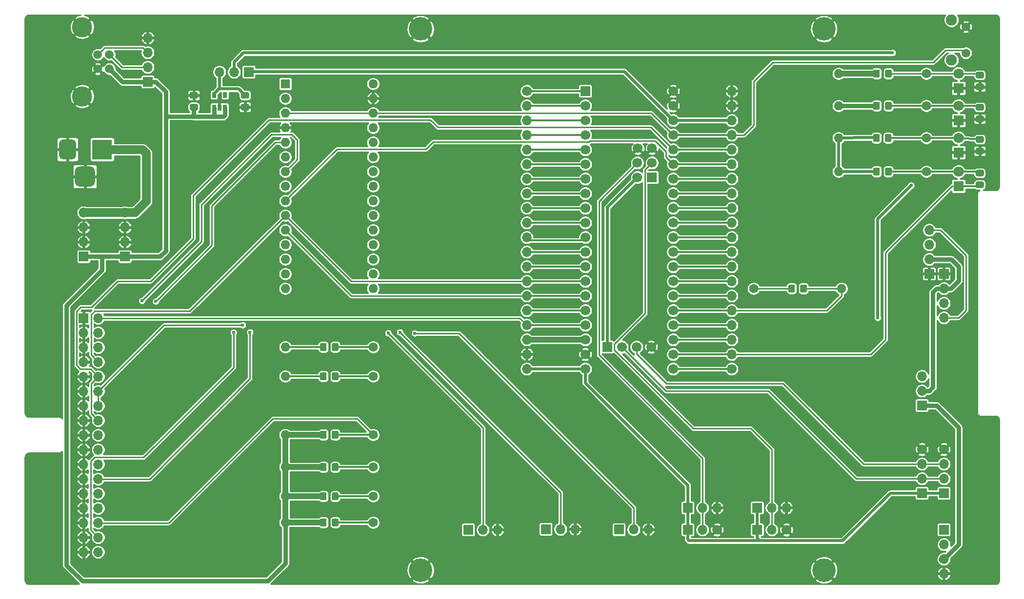
<source format=gbr>
G04 #@! TF.GenerationSoftware,KiCad,Pcbnew,(5.1.9)-1*
G04 #@! TF.CreationDate,2021-01-17T11:56:39+00:00*
G04 #@! TF.ProjectId,Greaseweazle F1 3.5 Inch Rev 2,47726561-7365-4776-9561-7a6c65204631,2*
G04 #@! TF.SameCoordinates,PX6312cb0PY6bcb370*
G04 #@! TF.FileFunction,Copper,L1,Top*
G04 #@! TF.FilePolarity,Positive*
%FSLAX46Y46*%
G04 Gerber Fmt 4.6, Leading zero omitted, Abs format (unit mm)*
G04 Created by KiCad (PCBNEW (5.1.9)-1) date 2021-01-17 11:56:39*
%MOMM*%
%LPD*%
G01*
G04 APERTURE LIST*
G04 #@! TA.AperFunction,ComponentPad*
%ADD10O,1.600000X1.600000*%
G04 #@! TD*
G04 #@! TA.AperFunction,ComponentPad*
%ADD11R,1.600000X1.600000*%
G04 #@! TD*
G04 #@! TA.AperFunction,ComponentPad*
%ADD12C,3.500120*%
G04 #@! TD*
G04 #@! TA.AperFunction,ComponentPad*
%ADD13C,1.501140*%
G04 #@! TD*
G04 #@! TA.AperFunction,ComponentPad*
%ADD14O,1.700000X1.700000*%
G04 #@! TD*
G04 #@! TA.AperFunction,ComponentPad*
%ADD15R,1.700000X1.700000*%
G04 #@! TD*
G04 #@! TA.AperFunction,ComponentPad*
%ADD16C,1.700000*%
G04 #@! TD*
G04 #@! TA.AperFunction,SMDPad,CuDef*
%ADD17R,0.650000X1.060000*%
G04 #@! TD*
G04 #@! TA.AperFunction,ComponentPad*
%ADD18C,1.600000*%
G04 #@! TD*
G04 #@! TA.AperFunction,ComponentPad*
%ADD19R,1.800000X1.800000*%
G04 #@! TD*
G04 #@! TA.AperFunction,ComponentPad*
%ADD20C,1.800000*%
G04 #@! TD*
G04 #@! TA.AperFunction,ComponentPad*
%ADD21R,3.500000X3.500000*%
G04 #@! TD*
G04 #@! TA.AperFunction,ComponentPad*
%ADD22C,1.950000*%
G04 #@! TD*
G04 #@! TA.AperFunction,ComponentPad*
%ADD23C,1.508000*%
G04 #@! TD*
G04 #@! TA.AperFunction,ComponentPad*
%ADD24C,4.064000*%
G04 #@! TD*
G04 #@! TA.AperFunction,ViaPad*
%ADD25C,0.600000*%
G04 #@! TD*
G04 #@! TA.AperFunction,Conductor*
%ADD26C,0.304800*%
G04 #@! TD*
G04 #@! TA.AperFunction,Conductor*
%ADD27C,1.500000*%
G04 #@! TD*
G04 #@! TA.AperFunction,Conductor*
%ADD28C,1.000000*%
G04 #@! TD*
G04 #@! TA.AperFunction,Conductor*
%ADD29C,0.250000*%
G04 #@! TD*
G04 #@! TA.AperFunction,Conductor*
%ADD30C,0.750000*%
G04 #@! TD*
G04 #@! TA.AperFunction,Conductor*
%ADD31C,0.500000*%
G04 #@! TD*
G04 #@! TA.AperFunction,Conductor*
%ADD32C,0.254000*%
G04 #@! TD*
G04 #@! TA.AperFunction,Conductor*
%ADD33C,0.100000*%
G04 #@! TD*
G04 APERTURE END LIST*
D10*
X7874000Y13970000D03*
X-7366000Y13970000D03*
X7874000Y49530000D03*
X-7366000Y16510000D03*
X7874000Y46990000D03*
X-7366000Y19050000D03*
X7874000Y44450000D03*
X-7366000Y21590000D03*
X7874000Y41910000D03*
X-7366000Y24130000D03*
X7874000Y39370000D03*
X-7366000Y26670000D03*
X7874000Y36830000D03*
X-7366000Y29210000D03*
X7874000Y34290000D03*
X-7366000Y31750000D03*
X7874000Y31750000D03*
X-7366000Y34290000D03*
X7874000Y29210000D03*
X-7366000Y36830000D03*
X7874000Y26670000D03*
X-7366000Y39370000D03*
X7874000Y24130000D03*
X-7366000Y41910000D03*
X7874000Y21590000D03*
X-7366000Y44450000D03*
X7874000Y19050000D03*
X-7366000Y46990000D03*
X7874000Y16510000D03*
D11*
X-7366000Y49530000D03*
D12*
X-42621200Y47345600D03*
X-42621200Y59385200D03*
D13*
X-37896800Y54610000D03*
X-37896800Y52120800D03*
X-39903400Y52120800D03*
X-39903400Y54610000D03*
D14*
X103124000Y-1270000D03*
X103124000Y-3810000D03*
D15*
X103124000Y-6350000D03*
D14*
X106934000Y8890000D03*
X106934000Y11430000D03*
X106934000Y13970000D03*
D15*
X106934000Y16510000D03*
D14*
X29464000Y-27940000D03*
X26924000Y-27940000D03*
D15*
X24384000Y-27940000D03*
D14*
X42926000Y-27829200D03*
X40386000Y-27829200D03*
D15*
X37846000Y-27829200D03*
D14*
X55626000Y-27889200D03*
X53086000Y-27889200D03*
D15*
X50546000Y-27889200D03*
D14*
X-18796000Y51587400D03*
X-16256000Y51587400D03*
D15*
X-13716000Y51587400D03*
D14*
X104394000Y24130000D03*
X104394000Y21590000D03*
X104394000Y19050000D03*
D15*
X104394000Y16510000D03*
X106934000Y-21590000D03*
D14*
X106934000Y-19050000D03*
X106934000Y-16510000D03*
D16*
X106934000Y-13970000D03*
X103124000Y-13970000D03*
D14*
X103124000Y-16510000D03*
X103124000Y-19050000D03*
D15*
X103124000Y-21590000D03*
D17*
X-19725999Y47607400D03*
X-17825999Y47607400D03*
X-17825999Y45407400D03*
X-18775999Y45407400D03*
X-19725999Y45407400D03*
G04 #@! TA.AperFunction,SMDPad,CuDef*
G36*
G01*
X-14801001Y46057400D02*
X-13900999Y46057400D01*
G75*
G02*
X-13651000Y45807401I0J-249999D01*
G01*
X-13651000Y45157399D01*
G75*
G02*
X-13900999Y44907400I-249999J0D01*
G01*
X-14801001Y44907400D01*
G75*
G02*
X-15051000Y45157399I0J249999D01*
G01*
X-15051000Y45807401D01*
G75*
G02*
X-14801001Y46057400I249999J0D01*
G01*
G37*
G04 #@! TD.AperFunction*
G04 #@! TA.AperFunction,SMDPad,CuDef*
G36*
G01*
X-14801001Y48107400D02*
X-13900999Y48107400D01*
G75*
G02*
X-13651000Y47857401I0J-249999D01*
G01*
X-13651000Y47207399D01*
G75*
G02*
X-13900999Y46957400I-249999J0D01*
G01*
X-14801001Y46957400D01*
G75*
G02*
X-15051000Y47207399I0J249999D01*
G01*
X-15051000Y47857401D01*
G75*
G02*
X-14801001Y48107400I249999J0D01*
G01*
G37*
G04 #@! TD.AperFunction*
G04 #@! TA.AperFunction,SMDPad,CuDef*
G36*
G01*
X-22790999Y46957400D02*
X-23691001Y46957400D01*
G75*
G02*
X-23941000Y47207399I0J249999D01*
G01*
X-23941000Y47857401D01*
G75*
G02*
X-23691001Y48107400I249999J0D01*
G01*
X-22790999Y48107400D01*
G75*
G02*
X-22541000Y47857401I0J-249999D01*
G01*
X-22541000Y47207399D01*
G75*
G02*
X-22790999Y46957400I-249999J0D01*
G01*
G37*
G04 #@! TD.AperFunction*
G04 #@! TA.AperFunction,SMDPad,CuDef*
G36*
G01*
X-22790999Y44907400D02*
X-23691001Y44907400D01*
G75*
G02*
X-23941000Y45157399I0J249999D01*
G01*
X-23941000Y45807401D01*
G75*
G02*
X-23691001Y46057400I249999J0D01*
G01*
X-22790999Y46057400D01*
G75*
G02*
X-22541000Y45807401I0J-249999D01*
G01*
X-22541000Y45157399D01*
G75*
G02*
X-22790999Y44907400I-249999J0D01*
G01*
G37*
G04 #@! TD.AperFunction*
D18*
X103886000Y51308000D03*
D10*
X88646000Y51308000D03*
D19*
X109474000Y48768000D03*
D20*
X109474000Y51308000D03*
G04 #@! TA.AperFunction,SMDPad,CuDef*
G36*
G01*
X95816000Y51758001D02*
X95816000Y50857999D01*
G75*
G02*
X95566001Y50608000I-249999J0D01*
G01*
X94915999Y50608000D01*
G75*
G02*
X94666000Y50857999I0J249999D01*
G01*
X94666000Y51758001D01*
G75*
G02*
X94915999Y52008000I249999J0D01*
G01*
X95566001Y52008000D01*
G75*
G02*
X95816000Y51758001I0J-249999D01*
G01*
G37*
G04 #@! TD.AperFunction*
G04 #@! TA.AperFunction,SMDPad,CuDef*
G36*
G01*
X97866000Y51758001D02*
X97866000Y50857999D01*
G75*
G02*
X97616001Y50608000I-249999J0D01*
G01*
X96965999Y50608000D01*
G75*
G02*
X96716000Y50857999I0J249999D01*
G01*
X96716000Y51758001D01*
G75*
G02*
X96965999Y52008000I249999J0D01*
G01*
X97616001Y52008000D01*
G75*
G02*
X97866000Y51758001I0J-249999D01*
G01*
G37*
G04 #@! TD.AperFunction*
G04 #@! TA.AperFunction,SMDPad,CuDef*
G36*
G01*
X113607001Y50488000D02*
X112706999Y50488000D01*
G75*
G02*
X112457000Y50737999I0J249999D01*
G01*
X112457000Y51388001D01*
G75*
G02*
X112706999Y51638000I249999J0D01*
G01*
X113607001Y51638000D01*
G75*
G02*
X113857000Y51388001I0J-249999D01*
G01*
X113857000Y50737999D01*
G75*
G02*
X113607001Y50488000I-249999J0D01*
G01*
G37*
G04 #@! TD.AperFunction*
G04 #@! TA.AperFunction,SMDPad,CuDef*
G36*
G01*
X113607001Y48438000D02*
X112706999Y48438000D01*
G75*
G02*
X112457000Y48687999I0J249999D01*
G01*
X112457000Y49338001D01*
G75*
G02*
X112706999Y49588000I249999J0D01*
G01*
X113607001Y49588000D01*
G75*
G02*
X113857000Y49338001I0J-249999D01*
G01*
X113857000Y48687999D01*
G75*
G02*
X113607001Y48438000I-249999J0D01*
G01*
G37*
G04 #@! TD.AperFunction*
G04 #@! TA.AperFunction,SMDPad,CuDef*
G36*
G01*
X95816000Y46170001D02*
X95816000Y45269999D01*
G75*
G02*
X95566001Y45020000I-249999J0D01*
G01*
X94915999Y45020000D01*
G75*
G02*
X94666000Y45269999I0J249999D01*
G01*
X94666000Y46170001D01*
G75*
G02*
X94915999Y46420000I249999J0D01*
G01*
X95566001Y46420000D01*
G75*
G02*
X95816000Y46170001I0J-249999D01*
G01*
G37*
G04 #@! TD.AperFunction*
G04 #@! TA.AperFunction,SMDPad,CuDef*
G36*
G01*
X97866000Y46170001D02*
X97866000Y45269999D01*
G75*
G02*
X97616001Y45020000I-249999J0D01*
G01*
X96965999Y45020000D01*
G75*
G02*
X96716000Y45269999I0J249999D01*
G01*
X96716000Y46170001D01*
G75*
G02*
X96965999Y46420000I249999J0D01*
G01*
X97616001Y46420000D01*
G75*
G02*
X97866000Y46170001I0J-249999D01*
G01*
G37*
G04 #@! TD.AperFunction*
G04 #@! TA.AperFunction,SMDPad,CuDef*
G36*
G01*
X95816000Y34740001D02*
X95816000Y33839999D01*
G75*
G02*
X95566001Y33590000I-249999J0D01*
G01*
X94915999Y33590000D01*
G75*
G02*
X94666000Y33839999I0J249999D01*
G01*
X94666000Y34740001D01*
G75*
G02*
X94915999Y34990000I249999J0D01*
G01*
X95566001Y34990000D01*
G75*
G02*
X95816000Y34740001I0J-249999D01*
G01*
G37*
G04 #@! TD.AperFunction*
G04 #@! TA.AperFunction,SMDPad,CuDef*
G36*
G01*
X97866000Y34740001D02*
X97866000Y33839999D01*
G75*
G02*
X97616001Y33590000I-249999J0D01*
G01*
X96965999Y33590000D01*
G75*
G02*
X96716000Y33839999I0J249999D01*
G01*
X96716000Y34740001D01*
G75*
G02*
X96965999Y34990000I249999J0D01*
G01*
X97616001Y34990000D01*
G75*
G02*
X97866000Y34740001I0J-249999D01*
G01*
G37*
G04 #@! TD.AperFunction*
G04 #@! TA.AperFunction,SMDPad,CuDef*
G36*
G01*
X95790600Y40582001D02*
X95790600Y39681999D01*
G75*
G02*
X95540601Y39432000I-249999J0D01*
G01*
X94890599Y39432000D01*
G75*
G02*
X94640600Y39681999I0J249999D01*
G01*
X94640600Y40582001D01*
G75*
G02*
X94890599Y40832000I249999J0D01*
G01*
X95540601Y40832000D01*
G75*
G02*
X95790600Y40582001I0J-249999D01*
G01*
G37*
G04 #@! TD.AperFunction*
G04 #@! TA.AperFunction,SMDPad,CuDef*
G36*
G01*
X97840600Y40582001D02*
X97840600Y39681999D01*
G75*
G02*
X97590601Y39432000I-249999J0D01*
G01*
X96940599Y39432000D01*
G75*
G02*
X96690600Y39681999I0J249999D01*
G01*
X96690600Y40582001D01*
G75*
G02*
X96940599Y40832000I249999J0D01*
G01*
X97590601Y40832000D01*
G75*
G02*
X97840600Y40582001I0J-249999D01*
G01*
G37*
G04 #@! TD.AperFunction*
G04 #@! TA.AperFunction,SMDPad,CuDef*
G36*
G01*
X704000Y3359999D02*
X704000Y4260001D01*
G75*
G02*
X953999Y4510000I249999J0D01*
G01*
X1604001Y4510000D01*
G75*
G02*
X1854000Y4260001I0J-249999D01*
G01*
X1854000Y3359999D01*
G75*
G02*
X1604001Y3110000I-249999J0D01*
G01*
X953999Y3110000D01*
G75*
G02*
X704000Y3359999I0J249999D01*
G01*
G37*
G04 #@! TD.AperFunction*
G04 #@! TA.AperFunction,SMDPad,CuDef*
G36*
G01*
X-1346000Y3359999D02*
X-1346000Y4260001D01*
G75*
G02*
X-1096001Y4510000I249999J0D01*
G01*
X-445999Y4510000D01*
G75*
G02*
X-196000Y4260001I0J-249999D01*
G01*
X-196000Y3359999D01*
G75*
G02*
X-445999Y3110000I-249999J0D01*
G01*
X-1096001Y3110000D01*
G75*
G02*
X-1346000Y3359999I0J249999D01*
G01*
G37*
G04 #@! TD.AperFunction*
G04 #@! TA.AperFunction,SMDPad,CuDef*
G36*
G01*
X704000Y-1720001D02*
X704000Y-819999D01*
G75*
G02*
X953999Y-570000I249999J0D01*
G01*
X1604001Y-570000D01*
G75*
G02*
X1854000Y-819999I0J-249999D01*
G01*
X1854000Y-1720001D01*
G75*
G02*
X1604001Y-1970000I-249999J0D01*
G01*
X953999Y-1970000D01*
G75*
G02*
X704000Y-1720001I0J249999D01*
G01*
G37*
G04 #@! TD.AperFunction*
G04 #@! TA.AperFunction,SMDPad,CuDef*
G36*
G01*
X-1346000Y-1720001D02*
X-1346000Y-819999D01*
G75*
G02*
X-1096001Y-570000I249999J0D01*
G01*
X-445999Y-570000D01*
G75*
G02*
X-196000Y-819999I0J-249999D01*
G01*
X-196000Y-1720001D01*
G75*
G02*
X-445999Y-1970000I-249999J0D01*
G01*
X-1096001Y-1970000D01*
G75*
G02*
X-1346000Y-1720001I0J249999D01*
G01*
G37*
G04 #@! TD.AperFunction*
G04 #@! TA.AperFunction,SMDPad,CuDef*
G36*
G01*
X81984000Y13519999D02*
X81984000Y14420001D01*
G75*
G02*
X82233999Y14670000I249999J0D01*
G01*
X82884001Y14670000D01*
G75*
G02*
X83134000Y14420001I0J-249999D01*
G01*
X83134000Y13519999D01*
G75*
G02*
X82884001Y13270000I-249999J0D01*
G01*
X82233999Y13270000D01*
G75*
G02*
X81984000Y13519999I0J249999D01*
G01*
G37*
G04 #@! TD.AperFunction*
G04 #@! TA.AperFunction,SMDPad,CuDef*
G36*
G01*
X79934000Y13519999D02*
X79934000Y14420001D01*
G75*
G02*
X80183999Y14670000I249999J0D01*
G01*
X80834001Y14670000D01*
G75*
G02*
X81084000Y14420001I0J-249999D01*
G01*
X81084000Y13519999D01*
G75*
G02*
X80834001Y13270000I-249999J0D01*
G01*
X80183999Y13270000D01*
G75*
G02*
X79934000Y13519999I0J249999D01*
G01*
G37*
G04 #@! TD.AperFunction*
G04 #@! TA.AperFunction,SMDPad,CuDef*
G36*
G01*
X704000Y-11880001D02*
X704000Y-10979999D01*
G75*
G02*
X953999Y-10730000I249999J0D01*
G01*
X1604001Y-10730000D01*
G75*
G02*
X1854000Y-10979999I0J-249999D01*
G01*
X1854000Y-11880001D01*
G75*
G02*
X1604001Y-12130000I-249999J0D01*
G01*
X953999Y-12130000D01*
G75*
G02*
X704000Y-11880001I0J249999D01*
G01*
G37*
G04 #@! TD.AperFunction*
G04 #@! TA.AperFunction,SMDPad,CuDef*
G36*
G01*
X-1346000Y-11880001D02*
X-1346000Y-10979999D01*
G75*
G02*
X-1096001Y-10730000I249999J0D01*
G01*
X-445999Y-10730000D01*
G75*
G02*
X-196000Y-10979999I0J-249999D01*
G01*
X-196000Y-11880001D01*
G75*
G02*
X-445999Y-12130000I-249999J0D01*
G01*
X-1096001Y-12130000D01*
G75*
G02*
X-1346000Y-11880001I0J249999D01*
G01*
G37*
G04 #@! TD.AperFunction*
G04 #@! TA.AperFunction,SMDPad,CuDef*
G36*
G01*
X704000Y-17493401D02*
X704000Y-16593399D01*
G75*
G02*
X953999Y-16343400I249999J0D01*
G01*
X1604001Y-16343400D01*
G75*
G02*
X1854000Y-16593399I0J-249999D01*
G01*
X1854000Y-17493401D01*
G75*
G02*
X1604001Y-17743400I-249999J0D01*
G01*
X953999Y-17743400D01*
G75*
G02*
X704000Y-17493401I0J249999D01*
G01*
G37*
G04 #@! TD.AperFunction*
G04 #@! TA.AperFunction,SMDPad,CuDef*
G36*
G01*
X-1346000Y-17493401D02*
X-1346000Y-16593399D01*
G75*
G02*
X-1096001Y-16343400I249999J0D01*
G01*
X-445999Y-16343400D01*
G75*
G02*
X-196000Y-16593399I0J-249999D01*
G01*
X-196000Y-17493401D01*
G75*
G02*
X-445999Y-17743400I-249999J0D01*
G01*
X-1096001Y-17743400D01*
G75*
G02*
X-1346000Y-17493401I0J249999D01*
G01*
G37*
G04 #@! TD.AperFunction*
G04 #@! TA.AperFunction,SMDPad,CuDef*
G36*
G01*
X704000Y-22573401D02*
X704000Y-21673399D01*
G75*
G02*
X953999Y-21423400I249999J0D01*
G01*
X1604001Y-21423400D01*
G75*
G02*
X1854000Y-21673399I0J-249999D01*
G01*
X1854000Y-22573401D01*
G75*
G02*
X1604001Y-22823400I-249999J0D01*
G01*
X953999Y-22823400D01*
G75*
G02*
X704000Y-22573401I0J249999D01*
G01*
G37*
G04 #@! TD.AperFunction*
G04 #@! TA.AperFunction,SMDPad,CuDef*
G36*
G01*
X-1346000Y-22573401D02*
X-1346000Y-21673399D01*
G75*
G02*
X-1096001Y-21423400I249999J0D01*
G01*
X-445999Y-21423400D01*
G75*
G02*
X-196000Y-21673399I0J-249999D01*
G01*
X-196000Y-22573401D01*
G75*
G02*
X-445999Y-22823400I-249999J0D01*
G01*
X-1096001Y-22823400D01*
G75*
G02*
X-1346000Y-22573401I0J249999D01*
G01*
G37*
G04 #@! TD.AperFunction*
G04 #@! TA.AperFunction,SMDPad,CuDef*
G36*
G01*
X704000Y-27120001D02*
X704000Y-26219999D01*
G75*
G02*
X953999Y-25970000I249999J0D01*
G01*
X1604001Y-25970000D01*
G75*
G02*
X1854000Y-26219999I0J-249999D01*
G01*
X1854000Y-27120001D01*
G75*
G02*
X1604001Y-27370000I-249999J0D01*
G01*
X953999Y-27370000D01*
G75*
G02*
X704000Y-27120001I0J249999D01*
G01*
G37*
G04 #@! TD.AperFunction*
G04 #@! TA.AperFunction,SMDPad,CuDef*
G36*
G01*
X-1346000Y-27120001D02*
X-1346000Y-26219999D01*
G75*
G02*
X-1096001Y-25970000I249999J0D01*
G01*
X-445999Y-25970000D01*
G75*
G02*
X-196000Y-26219999I0J-249999D01*
G01*
X-196000Y-27120001D01*
G75*
G02*
X-445999Y-27370000I-249999J0D01*
G01*
X-1096001Y-27370000D01*
G75*
G02*
X-1346000Y-27120001I0J249999D01*
G01*
G37*
G04 #@! TD.AperFunction*
G04 #@! TA.AperFunction,SMDPad,CuDef*
G36*
G01*
X113607001Y44900000D02*
X112706999Y44900000D01*
G75*
G02*
X112457000Y45149999I0J249999D01*
G01*
X112457000Y45800001D01*
G75*
G02*
X112706999Y46050000I249999J0D01*
G01*
X113607001Y46050000D01*
G75*
G02*
X113857000Y45800001I0J-249999D01*
G01*
X113857000Y45149999D01*
G75*
G02*
X113607001Y44900000I-249999J0D01*
G01*
G37*
G04 #@! TD.AperFunction*
G04 #@! TA.AperFunction,SMDPad,CuDef*
G36*
G01*
X113607001Y42850000D02*
X112706999Y42850000D01*
G75*
G02*
X112457000Y43099999I0J249999D01*
G01*
X112457000Y43750001D01*
G75*
G02*
X112706999Y44000000I249999J0D01*
G01*
X113607001Y44000000D01*
G75*
G02*
X113857000Y43750001I0J-249999D01*
G01*
X113857000Y43099999D01*
G75*
G02*
X113607001Y42850000I-249999J0D01*
G01*
G37*
G04 #@! TD.AperFunction*
G04 #@! TA.AperFunction,SMDPad,CuDef*
G36*
G01*
X113607001Y31420000D02*
X112706999Y31420000D01*
G75*
G02*
X112457000Y31669999I0J249999D01*
G01*
X112457000Y32320001D01*
G75*
G02*
X112706999Y32570000I249999J0D01*
G01*
X113607001Y32570000D01*
G75*
G02*
X113857000Y32320001I0J-249999D01*
G01*
X113857000Y31669999D01*
G75*
G02*
X113607001Y31420000I-249999J0D01*
G01*
G37*
G04 #@! TD.AperFunction*
G04 #@! TA.AperFunction,SMDPad,CuDef*
G36*
G01*
X113607001Y33470000D02*
X112706999Y33470000D01*
G75*
G02*
X112457000Y33719999I0J249999D01*
G01*
X112457000Y34370001D01*
G75*
G02*
X112706999Y34620000I249999J0D01*
G01*
X113607001Y34620000D01*
G75*
G02*
X113857000Y34370001I0J-249999D01*
G01*
X113857000Y33719999D01*
G75*
G02*
X113607001Y33470000I-249999J0D01*
G01*
G37*
G04 #@! TD.AperFunction*
G04 #@! TA.AperFunction,SMDPad,CuDef*
G36*
G01*
X113607001Y39312000D02*
X112706999Y39312000D01*
G75*
G02*
X112457000Y39561999I0J249999D01*
G01*
X112457000Y40212001D01*
G75*
G02*
X112706999Y40462000I249999J0D01*
G01*
X113607001Y40462000D01*
G75*
G02*
X113857000Y40212001I0J-249999D01*
G01*
X113857000Y39561999D01*
G75*
G02*
X113607001Y39312000I-249999J0D01*
G01*
G37*
G04 #@! TD.AperFunction*
G04 #@! TA.AperFunction,SMDPad,CuDef*
G36*
G01*
X113607001Y37262000D02*
X112706999Y37262000D01*
G75*
G02*
X112457000Y37511999I0J249999D01*
G01*
X112457000Y38162001D01*
G75*
G02*
X112706999Y38412000I249999J0D01*
G01*
X113607001Y38412000D01*
G75*
G02*
X113857000Y38162001I0J-249999D01*
G01*
X113857000Y37511999D01*
G75*
G02*
X113607001Y37262000I-249999J0D01*
G01*
G37*
G04 #@! TD.AperFunction*
X109474000Y34290000D03*
D19*
X109474000Y31750000D03*
X109474000Y37592000D03*
D20*
X109474000Y40132000D03*
X109474000Y45720000D03*
D19*
X109474000Y43180000D03*
D18*
X7874000Y3810000D03*
D10*
X-7366000Y3810000D03*
X-7366000Y-1270000D03*
D18*
X7874000Y-1270000D03*
X73914000Y13970000D03*
D10*
X89154000Y13970000D03*
X-7366000Y-11430000D03*
D18*
X7874000Y-11430000D03*
X7874000Y-17018000D03*
D10*
X-7366000Y-17018000D03*
X-7366000Y-22098000D03*
D18*
X7874000Y-22098000D03*
X7874000Y-26670000D03*
D10*
X-7366000Y-26670000D03*
X88646000Y34290000D03*
D18*
X103886000Y34290000D03*
X103886000Y40132000D03*
D10*
X88646000Y40132000D03*
X88646000Y45720000D03*
D18*
X103886000Y45720000D03*
D16*
X53733700Y33274000D03*
X53733700Y35814000D03*
X53797200Y38354000D03*
D15*
X56273700Y33274000D03*
D16*
X56273700Y38354000D03*
X56273700Y35814000D03*
X44704000Y0D03*
X59944000Y0D03*
X44704000Y2540000D03*
X59944000Y2540000D03*
X44704000Y5080000D03*
X59944000Y5080000D03*
X44704000Y7620000D03*
X59944000Y7620000D03*
X44704000Y10160000D03*
X59944000Y10160000D03*
X44704000Y12700000D03*
X59944000Y12700000D03*
X44704000Y15240000D03*
X59944000Y15240000D03*
X44704000Y17780000D03*
X59944000Y17780000D03*
X44704000Y20320000D03*
X59944000Y20320000D03*
X44704000Y22860000D03*
X59944000Y22860000D03*
X44704000Y25400000D03*
X59944000Y25400000D03*
X44704000Y27940000D03*
X59944000Y27940000D03*
X44704000Y30480000D03*
X59944000Y30480000D03*
X44704000Y33020000D03*
X59944000Y33020000D03*
X44704000Y35560000D03*
X59944000Y35560000D03*
X44704000Y38100000D03*
X59944000Y38100000D03*
X44704000Y40640000D03*
X59944000Y40640000D03*
X44704000Y43180000D03*
X59944000Y43180000D03*
X44704000Y45720000D03*
X59944000Y45720000D03*
D15*
X44704000Y48260000D03*
D16*
X59944000Y48260000D03*
X56134000Y3810000D03*
X53594000Y3810000D03*
X51054000Y3810000D03*
D15*
X48514000Y3810000D03*
D14*
X34544000Y0D03*
X34544000Y2540000D03*
X34544000Y5080000D03*
X34544000Y7620000D03*
X34544000Y10160000D03*
X34544000Y12700000D03*
X34544000Y15240000D03*
X34544000Y17780000D03*
X34544000Y20320000D03*
X34544000Y22860000D03*
X34544000Y25400000D03*
X34544000Y27940000D03*
X34544000Y30480000D03*
X34544000Y33020000D03*
X34544000Y35560000D03*
X34544000Y38100000D03*
X34544000Y40640000D03*
X34544000Y43180000D03*
X34544000Y45720000D03*
D16*
X34544000Y48260000D03*
D14*
X70104000Y48260000D03*
X70104000Y45720000D03*
X70104000Y43180000D03*
X70104000Y40640000D03*
X70104000Y38100000D03*
X70104000Y35560000D03*
X70104000Y33020000D03*
X70104000Y30480000D03*
X70104000Y27940000D03*
X70104000Y25400000D03*
X70104000Y22860000D03*
X70104000Y20320000D03*
X70104000Y17780000D03*
X70104000Y15240000D03*
X70104000Y12700000D03*
X70104000Y10160000D03*
X70104000Y7620000D03*
X70104000Y5080000D03*
X70104000Y2540000D03*
D16*
X70104000Y0D03*
D15*
X-31242000Y49885600D03*
D14*
X-31242000Y52425600D03*
X-31242000Y54965600D03*
X-31242000Y57505600D03*
X79603600Y-24130000D03*
X77063600Y-24130000D03*
D15*
X74523600Y-24130000D03*
D14*
X67564000Y-24130000D03*
X65024000Y-24130000D03*
D15*
X62484000Y-24130000D03*
X62484000Y-27940000D03*
D14*
X65024000Y-27940000D03*
D16*
X67564000Y-27940000D03*
D15*
X74523600Y-27940000D03*
D14*
X77063600Y-27940000D03*
D16*
X79603600Y-27940000D03*
D14*
X106934000Y-35560000D03*
X106934000Y-33020000D03*
X106934000Y-30480000D03*
D15*
X106934000Y-27940000D03*
X-35204400Y19532600D03*
D14*
X-35204400Y22072600D03*
X-35204400Y24612600D03*
X-35204400Y27152600D03*
G04 #@! TA.AperFunction,ComponentPad*
G36*
G01*
X-43888600Y32551400D02*
X-43888600Y34301400D01*
G75*
G02*
X-43013600Y35176400I875000J0D01*
G01*
X-41263600Y35176400D01*
G75*
G02*
X-40388600Y34301400I0J-875000D01*
G01*
X-40388600Y32551400D01*
G75*
G02*
X-41263600Y31676400I-875000J0D01*
G01*
X-43013600Y31676400D01*
G75*
G02*
X-43888600Y32551400I0J875000D01*
G01*
G37*
G04 #@! TD.AperFunction*
G04 #@! TA.AperFunction,ComponentPad*
G36*
G01*
X-46638600Y37126400D02*
X-46638600Y39126400D01*
G75*
G02*
X-45888600Y39876400I750000J0D01*
G01*
X-44388600Y39876400D01*
G75*
G02*
X-43638600Y39126400I0J-750000D01*
G01*
X-43638600Y37126400D01*
G75*
G02*
X-44388600Y36376400I-750000J0D01*
G01*
X-45888600Y36376400D01*
G75*
G02*
X-46638600Y37126400I0J750000D01*
G01*
G37*
G04 #@! TD.AperFunction*
D21*
X-39138600Y38126400D03*
D22*
X108244000Y60650000D03*
X108244000Y53650000D03*
D23*
X110744000Y59425000D03*
X110744000Y54875000D03*
D15*
X-42367200Y19532600D03*
D14*
X-42367200Y22072600D03*
X-42367200Y24612600D03*
X-42367200Y27152600D03*
X-39852600Y-31800800D03*
X-42392600Y-31800800D03*
X-39852600Y-29260800D03*
X-42392600Y-29260800D03*
X-39852600Y-26720800D03*
X-42392600Y-26720800D03*
X-39852600Y-24180800D03*
X-42392600Y-24180800D03*
X-39852600Y-21640800D03*
X-42392600Y-21640800D03*
X-39852600Y-19100800D03*
X-42392600Y-19100800D03*
X-39852600Y-16560800D03*
X-42392600Y-16560800D03*
X-39852600Y-14020800D03*
X-42392600Y-14020800D03*
X-39852600Y-11480800D03*
X-42392600Y-11480800D03*
X-39852600Y-8940800D03*
X-42392600Y-8940800D03*
X-39852600Y-6400800D03*
X-42392600Y-6400800D03*
X-39852600Y-3860800D03*
X-42392600Y-3860800D03*
X-39852600Y-1320800D03*
X-42392600Y-1320800D03*
X-39852600Y1219200D03*
X-42392600Y1219200D03*
X-39852600Y3759200D03*
X-42392600Y3759200D03*
X-39852600Y6299200D03*
X-42392600Y6299200D03*
X-39852600Y8839200D03*
D15*
X-42392600Y8839200D03*
D24*
X16113760Y59065160D03*
X86113620Y59065160D03*
X16113760Y-34935160D03*
X86113620Y-34935160D03*
D25*
X5334000Y29210000D03*
X2794000Y21590000D03*
X-51816000Y15240000D03*
X-51816000Y-7620000D03*
X-51816000Y-15240000D03*
X-51816000Y-36830000D03*
X-50546000Y44450000D03*
X96901000Y60833000D03*
X115824000Y-36830000D03*
X105410000Y36576000D03*
X52476400Y20116800D03*
X49149000Y40640000D03*
X-2286000Y27940000D03*
X14224000Y41910000D03*
X97409000Y29845000D03*
X77089000Y25400000D03*
X57404000Y30480000D03*
X57404000Y27940000D03*
X27559000Y46355000D03*
X-51816000Y60960000D03*
X115824000Y-9017000D03*
X112014000Y29210000D03*
X112014000Y24130000D03*
X112014000Y18923000D03*
X112014000Y13970000D03*
X112014000Y8890000D03*
X112014000Y3683000D03*
X112014000Y-2286000D03*
X112014000Y-7620000D03*
X115824000Y-24765000D03*
X51689000Y60960000D03*
X-52070000Y29464000D03*
X33274000Y-36830000D03*
X46609000Y-36830000D03*
X59944000Y-36830000D03*
X70739000Y-36830000D03*
X96774000Y-36830000D03*
X115697000Y60833000D03*
X115697000Y35941000D03*
X115697000Y41656000D03*
X115697000Y52959000D03*
X99314000Y-8890000D03*
X91694000Y-3810000D03*
X81534000Y-1270000D03*
X81534000Y19050000D03*
X86614000Y-21590000D03*
X18034000Y31750000D03*
X28194000Y31750000D03*
X20574000Y21590000D03*
X-2286000Y13970000D03*
X-12446000Y-8890000D03*
X-17526000Y-13970000D03*
X-14986000Y-29210000D03*
X76454000Y34290000D03*
X84074000Y39370000D03*
X91694000Y26670000D03*
X78994000Y46990000D03*
X30734000Y57150000D03*
X63754000Y57150000D03*
X23114000Y29210000D03*
X25654000Y-1270000D03*
X56134000Y-19050000D03*
X43434000Y-19050000D03*
X33274000Y-19050000D03*
X-30226000Y-31750000D03*
X-25146000Y3810000D03*
X-20066000Y16510000D03*
X-14986000Y29210000D03*
X-32766000Y41910000D03*
X-3556000Y48514000D03*
X-22606000Y54610000D03*
X12954000Y-29210000D03*
X15494000Y-24130000D03*
X18034000Y-19050000D03*
X96774000Y-26670000D03*
X7874000Y-7620000D03*
X-28194000Y-22606000D03*
X-13462000Y-22606000D03*
X-2286000Y-33274000D03*
X-7366000Y57150000D03*
X20320000Y43434000D03*
X27940000Y43434000D03*
X14224000Y47752000D03*
X2794000Y46990000D03*
X-3048000Y41148000D03*
X4572000Y40640000D03*
X5334000Y13970000D03*
X20066000Y13970000D03*
X28448000Y10668000D03*
X18288000Y10922000D03*
X19304000Y3556000D03*
X30480000Y2286000D03*
X-23876000Y254000D03*
X-23876000Y-10414000D03*
X-16357600Y6350000D03*
X-13487400Y6375400D03*
X-29845000Y11734801D03*
X-32258000Y11836400D03*
X-14757400Y7594600D03*
X15113000Y6197600D03*
X12522198Y6375400D03*
X10490200Y6223000D03*
X98018600Y54914800D03*
X101244400Y31877000D03*
X95427800Y8890000D03*
D26*
X106540300Y-35610800D02*
X106553000Y-35623500D01*
X-42367200Y22072600D02*
X-35204400Y22072600D01*
X-42367200Y24612600D02*
X-35204400Y24612600D01*
D27*
X-42367200Y27152600D02*
X-35204400Y27152600D01*
D28*
X88646000Y51308000D02*
X95241000Y51308000D01*
D27*
X-32131000Y38100000D02*
X-39370000Y38100000D01*
X-31496000Y37465000D02*
X-32131000Y38100000D01*
X-31496000Y29083000D02*
X-31496000Y37465000D01*
X-35204400Y27152600D02*
X-33426400Y27152600D01*
X-33426400Y27152600D02*
X-31496000Y29083000D01*
D26*
X7874000Y-1270000D02*
X1279000Y-1270000D01*
X44704000Y27940000D02*
X34544000Y27940000D01*
D29*
X73914000Y13970000D02*
X80509000Y13970000D01*
D26*
X7874000Y3810000D02*
X1279000Y3810000D01*
X44704000Y30480000D02*
X34544000Y30480000D01*
D30*
X-42367200Y19532600D02*
X-35204400Y19532600D01*
D28*
X106540300Y-33070800D02*
X106553000Y-33083500D01*
D30*
X95250000Y45768500D02*
X95241000Y45720000D01*
X95241000Y45720000D02*
X88646000Y45720000D01*
X-35661600Y49885600D02*
X-37896800Y52120800D01*
X-31242000Y49885600D02*
X-35661600Y49885600D01*
D28*
X-7366000Y-11430000D02*
X-771000Y-11430000D01*
X-7366000Y-17018000D02*
X-7366000Y-11430000D01*
X-1051800Y-17018000D02*
X-7366000Y-17018000D01*
X-988300Y-17005300D02*
X-1026400Y-17043400D01*
X-1026400Y-17043400D02*
X-1051800Y-17018000D01*
X-7366000Y-22098000D02*
X-7366000Y-17018000D01*
X-1026400Y-22123400D02*
X-1051800Y-22098000D01*
X-1051800Y-22098000D02*
X-7366000Y-22098000D01*
X-7366000Y-22098000D02*
X-7366000Y-26670000D01*
X-7366000Y-26670000D02*
X-771000Y-26670000D01*
X34544000Y5080000D02*
X44704000Y5080000D01*
D30*
X-19685000Y44086401D02*
X-19685000Y43865800D01*
X-19725999Y44127400D02*
X-19685000Y44086401D01*
X-19725999Y45407400D02*
X-19725999Y44127400D01*
X-23241000Y43967400D02*
X-23342600Y43865800D01*
X-23241000Y45482400D02*
X-23241000Y43967400D01*
X-19685000Y43865800D02*
X-23342600Y43865800D01*
X-29870400Y49885600D02*
X-31242000Y49885600D01*
X-28117800Y48133000D02*
X-29870400Y49885600D01*
X-28117800Y20523200D02*
X-28117800Y48133000D01*
X-35204400Y19532600D02*
X-29108400Y19532600D01*
X-29108400Y19532600D02*
X-28117800Y20523200D01*
X-18087599Y43865800D02*
X-19685000Y43865800D01*
X-17825999Y45407400D02*
X-17825999Y44127400D01*
X-17825999Y44127400D02*
X-18087599Y43865800D01*
X105664000Y-6350000D02*
X103124000Y-6350000D01*
X109474000Y-10160000D02*
X105664000Y-6350000D01*
X106934000Y-33020000D02*
X109474000Y-30480000D01*
X109474000Y-30480000D02*
X109474000Y-10160000D01*
X-28117800Y43891200D02*
X-28117800Y45085000D01*
X-23342600Y43865800D02*
X-23368000Y43891200D01*
X-23368000Y43891200D02*
X-28117800Y43891200D01*
X-39166800Y19532600D02*
X-35204400Y19532600D01*
X-39166800Y17195800D02*
X-39166800Y19532600D01*
X-7366000Y-33782000D02*
X-10414000Y-36830000D01*
X-7366000Y-26670000D02*
X-7366000Y-33782000D01*
X-10414000Y-36830000D02*
X-42595800Y-36830000D01*
X-42595800Y-36830000D02*
X-45339000Y-34086800D01*
X-45339000Y-34086800D02*
X-45339000Y11023600D01*
X-45339000Y11023600D02*
X-39166800Y17195800D01*
D26*
X44704000Y40640000D02*
X34544000Y40640000D01*
D29*
X-16357600Y254000D02*
X-16357600Y6350000D01*
X-31947399Y-15335799D02*
X-16357600Y254000D01*
X-40440601Y-15335799D02*
X-31947399Y-15335799D01*
X-41148000Y-16043198D02*
X-40440601Y-15335799D01*
X-39852600Y-29260800D02*
X-41148000Y-27965400D01*
X-41148000Y-27965400D02*
X-41148000Y-16043198D01*
D26*
X45212000Y22352000D02*
X34544000Y22352000D01*
X1279000Y-11430000D02*
X886700Y-11963400D01*
X7874000Y-11430000D02*
X1279000Y-11430000D01*
D29*
X-27609800Y-26720800D02*
X-39852600Y-26720800D01*
X-9525000Y-8636000D02*
X-27609800Y-26720800D01*
X5080000Y-8636000D02*
X-9525000Y-8636000D01*
X7874000Y-11430000D02*
X5080000Y-8636000D01*
D26*
X7874000Y-26670000D02*
X1279000Y-26670000D01*
X44704000Y10160000D02*
X34544000Y10160000D01*
X7493000Y-22098000D02*
X848600Y-22123400D01*
X44704000Y12700000D02*
X34544000Y12700000D01*
D29*
X4064000Y12700000D02*
X-7366000Y24130000D01*
X34544000Y12700000D02*
X4064000Y12700000D01*
D26*
X44704000Y43180000D02*
X34544000Y43180000D01*
D29*
X-30911800Y-19100800D02*
X-13487400Y-1676400D01*
X-13487400Y5951136D02*
X-13487400Y6375400D01*
X-39852600Y-19100800D02*
X-30911800Y-19100800D01*
X-13487400Y-1676400D02*
X-13487400Y5951136D01*
D26*
X44704000Y20320000D02*
X34544000Y20320000D01*
X44704000Y45720000D02*
X34544000Y45720000D01*
D29*
X-29545001Y12034800D02*
X-29845000Y11734801D01*
X-20116800Y21463001D02*
X-29545001Y12034800D01*
X-20116800Y28346400D02*
X-20116800Y21463001D01*
X-7366000Y39370000D02*
X-9093200Y39370000D01*
X-9093200Y39370000D02*
X-20116800Y28346400D01*
D26*
X44704000Y48260000D02*
X34544000Y48260000D01*
D29*
X-21945600Y22148800D02*
X-32258000Y11836400D01*
X-5283200Y36372800D02*
X-5283200Y39776400D01*
X-7366000Y34290000D02*
X-5283200Y36372800D01*
X-5283200Y39776400D02*
X-6223000Y40716200D01*
X-6223000Y40716200D02*
X-9779000Y40716200D01*
X-9779000Y40716200D02*
X-21945600Y28549600D01*
X-21945600Y28549600D02*
X-21945600Y22148800D01*
D26*
X59944000Y38100000D02*
X70104000Y38100000D01*
D29*
X-40702599Y-8090801D02*
X-39852600Y-8940800D01*
X-41077601Y-7715799D02*
X-40702599Y-8090801D01*
X-41077601Y-2545801D02*
X-41077601Y-7715799D01*
X-39852600Y-1320800D02*
X-41077601Y-2545801D01*
X56089001Y41954999D02*
X59944000Y38100000D01*
X19120399Y41954999D02*
X56089001Y41954999D01*
X17819198Y43256200D02*
X19120399Y41954999D01*
X-10210800Y43256200D02*
X17819198Y43256200D01*
X-23368000Y30099000D02*
X-10210800Y43256200D01*
X-40970200Y10744200D02*
X-36474400Y15240000D01*
X-23368000Y22606000D02*
X-23368000Y30099000D01*
X-30734000Y15240000D02*
X-23368000Y22606000D01*
X-41167599Y-5801D02*
X-42980601Y-5801D01*
X-39852600Y-1320800D02*
X-41167599Y-5801D01*
X-42980601Y-5801D02*
X-43617601Y631199D01*
X-43617601Y631199D02*
X-43617601Y9989201D01*
X-36474400Y15240000D02*
X-30734000Y15240000D01*
X-43617601Y9989201D02*
X-42862602Y10744200D01*
X-42862602Y10744200D02*
X-40970200Y10744200D01*
D26*
X59944000Y35560000D02*
X70104000Y35560000D01*
D29*
X-39852600Y-5062881D02*
X-39852600Y-6400800D01*
X-39852600Y-3860800D02*
X-39852600Y-5062881D01*
X18282199Y39414999D02*
X17062199Y38194999D01*
X58718999Y36785001D02*
X58718999Y37721703D01*
X1618999Y38194999D02*
X-6566001Y30009999D01*
X59944000Y35560000D02*
X58718999Y36785001D01*
X-6566001Y30009999D02*
X-7366000Y29210000D01*
X58718999Y37721703D02*
X56861701Y39579001D01*
X56861701Y39579001D02*
X45456003Y39579001D01*
X45456003Y39579001D02*
X45292001Y39414999D01*
X17062199Y38194999D02*
X1618999Y38194999D01*
X45292001Y39414999D02*
X18282199Y39414999D01*
X-28397200Y7594600D02*
X-15181664Y7594600D01*
X-15181664Y7594600D02*
X-14757400Y7594600D01*
X-39852600Y-3860800D02*
X-28397200Y7594600D01*
D26*
X874000Y-17018000D02*
X848600Y-17043400D01*
X7493000Y-17018000D02*
X874000Y-17018000D01*
X44704000Y15240000D02*
X34544000Y15240000D01*
D29*
X4064000Y15240000D02*
X-7366000Y26670000D01*
X34544000Y15240000D02*
X4064000Y15240000D01*
X-40702599Y2069199D02*
X-39852600Y1219200D01*
X-41077601Y2444201D02*
X-40702599Y2069199D01*
X-41077601Y9427201D02*
X-41077601Y2444201D01*
X-40440601Y10064201D02*
X-41077601Y9427201D01*
X-23971799Y10064201D02*
X-40440601Y10064201D01*
X-7366000Y26670000D02*
X-23971799Y10064201D01*
D26*
X44704000Y7620000D02*
X34544000Y7620000D01*
D29*
X34544000Y7620000D02*
X33324800Y8839200D01*
X-38650519Y8839200D02*
X-39852600Y8839200D01*
X33324800Y8839200D02*
X-38650519Y8839200D01*
D26*
X113157000Y39887000D02*
X113157000Y40014000D01*
X109474000Y40132000D02*
X113157000Y39887000D01*
X97265600Y40132000D02*
X103886000Y40132000D01*
X103886000Y40132000D02*
X109474000Y40132000D01*
X97291000Y34290000D02*
X103886000Y34290000D01*
X103886000Y34290000D02*
X109474000Y34290000D01*
X112912000Y34290000D02*
X113157000Y34045000D01*
X109474000Y34290000D02*
X112912000Y34290000D01*
X112912000Y31750000D02*
X113157000Y31995000D01*
X109474000Y31750000D02*
X112912000Y31750000D01*
X59944000Y2540000D02*
X70104000Y2540000D01*
D29*
X108324000Y31750000D02*
X109474000Y31750000D01*
X96774000Y20200000D02*
X108324000Y31750000D01*
X96774000Y5080000D02*
X96774000Y20200000D01*
X70104000Y2540000D02*
X94234000Y2540000D01*
X94234000Y2540000D02*
X96774000Y5080000D01*
X-39152831Y55360569D02*
X-39903400Y54610000D01*
X-38697801Y55815599D02*
X-39152831Y55360569D01*
X-32091999Y55815599D02*
X-38697801Y55815599D01*
X-31242000Y54965600D02*
X-32091999Y55815599D01*
D26*
X-771000Y-1270000D02*
X-1089900Y-1803400D01*
X-7366000Y-1270000D02*
X-771000Y-1270000D01*
D29*
X-35712400Y52425600D02*
X-37896800Y54610000D01*
X-31242000Y52425600D02*
X-35712400Y52425600D01*
D26*
X-771000Y3810000D02*
X-7366000Y3810000D01*
X44704000Y35560000D02*
X34544000Y35560000D01*
X106540300Y-27990800D02*
X106553000Y-28003500D01*
X44704000Y33020000D02*
X34544000Y33020000D01*
X59944000Y10160000D02*
X70104000Y10160000D01*
D29*
X89154000Y12700000D02*
X89154000Y13970000D01*
X70104000Y10160000D02*
X86614000Y10160000D01*
X86614000Y10160000D02*
X89154000Y12700000D01*
X89154000Y13970000D02*
X82559000Y13970000D01*
D31*
X88646000Y34290000D02*
X95241000Y34290000D01*
X95303100Y40182800D02*
X95328500Y40157400D01*
X93751400Y40182800D02*
X95303100Y40182800D01*
X88646000Y40132000D02*
X93751400Y40182800D01*
X88646000Y34290000D02*
X88646000Y40640000D01*
X70104000Y43180000D02*
X59944000Y43180000D01*
X44704000Y0D02*
X34544000Y0D01*
X48514000Y3810000D02*
X48488600Y3784600D01*
X103124000Y-21590000D02*
X106934000Y-21590000D01*
X53733700Y33274000D02*
X48450500Y27990800D01*
X48514000Y27927300D02*
X48514000Y3810000D01*
X48450500Y27990800D02*
X48514000Y27927300D01*
X62484000Y-24130000D02*
X62484000Y-27940000D01*
X62661800Y-29845000D02*
X64363600Y-29845000D01*
X62484000Y-27940000D02*
X62484000Y-29667200D01*
X62484000Y-29667200D02*
X62661800Y-29845000D01*
X97637600Y-21590000D02*
X103124000Y-21590000D01*
X89382600Y-29845000D02*
X97637600Y-21590000D01*
X74523600Y-24130000D02*
X74523600Y-27940000D01*
X74676000Y-29442400D02*
X74676000Y-29845000D01*
X74523600Y-29290000D02*
X74676000Y-29442400D01*
X74523600Y-27940000D02*
X74523600Y-29290000D01*
X62661800Y-29845000D02*
X74676000Y-29845000D01*
X72136000Y-29845000D02*
X89382600Y-29845000D01*
X62484000Y-20218400D02*
X62484000Y-24130000D01*
X44704000Y0D02*
X44704000Y-2438400D01*
X44704000Y-2438400D02*
X62484000Y-20218400D01*
X-13639800Y51663600D02*
X-13716000Y51587400D01*
X59944000Y43180000D02*
X51460400Y51663600D01*
X51460400Y51663600D02*
X-13639800Y51663600D01*
D26*
X59944000Y40640000D02*
X70104000Y40640000D01*
D29*
X7874000Y44450000D02*
X56134000Y44450000D01*
X59094001Y41489999D02*
X59944000Y40640000D01*
X56134000Y44450000D02*
X59094001Y41489999D01*
X110221600Y55397400D02*
X110744000Y54875000D01*
X107238800Y55397400D02*
X110221600Y55397400D01*
X72237600Y40640000D02*
X73914000Y42316400D01*
X73914000Y42316400D02*
X73914000Y49936400D01*
X73914000Y49936400D02*
X77216000Y53238400D01*
X77216000Y53238400D02*
X105079800Y53238400D01*
X70104000Y40640000D02*
X72237600Y40640000D01*
X105079800Y53238400D02*
X107238800Y55397400D01*
X-6234630Y44450000D02*
X7874000Y44450000D01*
X-7366000Y44450000D02*
X-6234630Y44450000D01*
X103124000Y-19050000D02*
X106934000Y-19050000D01*
X91694000Y-19050000D02*
X103124000Y-19050000D01*
X76454000Y-3810000D02*
X91694000Y-19050000D01*
X51054000Y3810000D02*
X58674000Y-3810000D01*
X58674000Y-3810000D02*
X76454000Y-3810000D01*
X103124000Y-16510000D02*
X106934000Y-16510000D01*
X101921919Y-16510000D02*
X103124000Y-16510000D01*
X92964000Y-16510000D02*
X101921919Y-16510000D01*
X78994000Y-2540000D02*
X92964000Y-16510000D01*
X58741919Y-2540000D02*
X78994000Y-2540000D01*
X53594000Y3810000D02*
X53594000Y2607919D01*
X53594000Y2607919D02*
X58741919Y-2540000D01*
D26*
X44704000Y17780000D02*
X34544000Y17780000D01*
X44704000Y25400000D02*
X34544000Y25400000D01*
X44704000Y38100000D02*
X34544000Y38100000D01*
X70104000Y33020000D02*
X59944000Y33020000D01*
X59944000Y30480000D02*
X70104000Y30480000D01*
X59944000Y27940000D02*
X70104000Y27940000D01*
X59944000Y25400000D02*
X70104000Y25400000D01*
X59944000Y22860000D02*
X70104000Y22860000D01*
X59944000Y20320000D02*
X70104000Y20320000D01*
X59944000Y17780000D02*
X70104000Y17780000D01*
X59944000Y15240000D02*
X70104000Y15240000D01*
X59944000Y12700000D02*
X70104000Y12700000D01*
X59944000Y7620000D02*
X70104000Y7620000D01*
X70104000Y5080000D02*
X59944000Y5080000D01*
X59944000Y0D02*
X70104000Y0D01*
D29*
X77089000Y-13995400D02*
X77089000Y-24104600D01*
X73431400Y-10337800D02*
X77089000Y-13995400D01*
X56273700Y35814000D02*
X55048699Y34588999D01*
X77089000Y-24104600D02*
X77063600Y-24130000D01*
X55048699Y34588999D02*
X55048699Y9617701D01*
X55048699Y9617701D02*
X49739001Y4308003D01*
X49739001Y4308003D02*
X49739001Y3321599D01*
X49739001Y3321599D02*
X63398400Y-10337800D01*
X63398400Y-10337800D02*
X73431400Y-10337800D01*
X77063600Y-24130000D02*
X77063600Y-27940000D01*
X65024000Y-15544800D02*
X65024000Y-24130000D01*
X47066200Y2413000D02*
X65024000Y-15544800D01*
X53733700Y35814000D02*
X47066200Y29146500D01*
X47066200Y29146500D02*
X47066200Y2413000D01*
X65024000Y-25332081D02*
X65024000Y-27940000D01*
X65024000Y-24130000D02*
X65024000Y-25332081D01*
D26*
X103886000Y45720000D02*
X109474000Y45720000D01*
X97291000Y45720000D02*
X103886000Y45720000D01*
X113157000Y45475000D02*
X113157000Y45602000D01*
X112912000Y45720000D02*
X113157000Y45475000D01*
X109474000Y45720000D02*
X112912000Y45720000D01*
D29*
X103886000Y51308000D02*
X97291000Y51308000D01*
X103886000Y51308000D02*
X109474000Y51308000D01*
X112912000Y51308000D02*
X113157000Y51063000D01*
X109474000Y51308000D02*
X112912000Y51308000D01*
D31*
X-14974372Y48155772D02*
X-14351000Y47532400D01*
X-15456001Y48637401D02*
X-14974372Y48155772D01*
X-18900998Y48637401D02*
X-15456001Y48637401D01*
X-19725999Y47812400D02*
X-18900998Y48637401D01*
X-19725999Y47607400D02*
X-19725999Y47812400D01*
X-18796000Y48742399D02*
X-18900998Y48637401D01*
X-18796000Y51587400D02*
X-18796000Y48742399D01*
D29*
X109474000Y8890000D02*
X106934000Y8890000D01*
X110744000Y10160000D02*
X109474000Y8890000D01*
X110744000Y19735800D02*
X110744000Y10160000D01*
X104394000Y24130000D02*
X106349800Y24130000D01*
X106349800Y24130000D02*
X110744000Y19735800D01*
X15537264Y6197600D02*
X15113000Y6197600D01*
X22783800Y6197600D02*
X15537264Y6197600D01*
X53086000Y-27889200D02*
X53086000Y-24104600D01*
X53086000Y-24104600D02*
X22783800Y6197600D01*
X40386000Y-21488402D02*
X12822197Y6075401D01*
X12822197Y6075401D02*
X12522198Y6375400D01*
X40386000Y-27829200D02*
X40386000Y-21488402D01*
X26924000Y-26737919D02*
X26924000Y-27940000D01*
X26924000Y-10236200D02*
X26924000Y-26737919D01*
X10490200Y6223000D02*
X10490200Y6197600D01*
X10490200Y6197600D02*
X26924000Y-10236200D01*
D31*
X97594336Y54914800D02*
X98018600Y54914800D01*
X-14655800Y54914800D02*
X97594336Y54914800D01*
X-16256000Y51587400D02*
X-16256000Y53314600D01*
X-16256000Y53314600D02*
X-14655800Y54914800D01*
X95427800Y9314264D02*
X95427800Y8890000D01*
X95427800Y26060400D02*
X95427800Y9314264D01*
X101244400Y31877000D02*
X95427800Y26060400D01*
D30*
X108136082Y13970000D02*
X106934000Y13970000D01*
X109474000Y15307918D02*
X108136082Y13970000D01*
X109474000Y17780000D02*
X109474000Y15307918D01*
X104394000Y19050000D02*
X108204000Y19050000D01*
X108204000Y19050000D02*
X109474000Y17780000D01*
X105664000Y13970000D02*
X106934000Y13970000D01*
X105029000Y13335000D02*
X105664000Y13970000D01*
X105029000Y-3175000D02*
X105029000Y13335000D01*
X103124000Y-3810000D02*
X104394000Y-3810000D01*
X104394000Y-3810000D02*
X105029000Y-3175000D01*
D32*
X-46095000Y-34049671D02*
X-46098657Y-34086800D01*
X-46095000Y-34123928D01*
X-46084060Y-34235001D01*
X-46040832Y-34377507D01*
X-45970632Y-34508842D01*
X-45876159Y-34623959D01*
X-45847306Y-34647638D01*
X-43156629Y-37338317D01*
X-43136044Y-37363400D01*
X-51788053Y-37363400D01*
X-51951136Y-37347410D01*
X-52081135Y-37308160D01*
X-52201028Y-37244412D01*
X-52306254Y-37158591D01*
X-52392812Y-37053961D01*
X-52457396Y-36934514D01*
X-52497549Y-36804802D01*
X-52514500Y-36643524D01*
X-52514500Y-15331447D01*
X-52498510Y-15168364D01*
X-52459260Y-15038365D01*
X-52395513Y-14918474D01*
X-52309691Y-14813245D01*
X-52205063Y-14726689D01*
X-52085615Y-14662104D01*
X-51955902Y-14621951D01*
X-51794624Y-14605000D01*
X-46637074Y-14605000D01*
X-46609000Y-14607765D01*
X-46580926Y-14605000D01*
X-46580915Y-14604999D01*
X-46496966Y-14596731D01*
X-46389238Y-14564052D01*
X-46289955Y-14510984D01*
X-46202933Y-14439567D01*
X-46131516Y-14352545D01*
X-46095000Y-14284228D01*
X-46095000Y-34049671D01*
G04 #@! TA.AperFunction,Conductor*
D33*
G36*
X-46095000Y-34049671D02*
G01*
X-46098657Y-34086800D01*
X-46095000Y-34123928D01*
X-46084060Y-34235001D01*
X-46040832Y-34377507D01*
X-45970632Y-34508842D01*
X-45876159Y-34623959D01*
X-45847306Y-34647638D01*
X-43156629Y-37338317D01*
X-43136044Y-37363400D01*
X-51788053Y-37363400D01*
X-51951136Y-37347410D01*
X-52081135Y-37308160D01*
X-52201028Y-37244412D01*
X-52306254Y-37158591D01*
X-52392812Y-37053961D01*
X-52457396Y-36934514D01*
X-52497549Y-36804802D01*
X-52514500Y-36643524D01*
X-52514500Y-15331447D01*
X-52498510Y-15168364D01*
X-52459260Y-15038365D01*
X-52395513Y-14918474D01*
X-52309691Y-14813245D01*
X-52205063Y-14726689D01*
X-52085615Y-14662104D01*
X-51955902Y-14621951D01*
X-51794624Y-14605000D01*
X-46637074Y-14605000D01*
X-46609000Y-14607765D01*
X-46580926Y-14605000D01*
X-46580915Y-14604999D01*
X-46496966Y-14596731D01*
X-46389238Y-14564052D01*
X-46289955Y-14510984D01*
X-46202933Y-14439567D01*
X-46131516Y-14352545D01*
X-46095000Y-14284228D01*
X-46095000Y-34049671D01*
G37*
G04 #@! TD.AperFunction*
D32*
X-43081031Y61476616D02*
X-43480210Y61346721D01*
X-43774906Y61189205D01*
X-43975434Y60919039D01*
X-42621200Y59564805D01*
X-41386340Y60799665D01*
X14558860Y60799665D01*
X16113760Y59244765D01*
X17668660Y60799665D01*
X84558720Y60799665D01*
X86113620Y59244765D01*
X87668520Y60799665D01*
X87434107Y61098720D01*
X87012006Y61317260D01*
X86555381Y61449253D01*
X86081779Y61489626D01*
X85609401Y61436828D01*
X85156400Y61292889D01*
X84793133Y61098720D01*
X84558720Y60799665D01*
X17668660Y60799665D01*
X17434247Y61098720D01*
X17012146Y61317260D01*
X16555521Y61449253D01*
X16081919Y61489626D01*
X15609541Y61436828D01*
X15156540Y61292889D01*
X14793273Y61098720D01*
X14558860Y60799665D01*
X-41386340Y60799665D01*
X-41266966Y60919039D01*
X-41467494Y61189205D01*
X-41841607Y61379618D01*
X-42245678Y61493387D01*
X-42245844Y61493400D01*
X107176694Y61493400D01*
X107042328Y61292307D01*
X106940110Y61045531D01*
X106888000Y60783554D01*
X106888000Y60516446D01*
X106940110Y60254469D01*
X107042328Y60007693D01*
X107190726Y59785600D01*
X107379600Y59596726D01*
X107601693Y59448328D01*
X107848469Y59346110D01*
X108110446Y59294000D01*
X108377554Y59294000D01*
X108621854Y59342594D01*
X109606489Y59342594D01*
X109644423Y59122260D01*
X109724613Y58913560D01*
X109752412Y58861550D01*
X109920576Y58781181D01*
X110564395Y59425000D01*
X110923605Y59425000D01*
X111567424Y58781181D01*
X111735588Y58861550D01*
X111826458Y59065826D01*
X111875731Y59283905D01*
X111881511Y59507406D01*
X111843577Y59727740D01*
X111763387Y59936440D01*
X111735588Y59988450D01*
X111567424Y60068819D01*
X110923605Y59425000D01*
X110564395Y59425000D01*
X109920576Y60068819D01*
X109752412Y59988450D01*
X109661542Y59784174D01*
X109612269Y59566095D01*
X109606489Y59342594D01*
X108621854Y59342594D01*
X108639531Y59346110D01*
X108886307Y59448328D01*
X109108400Y59596726D01*
X109297274Y59785600D01*
X109445672Y60007693D01*
X109545386Y60248424D01*
X110100181Y60248424D01*
X110744000Y59604605D01*
X111387819Y60248424D01*
X111307450Y60416588D01*
X111103174Y60507458D01*
X110885095Y60556731D01*
X110661594Y60562511D01*
X110441260Y60524577D01*
X110232560Y60444387D01*
X110180550Y60416588D01*
X110100181Y60248424D01*
X109545386Y60248424D01*
X109547890Y60254469D01*
X109600000Y60516446D01*
X109600000Y60783554D01*
X109547890Y61045531D01*
X109445672Y61292307D01*
X109311306Y61493400D01*
X115796053Y61493400D01*
X115959136Y61477410D01*
X116089135Y61438160D01*
X116209026Y61374413D01*
X116314255Y61288591D01*
X116400811Y61183963D01*
X116465396Y61064515D01*
X116505549Y60934802D01*
X116522501Y60773515D01*
X116522500Y31777947D01*
X116506510Y31614864D01*
X116467260Y31484865D01*
X116403512Y31364972D01*
X116317691Y31259746D01*
X116213061Y31173188D01*
X116093614Y31108604D01*
X115963902Y31068451D01*
X115802624Y31051500D01*
X113737658Y31051500D01*
X113849179Y31085329D01*
X113958589Y31143810D01*
X114054488Y31222512D01*
X114133190Y31318411D01*
X114191671Y31427821D01*
X114227683Y31546538D01*
X114239843Y31669999D01*
X114239843Y32320001D01*
X114227683Y32443462D01*
X114191671Y32562179D01*
X114133190Y32671589D01*
X114054488Y32767488D01*
X113958589Y32846190D01*
X113849179Y32904671D01*
X113730462Y32940683D01*
X113607001Y32952843D01*
X112706999Y32952843D01*
X112583538Y32940683D01*
X112464821Y32904671D01*
X112355411Y32846190D01*
X112259512Y32767488D01*
X112180810Y32671589D01*
X112122329Y32562179D01*
X112086317Y32443462D01*
X112074157Y32320001D01*
X112074157Y32283400D01*
X110756843Y32283400D01*
X110756843Y32650000D01*
X110749487Y32724689D01*
X110727701Y32796508D01*
X110692322Y32862696D01*
X110644711Y32920711D01*
X110586696Y32968322D01*
X110520508Y33003701D01*
X110448689Y33025487D01*
X110374000Y33032843D01*
X109720034Y33032843D01*
X109847654Y33058228D01*
X110080781Y33154793D01*
X110290590Y33294982D01*
X110469018Y33473410D01*
X110609207Y33683219D01*
X110639603Y33756600D01*
X112074157Y33756600D01*
X112074157Y33719999D01*
X112086317Y33596538D01*
X112122329Y33477821D01*
X112180810Y33368411D01*
X112259512Y33272512D01*
X112355411Y33193810D01*
X112464821Y33135329D01*
X112583538Y33099317D01*
X112706999Y33087157D01*
X113607001Y33087157D01*
X113730462Y33099317D01*
X113849179Y33135329D01*
X113958589Y33193810D01*
X114054488Y33272512D01*
X114133190Y33368411D01*
X114191671Y33477821D01*
X114227683Y33596538D01*
X114239843Y33719999D01*
X114239843Y34370001D01*
X114227683Y34493462D01*
X114191671Y34612179D01*
X114133190Y34721589D01*
X114054488Y34817488D01*
X113958589Y34896190D01*
X113849179Y34954671D01*
X113730462Y34990683D01*
X113607001Y35002843D01*
X112706999Y35002843D01*
X112583538Y34990683D01*
X112464821Y34954671D01*
X112355411Y34896190D01*
X112266716Y34823400D01*
X110639603Y34823400D01*
X110609207Y34896781D01*
X110469018Y35106590D01*
X110290590Y35285018D01*
X110080781Y35425207D01*
X109847654Y35521772D01*
X109600167Y35571000D01*
X109347833Y35571000D01*
X109100346Y35521772D01*
X108867219Y35425207D01*
X108657410Y35285018D01*
X108478982Y35106590D01*
X108338793Y34896781D01*
X108308397Y34823400D01*
X104943363Y34823400D01*
X104932588Y34849413D01*
X104803342Y35042843D01*
X104638843Y35207342D01*
X104445413Y35336588D01*
X104230485Y35425614D01*
X104002318Y35471000D01*
X103769682Y35471000D01*
X103541515Y35425614D01*
X103326587Y35336588D01*
X103133157Y35207342D01*
X102968658Y35042843D01*
X102839412Y34849413D01*
X102828637Y34823400D01*
X98240629Y34823400D01*
X98236683Y34863462D01*
X98200671Y34982179D01*
X98142190Y35091589D01*
X98063488Y35187488D01*
X97967589Y35266190D01*
X97858179Y35324671D01*
X97739462Y35360683D01*
X97616001Y35372843D01*
X96965999Y35372843D01*
X96842538Y35360683D01*
X96723821Y35324671D01*
X96614411Y35266190D01*
X96518512Y35187488D01*
X96439810Y35091589D01*
X96381329Y34982179D01*
X96345317Y34863462D01*
X96333157Y34740001D01*
X96333157Y33839999D01*
X96345317Y33716538D01*
X96381329Y33597821D01*
X96439810Y33488411D01*
X96518512Y33392512D01*
X96614411Y33313810D01*
X96723821Y33255329D01*
X96842538Y33219317D01*
X96965999Y33207157D01*
X97616001Y33207157D01*
X97739462Y33219317D01*
X97858179Y33255329D01*
X97967589Y33313810D01*
X98063488Y33392512D01*
X98142190Y33488411D01*
X98200671Y33597821D01*
X98236683Y33716538D01*
X98240629Y33756600D01*
X102828637Y33756600D01*
X102839412Y33730587D01*
X102968658Y33537157D01*
X103133157Y33372658D01*
X103326587Y33243412D01*
X103541515Y33154386D01*
X103769682Y33109000D01*
X104002318Y33109000D01*
X104230485Y33154386D01*
X104445413Y33243412D01*
X104638843Y33372658D01*
X104803342Y33537157D01*
X104932588Y33730587D01*
X104943363Y33756600D01*
X108308397Y33756600D01*
X108338793Y33683219D01*
X108478982Y33473410D01*
X108657410Y33294982D01*
X108867219Y33154793D01*
X109100346Y33058228D01*
X109227966Y33032843D01*
X108574000Y33032843D01*
X108499311Y33025487D01*
X108427492Y33003701D01*
X108361304Y32968322D01*
X108303289Y32920711D01*
X108255678Y32862696D01*
X108220299Y32796508D01*
X108198513Y32724689D01*
X108191157Y32650000D01*
X108191157Y32238471D01*
X108129425Y32219745D01*
X108041521Y32172759D01*
X107964473Y32109527D01*
X107948628Y32090220D01*
X96433781Y20575372D01*
X96414474Y20559527D01*
X96351242Y20482479D01*
X96337778Y20457289D01*
X96304255Y20394574D01*
X96275322Y20299192D01*
X96265553Y20200000D01*
X96268001Y20175144D01*
X96268000Y5289592D01*
X94024409Y3046000D01*
X71226832Y3046000D01*
X71194898Y3123097D01*
X71060180Y3324717D01*
X70888717Y3496180D01*
X70687097Y3630898D01*
X70463069Y3723693D01*
X70225243Y3771000D01*
X69982757Y3771000D01*
X69744931Y3723693D01*
X69520903Y3630898D01*
X69319283Y3496180D01*
X69147820Y3324717D01*
X69013102Y3123097D01*
X68992517Y3073400D01*
X61055483Y3073400D01*
X61034898Y3123097D01*
X60900180Y3324717D01*
X60728717Y3496180D01*
X60527097Y3630898D01*
X60303069Y3723693D01*
X60065243Y3771000D01*
X59822757Y3771000D01*
X59584931Y3723693D01*
X59360903Y3630898D01*
X59159283Y3496180D01*
X58987820Y3324717D01*
X58853102Y3123097D01*
X58760307Y2899069D01*
X58713000Y2661243D01*
X58713000Y2418757D01*
X58760307Y2180931D01*
X58853102Y1956903D01*
X58987820Y1755283D01*
X59159283Y1583820D01*
X59360903Y1449102D01*
X59584931Y1356307D01*
X59822757Y1309000D01*
X60065243Y1309000D01*
X60303069Y1356307D01*
X60527097Y1449102D01*
X60728717Y1583820D01*
X60900180Y1755283D01*
X61034898Y1956903D01*
X61055483Y2006600D01*
X68992517Y2006600D01*
X69013102Y1956903D01*
X69147820Y1755283D01*
X69319283Y1583820D01*
X69520903Y1449102D01*
X69744931Y1356307D01*
X69982757Y1309000D01*
X70225243Y1309000D01*
X70463069Y1356307D01*
X70687097Y1449102D01*
X70888717Y1583820D01*
X71060180Y1755283D01*
X71194898Y1956903D01*
X71226832Y2034000D01*
X94209154Y2034000D01*
X94234000Y2031553D01*
X94258846Y2034000D01*
X94258854Y2034000D01*
X94333193Y2041322D01*
X94428575Y2070255D01*
X94516479Y2117241D01*
X94593527Y2180473D01*
X94609376Y2199785D01*
X97114220Y4704628D01*
X97133527Y4720473D01*
X97196759Y4797521D01*
X97243745Y4885425D01*
X97265989Y4958757D01*
X97272678Y4980806D01*
X97275918Y5013701D01*
X97280000Y5055146D01*
X97280000Y5055153D01*
X97282447Y5079999D01*
X97280000Y5104845D01*
X97280000Y15660000D01*
X103161157Y15660000D01*
X103168513Y15585311D01*
X103190299Y15513492D01*
X103225678Y15447304D01*
X103273289Y15389289D01*
X103331304Y15341678D01*
X103397492Y15306299D01*
X103469311Y15284513D01*
X103544000Y15277157D01*
X104171750Y15279000D01*
X104267000Y15374250D01*
X104267000Y16383000D01*
X104521000Y16383000D01*
X104521000Y15374250D01*
X104616250Y15279000D01*
X105244000Y15277157D01*
X105318689Y15284513D01*
X105390508Y15306299D01*
X105456696Y15341678D01*
X105514711Y15389289D01*
X105562322Y15447304D01*
X105597701Y15513492D01*
X105619487Y15585311D01*
X105626843Y15660000D01*
X105701157Y15660000D01*
X105708513Y15585311D01*
X105730299Y15513492D01*
X105765678Y15447304D01*
X105813289Y15389289D01*
X105871304Y15341678D01*
X105937492Y15306299D01*
X106009311Y15284513D01*
X106084000Y15277157D01*
X106711750Y15279000D01*
X106807000Y15374250D01*
X106807000Y16383000D01*
X107061000Y16383000D01*
X107061000Y15374250D01*
X107156250Y15279000D01*
X107784000Y15277157D01*
X107858689Y15284513D01*
X107930508Y15306299D01*
X107996696Y15341678D01*
X108054711Y15389289D01*
X108102322Y15447304D01*
X108137701Y15513492D01*
X108159487Y15585311D01*
X108166843Y15660000D01*
X108165000Y16287750D01*
X108069750Y16383000D01*
X107061000Y16383000D01*
X106807000Y16383000D01*
X105798250Y16383000D01*
X105703000Y16287750D01*
X105701157Y15660000D01*
X105626843Y15660000D01*
X105625000Y16287750D01*
X105529750Y16383000D01*
X104521000Y16383000D01*
X104267000Y16383000D01*
X103258250Y16383000D01*
X103163000Y16287750D01*
X103161157Y15660000D01*
X97280000Y15660000D01*
X97280000Y17360000D01*
X103161157Y17360000D01*
X103163000Y16732250D01*
X103258250Y16637000D01*
X104267000Y16637000D01*
X104267000Y17645750D01*
X104521000Y17645750D01*
X104521000Y16637000D01*
X105529750Y16637000D01*
X105625000Y16732250D01*
X105626843Y17360000D01*
X105701157Y17360000D01*
X105703000Y16732250D01*
X105798250Y16637000D01*
X106807000Y16637000D01*
X106807000Y17645750D01*
X107061000Y17645750D01*
X107061000Y16637000D01*
X108069750Y16637000D01*
X108165000Y16732250D01*
X108166843Y17360000D01*
X108159487Y17434689D01*
X108137701Y17506508D01*
X108102322Y17572696D01*
X108054711Y17630711D01*
X107996696Y17678322D01*
X107930508Y17713701D01*
X107858689Y17735487D01*
X107784000Y17742843D01*
X107156250Y17741000D01*
X107061000Y17645750D01*
X106807000Y17645750D01*
X106711750Y17741000D01*
X106084000Y17742843D01*
X106009311Y17735487D01*
X105937492Y17713701D01*
X105871304Y17678322D01*
X105813289Y17630711D01*
X105765678Y17572696D01*
X105730299Y17506508D01*
X105708513Y17434689D01*
X105701157Y17360000D01*
X105626843Y17360000D01*
X105619487Y17434689D01*
X105597701Y17506508D01*
X105562322Y17572696D01*
X105514711Y17630711D01*
X105456696Y17678322D01*
X105390508Y17713701D01*
X105318689Y17735487D01*
X105244000Y17742843D01*
X104616250Y17741000D01*
X104521000Y17645750D01*
X104267000Y17645750D01*
X104171750Y17741000D01*
X103544000Y17742843D01*
X103469311Y17735487D01*
X103397492Y17713701D01*
X103331304Y17678322D01*
X103273289Y17630711D01*
X103225678Y17572696D01*
X103190299Y17506508D01*
X103168513Y17434689D01*
X103161157Y17360000D01*
X97280000Y17360000D01*
X97280000Y19990409D01*
X99000834Y21711243D01*
X103163000Y21711243D01*
X103163000Y21468757D01*
X103210307Y21230931D01*
X103303102Y21006903D01*
X103437820Y20805283D01*
X103609283Y20633820D01*
X103810903Y20499102D01*
X104034931Y20406307D01*
X104272757Y20359000D01*
X104515243Y20359000D01*
X104753069Y20406307D01*
X104977097Y20499102D01*
X105178717Y20633820D01*
X105350180Y20805283D01*
X105484898Y21006903D01*
X105577693Y21230931D01*
X105625000Y21468757D01*
X105625000Y21711243D01*
X105577693Y21949069D01*
X105484898Y22173097D01*
X105350180Y22374717D01*
X105178717Y22546180D01*
X104977097Y22680898D01*
X104753069Y22773693D01*
X104515243Y22821000D01*
X104272757Y22821000D01*
X104034931Y22773693D01*
X103810903Y22680898D01*
X103609283Y22546180D01*
X103437820Y22374717D01*
X103303102Y22173097D01*
X103210307Y21949069D01*
X103163000Y21711243D01*
X99000834Y21711243D01*
X108191157Y30901565D01*
X108191157Y30850000D01*
X108198513Y30775311D01*
X108220299Y30703492D01*
X108255678Y30637304D01*
X108303289Y30579289D01*
X108361304Y30531678D01*
X108427492Y30496299D01*
X108499311Y30474513D01*
X108574000Y30467157D01*
X110374000Y30467157D01*
X110448689Y30474513D01*
X110520508Y30496299D01*
X110586696Y30531678D01*
X110644711Y30579289D01*
X110692322Y30637304D01*
X110727701Y30703492D01*
X110749487Y30775311D01*
X110756843Y30850000D01*
X110756843Y31216600D01*
X112266716Y31216600D01*
X112355411Y31143810D01*
X112464821Y31085329D01*
X112583538Y31049317D01*
X112706999Y31037157D01*
X113151943Y31037157D01*
X113064238Y31010552D01*
X112964955Y30957484D01*
X112877933Y30886067D01*
X112806516Y30799045D01*
X112753448Y30699762D01*
X112720769Y30592034D01*
X112709735Y30480000D01*
X112712500Y30451925D01*
X112712501Y-7591915D01*
X112709735Y-7620000D01*
X112720769Y-7732034D01*
X112753448Y-7839762D01*
X112806516Y-7939045D01*
X112877933Y-8026067D01*
X112964955Y-8097484D01*
X113064238Y-8150552D01*
X113171966Y-8183231D01*
X113219759Y-8187938D01*
X113253845Y-8191295D01*
X113255926Y-8191500D01*
X113284000Y-8194265D01*
X113312074Y-8191500D01*
X115796053Y-8191500D01*
X115959136Y-8207490D01*
X116089135Y-8246740D01*
X116209026Y-8310487D01*
X116314255Y-8396309D01*
X116400811Y-8500937D01*
X116465396Y-8620385D01*
X116505549Y-8750098D01*
X116522501Y-8911385D01*
X116522500Y-36636953D01*
X116506510Y-36800036D01*
X116467260Y-36930035D01*
X116403512Y-37049928D01*
X116317691Y-37155154D01*
X116213061Y-37241712D01*
X116093614Y-37306296D01*
X115963902Y-37346449D01*
X115802624Y-37363400D01*
X-9873756Y-37363400D01*
X-9853162Y-37338306D01*
X-9184521Y-36669665D01*
X14558860Y-36669665D01*
X14793273Y-36968720D01*
X15215374Y-37187260D01*
X15671999Y-37319253D01*
X16145601Y-37359626D01*
X16617979Y-37306828D01*
X17070980Y-37162889D01*
X17434247Y-36968720D01*
X17668660Y-36669665D01*
X84558720Y-36669665D01*
X84793133Y-36968720D01*
X85215234Y-37187260D01*
X85671859Y-37319253D01*
X86145461Y-37359626D01*
X86617839Y-37306828D01*
X87070840Y-37162889D01*
X87434107Y-36968720D01*
X87668520Y-36669665D01*
X86113620Y-35114765D01*
X84558720Y-36669665D01*
X17668660Y-36669665D01*
X16113760Y-35114765D01*
X14558860Y-36669665D01*
X-9184521Y-36669665D01*
X-7481857Y-34967001D01*
X13689294Y-34967001D01*
X13742092Y-35439379D01*
X13886031Y-35892380D01*
X14080200Y-36255647D01*
X14379255Y-36490060D01*
X15934155Y-34935160D01*
X16293365Y-34935160D01*
X17848265Y-36490060D01*
X18147320Y-36255647D01*
X18365860Y-35833546D01*
X18497853Y-35376921D01*
X18532797Y-34967001D01*
X83689154Y-34967001D01*
X83741952Y-35439379D01*
X83885891Y-35892380D01*
X84080060Y-36255647D01*
X84379115Y-36490060D01*
X85934015Y-34935160D01*
X86293225Y-34935160D01*
X87848125Y-36490060D01*
X88147180Y-36255647D01*
X88343232Y-35876980D01*
X105744511Y-35876980D01*
X105768866Y-35957288D01*
X105868761Y-36176961D01*
X106009592Y-36372924D01*
X106185948Y-36537647D01*
X106391051Y-36664799D01*
X106617019Y-36749495D01*
X106807000Y-36689187D01*
X106807000Y-35687000D01*
X107061000Y-35687000D01*
X107061000Y-36689187D01*
X107250981Y-36749495D01*
X107476949Y-36664799D01*
X107682052Y-36537647D01*
X107858408Y-36372924D01*
X107999239Y-36176961D01*
X108099134Y-35957288D01*
X108123489Y-35876980D01*
X108062627Y-35687000D01*
X107061000Y-35687000D01*
X106807000Y-35687000D01*
X105805373Y-35687000D01*
X105744511Y-35876980D01*
X88343232Y-35876980D01*
X88365720Y-35833546D01*
X88497713Y-35376921D01*
X88509127Y-35243020D01*
X105744511Y-35243020D01*
X105805373Y-35433000D01*
X106807000Y-35433000D01*
X106807000Y-34430813D01*
X107061000Y-34430813D01*
X107061000Y-35433000D01*
X108062627Y-35433000D01*
X108123489Y-35243020D01*
X108099134Y-35162712D01*
X107999239Y-34943039D01*
X107858408Y-34747076D01*
X107682052Y-34582353D01*
X107476949Y-34455201D01*
X107250981Y-34370505D01*
X107061000Y-34430813D01*
X106807000Y-34430813D01*
X106617019Y-34370505D01*
X106391051Y-34455201D01*
X106185948Y-34582353D01*
X106009592Y-34747076D01*
X105868761Y-34943039D01*
X105768866Y-35162712D01*
X105744511Y-35243020D01*
X88509127Y-35243020D01*
X88538086Y-34903319D01*
X88485288Y-34430941D01*
X88341349Y-33977940D01*
X88147180Y-33614673D01*
X87848125Y-33380260D01*
X86293225Y-34935160D01*
X85934015Y-34935160D01*
X84379115Y-33380260D01*
X84080060Y-33614673D01*
X83861520Y-34036774D01*
X83729527Y-34493399D01*
X83689154Y-34967001D01*
X18532797Y-34967001D01*
X18538226Y-34903319D01*
X18485428Y-34430941D01*
X18341489Y-33977940D01*
X18147320Y-33614673D01*
X17848265Y-33380260D01*
X16293365Y-34935160D01*
X15934155Y-34935160D01*
X14379255Y-33380260D01*
X14080200Y-33614673D01*
X13861660Y-34036774D01*
X13729667Y-34493399D01*
X13689294Y-34967001D01*
X-7481857Y-34967001D01*
X-6857688Y-34342833D01*
X-6828841Y-34319159D01*
X-6734368Y-34204043D01*
X-6664168Y-34072708D01*
X-6620940Y-33930202D01*
X-6610000Y-33819129D01*
X-6606343Y-33782000D01*
X-6610000Y-33744871D01*
X-6610000Y-33200655D01*
X14558860Y-33200655D01*
X16113760Y-34755555D01*
X17668660Y-33200655D01*
X84558720Y-33200655D01*
X86113620Y-34755555D01*
X87668520Y-33200655D01*
X87434107Y-32901600D01*
X87012006Y-32683060D01*
X86555381Y-32551067D01*
X86081779Y-32510694D01*
X85609401Y-32563492D01*
X85156400Y-32707431D01*
X84793133Y-32901600D01*
X84558720Y-33200655D01*
X17668660Y-33200655D01*
X17434247Y-32901600D01*
X17012146Y-32683060D01*
X16555521Y-32551067D01*
X16081919Y-32510694D01*
X15609541Y-32563492D01*
X15156540Y-32707431D01*
X14793273Y-32901600D01*
X14558860Y-33200655D01*
X-6610000Y-33200655D01*
X-6610000Y-27584185D01*
X-6576815Y-27551000D01*
X-1557019Y-27551000D01*
X-1543488Y-27567488D01*
X-1447589Y-27646190D01*
X-1338179Y-27704671D01*
X-1219462Y-27740683D01*
X-1096001Y-27752843D01*
X-445999Y-27752843D01*
X-322538Y-27740683D01*
X-203821Y-27704671D01*
X-94411Y-27646190D01*
X1488Y-27567488D01*
X80190Y-27471589D01*
X138671Y-27362179D01*
X174683Y-27243462D01*
X186843Y-27120001D01*
X186843Y-26219999D01*
X321157Y-26219999D01*
X321157Y-27120001D01*
X333317Y-27243462D01*
X369329Y-27362179D01*
X427810Y-27471589D01*
X506512Y-27567488D01*
X602411Y-27646190D01*
X711821Y-27704671D01*
X830538Y-27740683D01*
X953999Y-27752843D01*
X1604001Y-27752843D01*
X1727462Y-27740683D01*
X1846179Y-27704671D01*
X1955589Y-27646190D01*
X2051488Y-27567488D01*
X2130190Y-27471589D01*
X2188671Y-27362179D01*
X2224683Y-27243462D01*
X2228629Y-27203400D01*
X6816637Y-27203400D01*
X6827412Y-27229413D01*
X6956658Y-27422843D01*
X7121157Y-27587342D01*
X7314587Y-27716588D01*
X7529515Y-27805614D01*
X7757682Y-27851000D01*
X7990318Y-27851000D01*
X8218485Y-27805614D01*
X8433413Y-27716588D01*
X8626843Y-27587342D01*
X8791342Y-27422843D01*
X8920588Y-27229413D01*
X8978334Y-27090000D01*
X23151157Y-27090000D01*
X23151157Y-28790000D01*
X23158513Y-28864689D01*
X23180299Y-28936508D01*
X23215678Y-29002696D01*
X23263289Y-29060711D01*
X23321304Y-29108322D01*
X23387492Y-29143701D01*
X23459311Y-29165487D01*
X23534000Y-29172843D01*
X25234000Y-29172843D01*
X25308689Y-29165487D01*
X25380508Y-29143701D01*
X25446696Y-29108322D01*
X25504711Y-29060711D01*
X25552322Y-29002696D01*
X25587701Y-28936508D01*
X25609487Y-28864689D01*
X25616843Y-28790000D01*
X25616843Y-27090000D01*
X25609487Y-27015311D01*
X25587701Y-26943492D01*
X25552322Y-26877304D01*
X25504711Y-26819289D01*
X25446696Y-26771678D01*
X25380508Y-26736299D01*
X25308689Y-26714513D01*
X25234000Y-26707157D01*
X23534000Y-26707157D01*
X23459311Y-26714513D01*
X23387492Y-26736299D01*
X23321304Y-26771678D01*
X23263289Y-26819289D01*
X23215678Y-26877304D01*
X23180299Y-26943492D01*
X23158513Y-27015311D01*
X23151157Y-27090000D01*
X8978334Y-27090000D01*
X9009614Y-27014485D01*
X9055000Y-26786318D01*
X9055000Y-26553682D01*
X9009614Y-26325515D01*
X8920588Y-26110587D01*
X8791342Y-25917157D01*
X8626843Y-25752658D01*
X8433413Y-25623412D01*
X8218485Y-25534386D01*
X7990318Y-25489000D01*
X7757682Y-25489000D01*
X7529515Y-25534386D01*
X7314587Y-25623412D01*
X7121157Y-25752658D01*
X6956658Y-25917157D01*
X6827412Y-26110587D01*
X6816637Y-26136600D01*
X2228629Y-26136600D01*
X2224683Y-26096538D01*
X2188671Y-25977821D01*
X2130190Y-25868411D01*
X2051488Y-25772512D01*
X1955589Y-25693810D01*
X1846179Y-25635329D01*
X1727462Y-25599317D01*
X1604001Y-25587157D01*
X953999Y-25587157D01*
X830538Y-25599317D01*
X711821Y-25635329D01*
X602411Y-25693810D01*
X506512Y-25772512D01*
X427810Y-25868411D01*
X369329Y-25977821D01*
X333317Y-26096538D01*
X321157Y-26219999D01*
X186843Y-26219999D01*
X174683Y-26096538D01*
X138671Y-25977821D01*
X80190Y-25868411D01*
X1488Y-25772512D01*
X-94411Y-25693810D01*
X-203821Y-25635329D01*
X-322538Y-25599317D01*
X-445999Y-25587157D01*
X-1096001Y-25587157D01*
X-1219462Y-25599317D01*
X-1338179Y-25635329D01*
X-1447589Y-25693810D01*
X-1543488Y-25772512D01*
X-1557019Y-25789000D01*
X-6485000Y-25789000D01*
X-6485000Y-22979000D01*
X-1577864Y-22979000D01*
X-1543488Y-23020888D01*
X-1447589Y-23099590D01*
X-1338179Y-23158071D01*
X-1219462Y-23194083D01*
X-1096001Y-23206243D01*
X-445999Y-23206243D01*
X-322538Y-23194083D01*
X-203821Y-23158071D01*
X-94411Y-23099590D01*
X1488Y-23020888D01*
X80190Y-22924989D01*
X138671Y-22815579D01*
X174683Y-22696862D01*
X186843Y-22573401D01*
X186843Y-22125448D01*
X312624Y-22125448D01*
X321157Y-22208812D01*
X321157Y-22573401D01*
X333317Y-22696862D01*
X369329Y-22815579D01*
X427810Y-22924989D01*
X506512Y-23020888D01*
X602411Y-23099590D01*
X711821Y-23158071D01*
X830538Y-23194083D01*
X953999Y-23206243D01*
X1604001Y-23206243D01*
X1727462Y-23194083D01*
X1846179Y-23158071D01*
X1955589Y-23099590D01*
X2051488Y-23020888D01*
X2130190Y-22924989D01*
X2188671Y-22815579D01*
X2224683Y-22696862D01*
X2229148Y-22651526D01*
X6817708Y-22633984D01*
X6827412Y-22657413D01*
X6956658Y-22850843D01*
X7121157Y-23015342D01*
X7314587Y-23144588D01*
X7529515Y-23233614D01*
X7757682Y-23279000D01*
X7990318Y-23279000D01*
X8218485Y-23233614D01*
X8433413Y-23144588D01*
X8626843Y-23015342D01*
X8791342Y-22850843D01*
X8920588Y-22657413D01*
X9009614Y-22442485D01*
X9055000Y-22214318D01*
X9055000Y-21981682D01*
X9009614Y-21753515D01*
X8920588Y-21538587D01*
X8791342Y-21345157D01*
X8626843Y-21180658D01*
X8433413Y-21051412D01*
X8218485Y-20962386D01*
X7990318Y-20917000D01*
X7757682Y-20917000D01*
X7529515Y-20962386D01*
X7314587Y-21051412D01*
X7121157Y-21180658D01*
X6956658Y-21345157D01*
X6827412Y-21538587D01*
X6815566Y-21567186D01*
X2228109Y-21584723D01*
X2224683Y-21549938D01*
X2188671Y-21431221D01*
X2130190Y-21321811D01*
X2051488Y-21225912D01*
X1955589Y-21147210D01*
X1846179Y-21088729D01*
X1727462Y-21052717D01*
X1604001Y-21040557D01*
X953999Y-21040557D01*
X830538Y-21052717D01*
X711821Y-21088729D01*
X602411Y-21147210D01*
X506512Y-21225912D01*
X427810Y-21321811D01*
X369329Y-21431221D01*
X333317Y-21549938D01*
X321157Y-21673399D01*
X321157Y-22035290D01*
X312624Y-22125448D01*
X186843Y-22125448D01*
X186843Y-21673399D01*
X174683Y-21549938D01*
X138671Y-21431221D01*
X80190Y-21321811D01*
X1488Y-21225912D01*
X-94411Y-21147210D01*
X-203821Y-21088729D01*
X-322538Y-21052717D01*
X-445999Y-21040557D01*
X-1096001Y-21040557D01*
X-1219462Y-21052717D01*
X-1338179Y-21088729D01*
X-1447589Y-21147210D01*
X-1532629Y-21217000D01*
X-6485000Y-21217000D01*
X-6485000Y-17899000D01*
X-1577864Y-17899000D01*
X-1543488Y-17940888D01*
X-1447589Y-18019590D01*
X-1338179Y-18078071D01*
X-1219462Y-18114083D01*
X-1096001Y-18126243D01*
X-445999Y-18126243D01*
X-322538Y-18114083D01*
X-203821Y-18078071D01*
X-94411Y-18019590D01*
X1488Y-17940888D01*
X80190Y-17844989D01*
X138671Y-17735579D01*
X174683Y-17616862D01*
X186843Y-17493401D01*
X186843Y-17043400D01*
X312621Y-17043400D01*
X321157Y-17130073D01*
X321157Y-17493401D01*
X333317Y-17616862D01*
X369329Y-17735579D01*
X427810Y-17844989D01*
X506512Y-17940888D01*
X602411Y-18019590D01*
X711821Y-18078071D01*
X830538Y-18114083D01*
X953999Y-18126243D01*
X1604001Y-18126243D01*
X1727462Y-18114083D01*
X1846179Y-18078071D01*
X1955589Y-18019590D01*
X2051488Y-17940888D01*
X2130190Y-17844989D01*
X2188671Y-17735579D01*
X2224683Y-17616862D01*
X2231131Y-17551400D01*
X6816637Y-17551400D01*
X6827412Y-17577413D01*
X6956658Y-17770843D01*
X7121157Y-17935342D01*
X7314587Y-18064588D01*
X7529515Y-18153614D01*
X7757682Y-18199000D01*
X7990318Y-18199000D01*
X8218485Y-18153614D01*
X8433413Y-18064588D01*
X8626843Y-17935342D01*
X8791342Y-17770843D01*
X8920588Y-17577413D01*
X9009614Y-17362485D01*
X9055000Y-17134318D01*
X9055000Y-16901682D01*
X9009614Y-16673515D01*
X8920588Y-16458587D01*
X8791342Y-16265157D01*
X8626843Y-16100658D01*
X8433413Y-15971412D01*
X8218485Y-15882386D01*
X7990318Y-15837000D01*
X7757682Y-15837000D01*
X7529515Y-15882386D01*
X7314587Y-15971412D01*
X7121157Y-16100658D01*
X6956658Y-16265157D01*
X6827412Y-16458587D01*
X6816637Y-16484600D01*
X2226127Y-16484600D01*
X2224683Y-16469938D01*
X2188671Y-16351221D01*
X2130190Y-16241811D01*
X2051488Y-16145912D01*
X1955589Y-16067210D01*
X1846179Y-16008729D01*
X1727462Y-15972717D01*
X1604001Y-15960557D01*
X953999Y-15960557D01*
X830538Y-15972717D01*
X711821Y-16008729D01*
X602411Y-16067210D01*
X506512Y-16145912D01*
X427810Y-16241811D01*
X369329Y-16351221D01*
X333317Y-16469938D01*
X321157Y-16593399D01*
X321157Y-16956727D01*
X312621Y-17043400D01*
X186843Y-17043400D01*
X186843Y-16593399D01*
X174683Y-16469938D01*
X138671Y-16351221D01*
X80190Y-16241811D01*
X1488Y-16145912D01*
X-94411Y-16067210D01*
X-203821Y-16008729D01*
X-322538Y-15972717D01*
X-445999Y-15960557D01*
X-1096001Y-15960557D01*
X-1219462Y-15972717D01*
X-1338179Y-16008729D01*
X-1447589Y-16067210D01*
X-1532629Y-16137000D01*
X-6485000Y-16137000D01*
X-6485000Y-12311000D01*
X-1557019Y-12311000D01*
X-1543488Y-12327488D01*
X-1447589Y-12406190D01*
X-1338179Y-12464671D01*
X-1219462Y-12500683D01*
X-1096001Y-12512843D01*
X-445999Y-12512843D01*
X-322538Y-12500683D01*
X-203821Y-12464671D01*
X-94411Y-12406190D01*
X1488Y-12327488D01*
X80190Y-12231589D01*
X138671Y-12122179D01*
X174683Y-12003462D01*
X186843Y-11880001D01*
X186843Y-10979999D01*
X174683Y-10856538D01*
X138671Y-10737821D01*
X80190Y-10628411D01*
X1488Y-10532512D01*
X-94411Y-10453810D01*
X-203821Y-10395329D01*
X-322538Y-10359317D01*
X-445999Y-10347157D01*
X-1096001Y-10347157D01*
X-1219462Y-10359317D01*
X-1338179Y-10395329D01*
X-1447589Y-10453810D01*
X-1543488Y-10532512D01*
X-1557019Y-10549000D01*
X-6576815Y-10549000D01*
X-6613157Y-10512658D01*
X-6806587Y-10383412D01*
X-7021515Y-10294386D01*
X-7249682Y-10249000D01*
X-7482318Y-10249000D01*
X-7710485Y-10294386D01*
X-7925413Y-10383412D01*
X-8118843Y-10512658D01*
X-8283342Y-10677157D01*
X-8412588Y-10870587D01*
X-8501614Y-11085515D01*
X-8547000Y-11313682D01*
X-8547000Y-11546318D01*
X-8501614Y-11774485D01*
X-8412588Y-11989413D01*
X-8283342Y-12182843D01*
X-8246999Y-12219186D01*
X-8247000Y-16228815D01*
X-8283342Y-16265157D01*
X-8412588Y-16458587D01*
X-8501614Y-16673515D01*
X-8547000Y-16901682D01*
X-8547000Y-17134318D01*
X-8501614Y-17362485D01*
X-8412588Y-17577413D01*
X-8283342Y-17770843D01*
X-8246999Y-17807186D01*
X-8247000Y-21308815D01*
X-8283342Y-21345157D01*
X-8412588Y-21538587D01*
X-8501614Y-21753515D01*
X-8547000Y-21981682D01*
X-8547000Y-22214318D01*
X-8501614Y-22442485D01*
X-8412588Y-22657413D01*
X-8283342Y-22850843D01*
X-8247000Y-22887185D01*
X-8246999Y-25880814D01*
X-8283342Y-25917157D01*
X-8412588Y-26110587D01*
X-8501614Y-26325515D01*
X-8547000Y-26553682D01*
X-8547000Y-26786318D01*
X-8501614Y-27014485D01*
X-8412588Y-27229413D01*
X-8283342Y-27422843D01*
X-8122000Y-27584185D01*
X-8121999Y-33468854D01*
X-10727144Y-36074000D01*
X-42282654Y-36074000D01*
X-44583000Y-33773656D01*
X-44583000Y-32117780D01*
X-43582089Y-32117780D01*
X-43557734Y-32198088D01*
X-43457839Y-32417761D01*
X-43317008Y-32613724D01*
X-43140652Y-32778447D01*
X-42935549Y-32905599D01*
X-42709581Y-32990295D01*
X-42519600Y-32929987D01*
X-42519600Y-31927800D01*
X-42265600Y-31927800D01*
X-42265600Y-32929987D01*
X-42075619Y-32990295D01*
X-41849651Y-32905599D01*
X-41644548Y-32778447D01*
X-41468192Y-32613724D01*
X-41327361Y-32417761D01*
X-41227466Y-32198088D01*
X-41203111Y-32117780D01*
X-41263973Y-31927800D01*
X-42265600Y-31927800D01*
X-42519600Y-31927800D01*
X-43521227Y-31927800D01*
X-43582089Y-32117780D01*
X-44583000Y-32117780D01*
X-44583000Y-31679557D01*
X-41083600Y-31679557D01*
X-41083600Y-31922043D01*
X-41036293Y-32159869D01*
X-40943498Y-32383897D01*
X-40808780Y-32585517D01*
X-40637317Y-32756980D01*
X-40435697Y-32891698D01*
X-40211669Y-32984493D01*
X-39973843Y-33031800D01*
X-39731357Y-33031800D01*
X-39493531Y-32984493D01*
X-39269503Y-32891698D01*
X-39067883Y-32756980D01*
X-38896420Y-32585517D01*
X-38761702Y-32383897D01*
X-38668907Y-32159869D01*
X-38621600Y-31922043D01*
X-38621600Y-31679557D01*
X-38668907Y-31441731D01*
X-38761702Y-31217703D01*
X-38896420Y-31016083D01*
X-39067883Y-30844620D01*
X-39269503Y-30709902D01*
X-39493531Y-30617107D01*
X-39731357Y-30569800D01*
X-39973843Y-30569800D01*
X-40211669Y-30617107D01*
X-40435697Y-30709902D01*
X-40637317Y-30844620D01*
X-40808780Y-31016083D01*
X-40943498Y-31217703D01*
X-41036293Y-31441731D01*
X-41083600Y-31679557D01*
X-44583000Y-31679557D01*
X-44583000Y-31483820D01*
X-43582089Y-31483820D01*
X-43521227Y-31673800D01*
X-42519600Y-31673800D01*
X-42519600Y-30671613D01*
X-42265600Y-30671613D01*
X-42265600Y-31673800D01*
X-41263973Y-31673800D01*
X-41203111Y-31483820D01*
X-41227466Y-31403512D01*
X-41327361Y-31183839D01*
X-41468192Y-30987876D01*
X-41644548Y-30823153D01*
X-41849651Y-30696001D01*
X-42075619Y-30611305D01*
X-42265600Y-30671613D01*
X-42519600Y-30671613D01*
X-42709581Y-30611305D01*
X-42935549Y-30696001D01*
X-43140652Y-30823153D01*
X-43317008Y-30987876D01*
X-43457839Y-31183839D01*
X-43557734Y-31403512D01*
X-43582089Y-31483820D01*
X-44583000Y-31483820D01*
X-44583000Y-29577780D01*
X-43582089Y-29577780D01*
X-43557734Y-29658088D01*
X-43457839Y-29877761D01*
X-43317008Y-30073724D01*
X-43140652Y-30238447D01*
X-42935549Y-30365599D01*
X-42709581Y-30450295D01*
X-42519600Y-30389987D01*
X-42519600Y-29387800D01*
X-42265600Y-29387800D01*
X-42265600Y-30389987D01*
X-42075619Y-30450295D01*
X-41849651Y-30365599D01*
X-41644548Y-30238447D01*
X-41468192Y-30073724D01*
X-41327361Y-29877761D01*
X-41227466Y-29658088D01*
X-41203111Y-29577780D01*
X-41263973Y-29387800D01*
X-42265600Y-29387800D01*
X-42519600Y-29387800D01*
X-43521227Y-29387800D01*
X-43582089Y-29577780D01*
X-44583000Y-29577780D01*
X-44583000Y-28943820D01*
X-43582089Y-28943820D01*
X-43521227Y-29133800D01*
X-42519600Y-29133800D01*
X-42519600Y-28131613D01*
X-42265600Y-28131613D01*
X-42265600Y-29133800D01*
X-41263973Y-29133800D01*
X-41203111Y-28943820D01*
X-41227466Y-28863512D01*
X-41327361Y-28643839D01*
X-41468192Y-28447876D01*
X-41644548Y-28283153D01*
X-41849651Y-28156001D01*
X-42075619Y-28071305D01*
X-42265600Y-28131613D01*
X-42519600Y-28131613D01*
X-42709581Y-28071305D01*
X-42935549Y-28156001D01*
X-43140652Y-28283153D01*
X-43317008Y-28447876D01*
X-43457839Y-28643839D01*
X-43557734Y-28863512D01*
X-43582089Y-28943820D01*
X-44583000Y-28943820D01*
X-44583000Y-27037780D01*
X-43582089Y-27037780D01*
X-43557734Y-27118088D01*
X-43457839Y-27337761D01*
X-43317008Y-27533724D01*
X-43140652Y-27698447D01*
X-42935549Y-27825599D01*
X-42709581Y-27910295D01*
X-42519600Y-27849987D01*
X-42519600Y-26847800D01*
X-43521227Y-26847800D01*
X-43582089Y-27037780D01*
X-44583000Y-27037780D01*
X-44583000Y-26403820D01*
X-43582089Y-26403820D01*
X-43521227Y-26593800D01*
X-42519600Y-26593800D01*
X-42519600Y-25591613D01*
X-42709581Y-25531305D01*
X-42935549Y-25616001D01*
X-43140652Y-25743153D01*
X-43317008Y-25907876D01*
X-43457839Y-26103839D01*
X-43557734Y-26323512D01*
X-43582089Y-26403820D01*
X-44583000Y-26403820D01*
X-44583000Y-24497780D01*
X-43582089Y-24497780D01*
X-43557734Y-24578088D01*
X-43457839Y-24797761D01*
X-43317008Y-24993724D01*
X-43140652Y-25158447D01*
X-42935549Y-25285599D01*
X-42709581Y-25370295D01*
X-42519600Y-25309987D01*
X-42519600Y-24307800D01*
X-43521227Y-24307800D01*
X-43582089Y-24497780D01*
X-44583000Y-24497780D01*
X-44583000Y-23863820D01*
X-43582089Y-23863820D01*
X-43521227Y-24053800D01*
X-42519600Y-24053800D01*
X-42519600Y-23051613D01*
X-42709581Y-22991305D01*
X-42935549Y-23076001D01*
X-43140652Y-23203153D01*
X-43317008Y-23367876D01*
X-43457839Y-23563839D01*
X-43557734Y-23783512D01*
X-43582089Y-23863820D01*
X-44583000Y-23863820D01*
X-44583000Y-21957780D01*
X-43582089Y-21957780D01*
X-43557734Y-22038088D01*
X-43457839Y-22257761D01*
X-43317008Y-22453724D01*
X-43140652Y-22618447D01*
X-42935549Y-22745599D01*
X-42709581Y-22830295D01*
X-42519600Y-22769987D01*
X-42519600Y-21767800D01*
X-43521227Y-21767800D01*
X-43582089Y-21957780D01*
X-44583000Y-21957780D01*
X-44583000Y-21323820D01*
X-43582089Y-21323820D01*
X-43521227Y-21513800D01*
X-42519600Y-21513800D01*
X-42519600Y-20511613D01*
X-42709581Y-20451305D01*
X-42935549Y-20536001D01*
X-43140652Y-20663153D01*
X-43317008Y-20827876D01*
X-43457839Y-21023839D01*
X-43557734Y-21243512D01*
X-43582089Y-21323820D01*
X-44583000Y-21323820D01*
X-44583000Y-19417780D01*
X-43582089Y-19417780D01*
X-43557734Y-19498088D01*
X-43457839Y-19717761D01*
X-43317008Y-19913724D01*
X-43140652Y-20078447D01*
X-42935549Y-20205599D01*
X-42709581Y-20290295D01*
X-42519600Y-20229987D01*
X-42519600Y-19227800D01*
X-43521227Y-19227800D01*
X-43582089Y-19417780D01*
X-44583000Y-19417780D01*
X-44583000Y-18783820D01*
X-43582089Y-18783820D01*
X-43521227Y-18973800D01*
X-42519600Y-18973800D01*
X-42519600Y-17971613D01*
X-42709581Y-17911305D01*
X-42935549Y-17996001D01*
X-43140652Y-18123153D01*
X-43317008Y-18287876D01*
X-43457839Y-18483839D01*
X-43557734Y-18703512D01*
X-43582089Y-18783820D01*
X-44583000Y-18783820D01*
X-44583000Y-16877780D01*
X-43582089Y-16877780D01*
X-43557734Y-16958088D01*
X-43457839Y-17177761D01*
X-43317008Y-17373724D01*
X-43140652Y-17538447D01*
X-42935549Y-17665599D01*
X-42709581Y-17750295D01*
X-42519600Y-17689987D01*
X-42519600Y-16687800D01*
X-43521227Y-16687800D01*
X-43582089Y-16877780D01*
X-44583000Y-16877780D01*
X-44583000Y-16243820D01*
X-43582089Y-16243820D01*
X-43521227Y-16433800D01*
X-42519600Y-16433800D01*
X-42519600Y-15431613D01*
X-42265600Y-15431613D01*
X-42265600Y-16433800D01*
X-42245600Y-16433800D01*
X-42245600Y-16687800D01*
X-42265600Y-16687800D01*
X-42265600Y-17689987D01*
X-42075619Y-17750295D01*
X-41849651Y-17665599D01*
X-41653999Y-17544306D01*
X-41653999Y-18117294D01*
X-41849651Y-17996001D01*
X-42075619Y-17911305D01*
X-42265600Y-17971613D01*
X-42265600Y-18973800D01*
X-42245600Y-18973800D01*
X-42245600Y-19227800D01*
X-42265600Y-19227800D01*
X-42265600Y-20229987D01*
X-42075619Y-20290295D01*
X-41849651Y-20205599D01*
X-41653999Y-20084306D01*
X-41653999Y-20657294D01*
X-41849651Y-20536001D01*
X-42075619Y-20451305D01*
X-42265600Y-20511613D01*
X-42265600Y-21513800D01*
X-42245600Y-21513800D01*
X-42245600Y-21767800D01*
X-42265600Y-21767800D01*
X-42265600Y-22769987D01*
X-42075619Y-22830295D01*
X-41849651Y-22745599D01*
X-41654000Y-22624306D01*
X-41654000Y-23197294D01*
X-41849651Y-23076001D01*
X-42075619Y-22991305D01*
X-42265600Y-23051613D01*
X-42265600Y-24053800D01*
X-42245600Y-24053800D01*
X-42245600Y-24307800D01*
X-42265600Y-24307800D01*
X-42265600Y-25309987D01*
X-42075619Y-25370295D01*
X-41849651Y-25285599D01*
X-41654000Y-25164307D01*
X-41654000Y-25737293D01*
X-41849651Y-25616001D01*
X-42075619Y-25531305D01*
X-42265600Y-25591613D01*
X-42265600Y-26593800D01*
X-42245600Y-26593800D01*
X-42245600Y-26847800D01*
X-42265600Y-26847800D01*
X-42265600Y-27849987D01*
X-42075619Y-27910295D01*
X-41849651Y-27825599D01*
X-41654000Y-27704307D01*
X-41654000Y-27940554D01*
X-41656447Y-27965400D01*
X-41654000Y-27990246D01*
X-41654000Y-27990253D01*
X-41646678Y-28064592D01*
X-41617745Y-28159974D01*
X-41570759Y-28247879D01*
X-41507527Y-28324927D01*
X-41488215Y-28340776D01*
X-41004358Y-28824633D01*
X-41036293Y-28901731D01*
X-41083600Y-29139557D01*
X-41083600Y-29382043D01*
X-41036293Y-29619869D01*
X-40943498Y-29843897D01*
X-40808780Y-30045517D01*
X-40637317Y-30216980D01*
X-40435697Y-30351698D01*
X-40211669Y-30444493D01*
X-39973843Y-30491800D01*
X-39731357Y-30491800D01*
X-39493531Y-30444493D01*
X-39269503Y-30351698D01*
X-39067883Y-30216980D01*
X-38896420Y-30045517D01*
X-38761702Y-29843897D01*
X-38668907Y-29619869D01*
X-38621600Y-29382043D01*
X-38621600Y-29139557D01*
X-38668907Y-28901731D01*
X-38761702Y-28677703D01*
X-38896420Y-28476083D01*
X-39067883Y-28304620D01*
X-39269503Y-28169902D01*
X-39493531Y-28077107D01*
X-39731357Y-28029800D01*
X-39973843Y-28029800D01*
X-40211669Y-28077107D01*
X-40288767Y-28109042D01*
X-40642000Y-27755809D01*
X-40642000Y-27672297D01*
X-40637317Y-27676980D01*
X-40435697Y-27811698D01*
X-40211669Y-27904493D01*
X-39973843Y-27951800D01*
X-39731357Y-27951800D01*
X-39493531Y-27904493D01*
X-39269503Y-27811698D01*
X-39067883Y-27676980D01*
X-38896420Y-27505517D01*
X-38761702Y-27303897D01*
X-38729768Y-27226800D01*
X-27634646Y-27226800D01*
X-27609800Y-27229247D01*
X-27584954Y-27226800D01*
X-27584946Y-27226800D01*
X-27510607Y-27219478D01*
X-27415225Y-27190545D01*
X-27327321Y-27143559D01*
X-27250273Y-27080327D01*
X-27234424Y-27061015D01*
X-9315408Y-9142000D01*
X4870409Y-9142000D01*
X6625008Y-10896600D01*
X2228629Y-10896600D01*
X2224683Y-10856538D01*
X2188671Y-10737821D01*
X2130190Y-10628411D01*
X2051488Y-10532512D01*
X1955589Y-10453810D01*
X1846179Y-10395329D01*
X1727462Y-10359317D01*
X1604001Y-10347157D01*
X953999Y-10347157D01*
X830538Y-10359317D01*
X711821Y-10395329D01*
X602411Y-10453810D01*
X506512Y-10532512D01*
X427810Y-10628411D01*
X369329Y-10737821D01*
X333317Y-10856538D01*
X321157Y-10979999D01*
X321157Y-11880001D01*
X333317Y-12003462D01*
X369329Y-12122179D01*
X388894Y-12158782D01*
X428080Y-12240784D01*
X491008Y-12324926D01*
X569142Y-12395176D01*
X659479Y-12448832D01*
X758548Y-12483834D01*
X789904Y-12488357D01*
X830538Y-12500683D01*
X953999Y-12512843D01*
X1604001Y-12512843D01*
X1727462Y-12500683D01*
X1846179Y-12464671D01*
X1955589Y-12406190D01*
X2051488Y-12327488D01*
X2130190Y-12231589D01*
X2188671Y-12122179D01*
X2224683Y-12003462D01*
X2228629Y-11963400D01*
X6816637Y-11963400D01*
X6827412Y-11989413D01*
X6956658Y-12182843D01*
X7121157Y-12347342D01*
X7314587Y-12476588D01*
X7529515Y-12565614D01*
X7757682Y-12611000D01*
X7990318Y-12611000D01*
X8218485Y-12565614D01*
X8433413Y-12476588D01*
X8626843Y-12347342D01*
X8791342Y-12182843D01*
X8920588Y-11989413D01*
X9009614Y-11774485D01*
X9055000Y-11546318D01*
X9055000Y-11313682D01*
X9009614Y-11085515D01*
X8920588Y-10870587D01*
X8791342Y-10677157D01*
X8626843Y-10512658D01*
X8433413Y-10383412D01*
X8218485Y-10294386D01*
X7990318Y-10249000D01*
X7757682Y-10249000D01*
X7529515Y-10294386D01*
X7476102Y-10316510D01*
X5455376Y-8295785D01*
X5439527Y-8276473D01*
X5362479Y-8213241D01*
X5274575Y-8166255D01*
X5179193Y-8137322D01*
X5104854Y-8130000D01*
X5104846Y-8130000D01*
X5080000Y-8127553D01*
X5055154Y-8130000D01*
X-9500155Y-8130000D01*
X-9525001Y-8127553D01*
X-9549847Y-8130000D01*
X-9549854Y-8130000D01*
X-9614306Y-8136348D01*
X-9624194Y-8137322D01*
X-9628268Y-8138558D01*
X-9719575Y-8166255D01*
X-9807479Y-8213241D01*
X-9884527Y-8276473D01*
X-9900372Y-8295780D01*
X-27819391Y-26214800D01*
X-38729768Y-26214800D01*
X-38761702Y-26137703D01*
X-38896420Y-25936083D01*
X-39067883Y-25764620D01*
X-39269503Y-25629902D01*
X-39493531Y-25537107D01*
X-39731357Y-25489800D01*
X-39973843Y-25489800D01*
X-40211669Y-25537107D01*
X-40435697Y-25629902D01*
X-40637317Y-25764620D01*
X-40642000Y-25769303D01*
X-40642000Y-25132297D01*
X-40637317Y-25136980D01*
X-40435697Y-25271698D01*
X-40211669Y-25364493D01*
X-39973843Y-25411800D01*
X-39731357Y-25411800D01*
X-39493531Y-25364493D01*
X-39269503Y-25271698D01*
X-39067883Y-25136980D01*
X-38896420Y-24965517D01*
X-38761702Y-24763897D01*
X-38668907Y-24539869D01*
X-38621600Y-24302043D01*
X-38621600Y-24059557D01*
X-38668907Y-23821731D01*
X-38761702Y-23597703D01*
X-38896420Y-23396083D01*
X-39067883Y-23224620D01*
X-39269503Y-23089902D01*
X-39493531Y-22997107D01*
X-39731357Y-22949800D01*
X-39973843Y-22949800D01*
X-40211669Y-22997107D01*
X-40435697Y-23089902D01*
X-40637317Y-23224620D01*
X-40642000Y-23229303D01*
X-40642000Y-22592297D01*
X-40637317Y-22596980D01*
X-40435697Y-22731698D01*
X-40211669Y-22824493D01*
X-39973843Y-22871800D01*
X-39731357Y-22871800D01*
X-39493531Y-22824493D01*
X-39269503Y-22731698D01*
X-39067883Y-22596980D01*
X-38896420Y-22425517D01*
X-38761702Y-22223897D01*
X-38668907Y-21999869D01*
X-38621600Y-21762043D01*
X-38621600Y-21519557D01*
X-38668907Y-21281731D01*
X-38761702Y-21057703D01*
X-38896420Y-20856083D01*
X-39067883Y-20684620D01*
X-39269503Y-20549902D01*
X-39493531Y-20457107D01*
X-39731357Y-20409800D01*
X-39973843Y-20409800D01*
X-40211669Y-20457107D01*
X-40435697Y-20549902D01*
X-40637317Y-20684620D01*
X-40642000Y-20689303D01*
X-40642000Y-20052297D01*
X-40637317Y-20056980D01*
X-40435697Y-20191698D01*
X-40211669Y-20284493D01*
X-39973843Y-20331800D01*
X-39731357Y-20331800D01*
X-39493531Y-20284493D01*
X-39269503Y-20191698D01*
X-39067883Y-20056980D01*
X-38896420Y-19885517D01*
X-38761702Y-19683897D01*
X-38729768Y-19606800D01*
X-30936646Y-19606800D01*
X-30911800Y-19609247D01*
X-30886954Y-19606800D01*
X-30886946Y-19606800D01*
X-30812607Y-19599478D01*
X-30717225Y-19570545D01*
X-30629321Y-19523559D01*
X-30552273Y-19460327D01*
X-30536424Y-19441015D01*
X-13147180Y-2051772D01*
X-13127873Y-2035927D01*
X-13064641Y-1958879D01*
X-13017655Y-1870975D01*
X-12988722Y-1775593D01*
X-12981400Y-1701254D01*
X-12981400Y-1701253D01*
X-12978952Y-1676400D01*
X-12981400Y-1651546D01*
X-12981400Y-1153682D01*
X-8547000Y-1153682D01*
X-8547000Y-1386318D01*
X-8501614Y-1614485D01*
X-8412588Y-1829413D01*
X-8283342Y-2022843D01*
X-8118843Y-2187342D01*
X-7925413Y-2316588D01*
X-7710485Y-2405614D01*
X-7482318Y-2451000D01*
X-7249682Y-2451000D01*
X-7021515Y-2405614D01*
X-6806587Y-2316588D01*
X-6613157Y-2187342D01*
X-6448658Y-2022843D01*
X-6319412Y-1829413D01*
X-6308637Y-1803400D01*
X-1720629Y-1803400D01*
X-1716683Y-1843462D01*
X-1680671Y-1962179D01*
X-1622190Y-2071589D01*
X-1543488Y-2167488D01*
X-1447589Y-2246190D01*
X-1338179Y-2304671D01*
X-1219462Y-2340683D01*
X-1096001Y-2352843D01*
X-445999Y-2352843D01*
X-322538Y-2340683D01*
X-203821Y-2304671D01*
X-94411Y-2246190D01*
X1488Y-2167488D01*
X80190Y-2071589D01*
X138671Y-1962179D01*
X174683Y-1843462D01*
X186843Y-1720001D01*
X186843Y-819999D01*
X321157Y-819999D01*
X321157Y-1720001D01*
X333317Y-1843462D01*
X369329Y-1962179D01*
X427810Y-2071589D01*
X506512Y-2167488D01*
X602411Y-2246190D01*
X711821Y-2304671D01*
X830538Y-2340683D01*
X953999Y-2352843D01*
X1604001Y-2352843D01*
X1727462Y-2340683D01*
X1846179Y-2304671D01*
X1955589Y-2246190D01*
X2051488Y-2167488D01*
X2130190Y-2071589D01*
X2188671Y-1962179D01*
X2224683Y-1843462D01*
X2228629Y-1803400D01*
X6816637Y-1803400D01*
X6827412Y-1829413D01*
X6956658Y-2022843D01*
X7121157Y-2187342D01*
X7314587Y-2316588D01*
X7529515Y-2405614D01*
X7757682Y-2451000D01*
X7990318Y-2451000D01*
X8218485Y-2405614D01*
X8433413Y-2316588D01*
X8626843Y-2187342D01*
X8791342Y-2022843D01*
X8920588Y-1829413D01*
X9009614Y-1614485D01*
X9055000Y-1386318D01*
X9055000Y-1153682D01*
X9009614Y-925515D01*
X8920588Y-710587D01*
X8791342Y-517157D01*
X8626843Y-352658D01*
X8433413Y-223412D01*
X8218485Y-134386D01*
X7990318Y-89000D01*
X7757682Y-89000D01*
X7529515Y-134386D01*
X7314587Y-223412D01*
X7121157Y-352658D01*
X6956658Y-517157D01*
X6827412Y-710587D01*
X6816637Y-736600D01*
X2228629Y-736600D01*
X2224683Y-696538D01*
X2188671Y-577821D01*
X2130190Y-468411D01*
X2051488Y-372512D01*
X1955589Y-293810D01*
X1846179Y-235329D01*
X1727462Y-199317D01*
X1604001Y-187157D01*
X953999Y-187157D01*
X830538Y-199317D01*
X711821Y-235329D01*
X602411Y-293810D01*
X506512Y-372512D01*
X427810Y-468411D01*
X369329Y-577821D01*
X333317Y-696538D01*
X321157Y-819999D01*
X186843Y-819999D01*
X174683Y-696538D01*
X138671Y-577821D01*
X80190Y-468411D01*
X1488Y-372512D01*
X-94411Y-293810D01*
X-203821Y-235329D01*
X-322538Y-199317D01*
X-445999Y-187157D01*
X-1096001Y-187157D01*
X-1219462Y-199317D01*
X-1338179Y-235329D01*
X-1447589Y-293810D01*
X-1543488Y-372512D01*
X-1622190Y-468411D01*
X-1680671Y-577821D01*
X-1716683Y-696538D01*
X-1720629Y-736600D01*
X-6308637Y-736600D01*
X-6319412Y-710587D01*
X-6448658Y-517157D01*
X-6613157Y-352658D01*
X-6806587Y-223412D01*
X-7021515Y-134386D01*
X-7249682Y-89000D01*
X-7482318Y-89000D01*
X-7710485Y-134386D01*
X-7925413Y-223412D01*
X-8118843Y-352658D01*
X-8283342Y-517157D01*
X-8412588Y-710587D01*
X-8501614Y-925515D01*
X-8547000Y-1153682D01*
X-12981400Y-1153682D01*
X-12981400Y3926318D01*
X-8547000Y3926318D01*
X-8547000Y3693682D01*
X-8501614Y3465515D01*
X-8412588Y3250587D01*
X-8283342Y3057157D01*
X-8118843Y2892658D01*
X-7925413Y2763412D01*
X-7710485Y2674386D01*
X-7482318Y2629000D01*
X-7249682Y2629000D01*
X-7021515Y2674386D01*
X-6806587Y2763412D01*
X-6613157Y2892658D01*
X-6448658Y3057157D01*
X-6319412Y3250587D01*
X-6308637Y3276600D01*
X-1720629Y3276600D01*
X-1716683Y3236538D01*
X-1680671Y3117821D01*
X-1622190Y3008411D01*
X-1543488Y2912512D01*
X-1447589Y2833810D01*
X-1338179Y2775329D01*
X-1219462Y2739317D01*
X-1096001Y2727157D01*
X-445999Y2727157D01*
X-322538Y2739317D01*
X-203821Y2775329D01*
X-94411Y2833810D01*
X1488Y2912512D01*
X80190Y3008411D01*
X138671Y3117821D01*
X174683Y3236538D01*
X186843Y3359999D01*
X186843Y4260001D01*
X321157Y4260001D01*
X321157Y3359999D01*
X333317Y3236538D01*
X369329Y3117821D01*
X427810Y3008411D01*
X506512Y2912512D01*
X602411Y2833810D01*
X711821Y2775329D01*
X830538Y2739317D01*
X953999Y2727157D01*
X1604001Y2727157D01*
X1727462Y2739317D01*
X1846179Y2775329D01*
X1955589Y2833810D01*
X2051488Y2912512D01*
X2130190Y3008411D01*
X2188671Y3117821D01*
X2224683Y3236538D01*
X2228629Y3276600D01*
X6816637Y3276600D01*
X6827412Y3250587D01*
X6956658Y3057157D01*
X7121157Y2892658D01*
X7314587Y2763412D01*
X7529515Y2674386D01*
X7757682Y2629000D01*
X7990318Y2629000D01*
X8218485Y2674386D01*
X8433413Y2763412D01*
X8626843Y2892658D01*
X8791342Y3057157D01*
X8920588Y3250587D01*
X9009614Y3465515D01*
X9055000Y3693682D01*
X9055000Y3926318D01*
X9009614Y4154485D01*
X8920588Y4369413D01*
X8791342Y4562843D01*
X8626843Y4727342D01*
X8433413Y4856588D01*
X8218485Y4945614D01*
X7990318Y4991000D01*
X7757682Y4991000D01*
X7529515Y4945614D01*
X7314587Y4856588D01*
X7121157Y4727342D01*
X6956658Y4562843D01*
X6827412Y4369413D01*
X6816637Y4343400D01*
X2228629Y4343400D01*
X2224683Y4383462D01*
X2188671Y4502179D01*
X2130190Y4611589D01*
X2051488Y4707488D01*
X1955589Y4786190D01*
X1846179Y4844671D01*
X1727462Y4880683D01*
X1604001Y4892843D01*
X953999Y4892843D01*
X830538Y4880683D01*
X711821Y4844671D01*
X602411Y4786190D01*
X506512Y4707488D01*
X427810Y4611589D01*
X369329Y4502179D01*
X333317Y4383462D01*
X321157Y4260001D01*
X186843Y4260001D01*
X174683Y4383462D01*
X138671Y4502179D01*
X80190Y4611589D01*
X1488Y4707488D01*
X-94411Y4786190D01*
X-203821Y4844671D01*
X-322538Y4880683D01*
X-445999Y4892843D01*
X-1096001Y4892843D01*
X-1219462Y4880683D01*
X-1338179Y4844671D01*
X-1447589Y4786190D01*
X-1543488Y4707488D01*
X-1622190Y4611589D01*
X-1680671Y4502179D01*
X-1716683Y4383462D01*
X-1720629Y4343400D01*
X-6308637Y4343400D01*
X-6319412Y4369413D01*
X-6448658Y4562843D01*
X-6613157Y4727342D01*
X-6806587Y4856588D01*
X-7021515Y4945614D01*
X-7249682Y4991000D01*
X-7482318Y4991000D01*
X-7710485Y4945614D01*
X-7925413Y4856588D01*
X-8118843Y4727342D01*
X-8283342Y4562843D01*
X-8412588Y4369413D01*
X-8501614Y4154485D01*
X-8547000Y3926318D01*
X-12981400Y3926318D01*
X-12981400Y5918321D01*
X-12958433Y5941288D01*
X-12883906Y6052826D01*
X-12832571Y6176760D01*
X-12810032Y6290073D01*
X9809200Y6290073D01*
X9809200Y6155927D01*
X9835371Y6024360D01*
X9886706Y5900426D01*
X9961233Y5788888D01*
X10056088Y5694033D01*
X10167626Y5619506D01*
X10291560Y5568171D01*
X10423127Y5542000D01*
X10430209Y5542000D01*
X26418000Y-10445792D01*
X26418001Y-26713056D01*
X26418000Y-26713066D01*
X26418000Y-26817167D01*
X26340903Y-26849102D01*
X26139283Y-26983820D01*
X25967820Y-27155283D01*
X25833102Y-27356903D01*
X25740307Y-27580931D01*
X25693000Y-27818757D01*
X25693000Y-28061243D01*
X25740307Y-28299069D01*
X25833102Y-28523097D01*
X25967820Y-28724717D01*
X26139283Y-28896180D01*
X26340903Y-29030898D01*
X26564931Y-29123693D01*
X26802757Y-29171000D01*
X27045243Y-29171000D01*
X27283069Y-29123693D01*
X27507097Y-29030898D01*
X27708717Y-28896180D01*
X27880180Y-28724717D01*
X28014898Y-28523097D01*
X28107693Y-28299069D01*
X28116064Y-28256981D01*
X28274505Y-28256981D01*
X28359201Y-28482949D01*
X28486353Y-28688052D01*
X28651076Y-28864408D01*
X28847039Y-29005239D01*
X29066712Y-29105134D01*
X29147020Y-29129489D01*
X29337000Y-29068627D01*
X29337000Y-28067000D01*
X29591000Y-28067000D01*
X29591000Y-29068627D01*
X29780980Y-29129489D01*
X29861288Y-29105134D01*
X30080961Y-29005239D01*
X30276924Y-28864408D01*
X30441647Y-28688052D01*
X30568799Y-28482949D01*
X30653495Y-28256981D01*
X30593187Y-28067000D01*
X29591000Y-28067000D01*
X29337000Y-28067000D01*
X28334813Y-28067000D01*
X28274505Y-28256981D01*
X28116064Y-28256981D01*
X28155000Y-28061243D01*
X28155000Y-27818757D01*
X28116065Y-27623019D01*
X28274505Y-27623019D01*
X28334813Y-27813000D01*
X29337000Y-27813000D01*
X29337000Y-26811373D01*
X29591000Y-26811373D01*
X29591000Y-27813000D01*
X30593187Y-27813000D01*
X30653495Y-27623019D01*
X30568799Y-27397051D01*
X30441647Y-27191948D01*
X30276924Y-27015592D01*
X30226286Y-26979200D01*
X36613157Y-26979200D01*
X36613157Y-28679200D01*
X36620513Y-28753889D01*
X36642299Y-28825708D01*
X36677678Y-28891896D01*
X36725289Y-28949911D01*
X36783304Y-28997522D01*
X36849492Y-29032901D01*
X36921311Y-29054687D01*
X36996000Y-29062043D01*
X38696000Y-29062043D01*
X38770689Y-29054687D01*
X38842508Y-29032901D01*
X38908696Y-28997522D01*
X38966711Y-28949911D01*
X39014322Y-28891896D01*
X39049701Y-28825708D01*
X39071487Y-28753889D01*
X39078843Y-28679200D01*
X39078843Y-26979200D01*
X39071487Y-26904511D01*
X39049701Y-26832692D01*
X39014322Y-26766504D01*
X38966711Y-26708489D01*
X38908696Y-26660878D01*
X38842508Y-26625499D01*
X38770689Y-26603713D01*
X38696000Y-26596357D01*
X36996000Y-26596357D01*
X36921311Y-26603713D01*
X36849492Y-26625499D01*
X36783304Y-26660878D01*
X36725289Y-26708489D01*
X36677678Y-26766504D01*
X36642299Y-26832692D01*
X36620513Y-26904511D01*
X36613157Y-26979200D01*
X30226286Y-26979200D01*
X30080961Y-26874761D01*
X29861288Y-26774866D01*
X29780980Y-26750511D01*
X29591000Y-26811373D01*
X29337000Y-26811373D01*
X29147020Y-26750511D01*
X29066712Y-26774866D01*
X28847039Y-26874761D01*
X28651076Y-27015592D01*
X28486353Y-27191948D01*
X28359201Y-27397051D01*
X28274505Y-27623019D01*
X28116065Y-27623019D01*
X28107693Y-27580931D01*
X28014898Y-27356903D01*
X27880180Y-27155283D01*
X27708717Y-26983820D01*
X27507097Y-26849102D01*
X27430000Y-26817168D01*
X27430000Y-10261054D01*
X27432448Y-10236200D01*
X27422678Y-10137007D01*
X27393745Y-10041625D01*
X27359882Y-9978273D01*
X27346759Y-9953721D01*
X27283527Y-9876673D01*
X27264220Y-9860828D01*
X11171200Y6232191D01*
X11171200Y6290073D01*
X11145029Y6421640D01*
X11136400Y6442473D01*
X11841198Y6442473D01*
X11841198Y6308327D01*
X11867369Y6176760D01*
X11918704Y6052826D01*
X11993231Y5941288D01*
X12088086Y5846433D01*
X12199624Y5771906D01*
X12323558Y5720571D01*
X12455125Y5694400D01*
X12487607Y5694400D01*
X39880001Y-21697995D01*
X39880000Y-26706367D01*
X39802903Y-26738302D01*
X39601283Y-26873020D01*
X39429820Y-27044483D01*
X39295102Y-27246103D01*
X39202307Y-27470131D01*
X39155000Y-27707957D01*
X39155000Y-27950443D01*
X39202307Y-28188269D01*
X39295102Y-28412297D01*
X39429820Y-28613917D01*
X39601283Y-28785380D01*
X39802903Y-28920098D01*
X40026931Y-29012893D01*
X40264757Y-29060200D01*
X40507243Y-29060200D01*
X40745069Y-29012893D01*
X40969097Y-28920098D01*
X41170717Y-28785380D01*
X41342180Y-28613917D01*
X41476898Y-28412297D01*
X41569693Y-28188269D01*
X41578064Y-28146181D01*
X41736505Y-28146181D01*
X41821201Y-28372149D01*
X41948353Y-28577252D01*
X42113076Y-28753608D01*
X42309039Y-28894439D01*
X42528712Y-28994334D01*
X42609020Y-29018689D01*
X42799000Y-28957827D01*
X42799000Y-27956200D01*
X43053000Y-27956200D01*
X43053000Y-28957827D01*
X43242980Y-29018689D01*
X43323288Y-28994334D01*
X43542961Y-28894439D01*
X43738924Y-28753608D01*
X43903647Y-28577252D01*
X44030799Y-28372149D01*
X44115495Y-28146181D01*
X44055187Y-27956200D01*
X43053000Y-27956200D01*
X42799000Y-27956200D01*
X41796813Y-27956200D01*
X41736505Y-28146181D01*
X41578064Y-28146181D01*
X41617000Y-27950443D01*
X41617000Y-27707957D01*
X41578065Y-27512219D01*
X41736505Y-27512219D01*
X41796813Y-27702200D01*
X42799000Y-27702200D01*
X42799000Y-26700573D01*
X43053000Y-26700573D01*
X43053000Y-27702200D01*
X44055187Y-27702200D01*
X44115495Y-27512219D01*
X44030799Y-27286251D01*
X43903647Y-27081148D01*
X43864467Y-27039200D01*
X49313157Y-27039200D01*
X49313157Y-28739200D01*
X49320513Y-28813889D01*
X49342299Y-28885708D01*
X49377678Y-28951896D01*
X49425289Y-29009911D01*
X49483304Y-29057522D01*
X49549492Y-29092901D01*
X49621311Y-29114687D01*
X49696000Y-29122043D01*
X51396000Y-29122043D01*
X51470689Y-29114687D01*
X51542508Y-29092901D01*
X51608696Y-29057522D01*
X51666711Y-29009911D01*
X51714322Y-28951896D01*
X51749701Y-28885708D01*
X51771487Y-28813889D01*
X51778843Y-28739200D01*
X51778843Y-27039200D01*
X51771487Y-26964511D01*
X51749701Y-26892692D01*
X51714322Y-26826504D01*
X51666711Y-26768489D01*
X51608696Y-26720878D01*
X51542508Y-26685499D01*
X51470689Y-26663713D01*
X51396000Y-26656357D01*
X49696000Y-26656357D01*
X49621311Y-26663713D01*
X49549492Y-26685499D01*
X49483304Y-26720878D01*
X49425289Y-26768489D01*
X49377678Y-26826504D01*
X49342299Y-26892692D01*
X49320513Y-26964511D01*
X49313157Y-27039200D01*
X43864467Y-27039200D01*
X43738924Y-26904792D01*
X43542961Y-26763961D01*
X43323288Y-26664066D01*
X43242980Y-26639711D01*
X43053000Y-26700573D01*
X42799000Y-26700573D01*
X42609020Y-26639711D01*
X42528712Y-26664066D01*
X42309039Y-26763961D01*
X42113076Y-26904792D01*
X41948353Y-27081148D01*
X41821201Y-27286251D01*
X41736505Y-27512219D01*
X41578065Y-27512219D01*
X41569693Y-27470131D01*
X41476898Y-27246103D01*
X41342180Y-27044483D01*
X41170717Y-26873020D01*
X40969097Y-26738302D01*
X40892000Y-26706368D01*
X40892000Y-21513247D01*
X40894447Y-21488401D01*
X40892000Y-21463555D01*
X40892000Y-21463548D01*
X40884678Y-21389209D01*
X40855745Y-21293827D01*
X40808759Y-21205923D01*
X40745527Y-21128875D01*
X40726220Y-21113030D01*
X13348517Y6264673D01*
X14432000Y6264673D01*
X14432000Y6130527D01*
X14458171Y5998960D01*
X14509506Y5875026D01*
X14584033Y5763488D01*
X14678888Y5668633D01*
X14790426Y5594106D01*
X14914360Y5542771D01*
X15045927Y5516600D01*
X15180073Y5516600D01*
X15311640Y5542771D01*
X15435574Y5594106D01*
X15547112Y5668633D01*
X15570079Y5691600D01*
X22574209Y5691600D01*
X52580001Y-24314193D01*
X52580000Y-26766367D01*
X52502903Y-26798302D01*
X52301283Y-26933020D01*
X52129820Y-27104483D01*
X51995102Y-27306103D01*
X51902307Y-27530131D01*
X51855000Y-27767957D01*
X51855000Y-28010443D01*
X51902307Y-28248269D01*
X51995102Y-28472297D01*
X52129820Y-28673917D01*
X52301283Y-28845380D01*
X52502903Y-28980098D01*
X52726931Y-29072893D01*
X52964757Y-29120200D01*
X53207243Y-29120200D01*
X53445069Y-29072893D01*
X53669097Y-28980098D01*
X53870717Y-28845380D01*
X54042180Y-28673917D01*
X54176898Y-28472297D01*
X54269693Y-28248269D01*
X54278064Y-28206181D01*
X54436505Y-28206181D01*
X54521201Y-28432149D01*
X54648353Y-28637252D01*
X54813076Y-28813608D01*
X55009039Y-28954439D01*
X55228712Y-29054334D01*
X55309020Y-29078689D01*
X55499000Y-29017827D01*
X55499000Y-28016200D01*
X55753000Y-28016200D01*
X55753000Y-29017827D01*
X55942980Y-29078689D01*
X56023288Y-29054334D01*
X56242961Y-28954439D01*
X56438924Y-28813608D01*
X56603647Y-28637252D01*
X56730799Y-28432149D01*
X56815495Y-28206181D01*
X56755187Y-28016200D01*
X55753000Y-28016200D01*
X55499000Y-28016200D01*
X54496813Y-28016200D01*
X54436505Y-28206181D01*
X54278064Y-28206181D01*
X54317000Y-28010443D01*
X54317000Y-27767957D01*
X54278065Y-27572219D01*
X54436505Y-27572219D01*
X54496813Y-27762200D01*
X55499000Y-27762200D01*
X55499000Y-26760573D01*
X55753000Y-26760573D01*
X55753000Y-27762200D01*
X56755187Y-27762200D01*
X56815495Y-27572219D01*
X56730799Y-27346251D01*
X56603647Y-27141148D01*
X56438924Y-26964792D01*
X56242961Y-26823961D01*
X56023288Y-26724066D01*
X55942980Y-26699711D01*
X55753000Y-26760573D01*
X55499000Y-26760573D01*
X55309020Y-26699711D01*
X55228712Y-26724066D01*
X55009039Y-26823961D01*
X54813076Y-26964792D01*
X54648353Y-27141148D01*
X54521201Y-27346251D01*
X54436505Y-27572219D01*
X54278065Y-27572219D01*
X54269693Y-27530131D01*
X54176898Y-27306103D01*
X54042180Y-27104483D01*
X53870717Y-26933020D01*
X53669097Y-26798302D01*
X53592000Y-26766368D01*
X53592000Y-24129445D01*
X53594447Y-24104599D01*
X53592000Y-24079753D01*
X53592000Y-24079746D01*
X53584678Y-24005407D01*
X53555745Y-23910025D01*
X53508759Y-23822121D01*
X53445527Y-23745073D01*
X53426220Y-23729228D01*
X29575749Y121243D01*
X33313000Y121243D01*
X33313000Y-121243D01*
X33360307Y-359069D01*
X33453102Y-583097D01*
X33587820Y-784717D01*
X33759283Y-956180D01*
X33960903Y-1090898D01*
X34184931Y-1183693D01*
X34422757Y-1231000D01*
X34665243Y-1231000D01*
X34903069Y-1183693D01*
X35127097Y-1090898D01*
X35328717Y-956180D01*
X35500180Y-784717D01*
X35602890Y-631000D01*
X43645110Y-631000D01*
X43747820Y-784717D01*
X43919283Y-956180D01*
X44073000Y-1058891D01*
X44073001Y-2407400D01*
X44069948Y-2438400D01*
X44082130Y-2562097D01*
X44118211Y-2681041D01*
X44176804Y-2790660D01*
X44235897Y-2862665D01*
X44235900Y-2862668D01*
X44255658Y-2886743D01*
X44279733Y-2906501D01*
X61853000Y-20479769D01*
X61853001Y-22897157D01*
X61634000Y-22897157D01*
X61559311Y-22904513D01*
X61487492Y-22926299D01*
X61421304Y-22961678D01*
X61363289Y-23009289D01*
X61315678Y-23067304D01*
X61280299Y-23133492D01*
X61258513Y-23205311D01*
X61251157Y-23280000D01*
X61251157Y-24980000D01*
X61258513Y-25054689D01*
X61280299Y-25126508D01*
X61315678Y-25192696D01*
X61363289Y-25250711D01*
X61421304Y-25298322D01*
X61487492Y-25333701D01*
X61559311Y-25355487D01*
X61634000Y-25362843D01*
X61853000Y-25362843D01*
X61853001Y-26707157D01*
X61634000Y-26707157D01*
X61559311Y-26714513D01*
X61487492Y-26736299D01*
X61421304Y-26771678D01*
X61363289Y-26819289D01*
X61315678Y-26877304D01*
X61280299Y-26943492D01*
X61258513Y-27015311D01*
X61251157Y-27090000D01*
X61251157Y-28790000D01*
X61258513Y-28864689D01*
X61280299Y-28936508D01*
X61315678Y-29002696D01*
X61363289Y-29060711D01*
X61421304Y-29108322D01*
X61487492Y-29143701D01*
X61559311Y-29165487D01*
X61634000Y-29172843D01*
X61853001Y-29172843D01*
X61853001Y-29636200D01*
X61849948Y-29667200D01*
X61862130Y-29790897D01*
X61898211Y-29909841D01*
X61956804Y-30019460D01*
X62015897Y-30091465D01*
X62015900Y-30091468D01*
X62035658Y-30115543D01*
X62059733Y-30135301D01*
X62193695Y-30269263D01*
X62213457Y-30293343D01*
X62309539Y-30372196D01*
X62419158Y-30430789D01*
X62538102Y-30466870D01*
X62630802Y-30476000D01*
X62630811Y-30476000D01*
X62661799Y-30479052D01*
X62692787Y-30476000D01*
X74645002Y-30476000D01*
X74676000Y-30479053D01*
X74706998Y-30476000D01*
X89351610Y-30476000D01*
X89382600Y-30479052D01*
X89413590Y-30476000D01*
X89413598Y-30476000D01*
X89506298Y-30466870D01*
X89625242Y-30430789D01*
X89734861Y-30372196D01*
X89830943Y-30293343D01*
X89850705Y-30269263D01*
X93029968Y-27090000D01*
X105701157Y-27090000D01*
X105701157Y-28790000D01*
X105708513Y-28864689D01*
X105730299Y-28936508D01*
X105765678Y-29002696D01*
X105813289Y-29060711D01*
X105871304Y-29108322D01*
X105937492Y-29143701D01*
X106009311Y-29165487D01*
X106084000Y-29172843D01*
X107784000Y-29172843D01*
X107858689Y-29165487D01*
X107930508Y-29143701D01*
X107996696Y-29108322D01*
X108054711Y-29060711D01*
X108102322Y-29002696D01*
X108137701Y-28936508D01*
X108159487Y-28864689D01*
X108166843Y-28790000D01*
X108166843Y-27090000D01*
X108159487Y-27015311D01*
X108137701Y-26943492D01*
X108102322Y-26877304D01*
X108054711Y-26819289D01*
X107996696Y-26771678D01*
X107930508Y-26736299D01*
X107858689Y-26714513D01*
X107784000Y-26707157D01*
X106084000Y-26707157D01*
X106009311Y-26714513D01*
X105937492Y-26736299D01*
X105871304Y-26771678D01*
X105813289Y-26819289D01*
X105765678Y-26877304D01*
X105730299Y-26943492D01*
X105708513Y-27015311D01*
X105701157Y-27090000D01*
X93029968Y-27090000D01*
X97898969Y-22221000D01*
X101891157Y-22221000D01*
X101891157Y-22440000D01*
X101898513Y-22514689D01*
X101920299Y-22586508D01*
X101955678Y-22652696D01*
X102003289Y-22710711D01*
X102061304Y-22758322D01*
X102127492Y-22793701D01*
X102199311Y-22815487D01*
X102274000Y-22822843D01*
X103974000Y-22822843D01*
X104048689Y-22815487D01*
X104120508Y-22793701D01*
X104186696Y-22758322D01*
X104244711Y-22710711D01*
X104292322Y-22652696D01*
X104327701Y-22586508D01*
X104349487Y-22514689D01*
X104356843Y-22440000D01*
X104356843Y-22221000D01*
X105701157Y-22221000D01*
X105701157Y-22440000D01*
X105708513Y-22514689D01*
X105730299Y-22586508D01*
X105765678Y-22652696D01*
X105813289Y-22710711D01*
X105871304Y-22758322D01*
X105937492Y-22793701D01*
X106009311Y-22815487D01*
X106084000Y-22822843D01*
X107784000Y-22822843D01*
X107858689Y-22815487D01*
X107930508Y-22793701D01*
X107996696Y-22758322D01*
X108054711Y-22710711D01*
X108102322Y-22652696D01*
X108137701Y-22586508D01*
X108159487Y-22514689D01*
X108166843Y-22440000D01*
X108166843Y-20740000D01*
X108159487Y-20665311D01*
X108137701Y-20593492D01*
X108102322Y-20527304D01*
X108054711Y-20469289D01*
X107996696Y-20421678D01*
X107930508Y-20386299D01*
X107858689Y-20364513D01*
X107784000Y-20357157D01*
X106084000Y-20357157D01*
X106009311Y-20364513D01*
X105937492Y-20386299D01*
X105871304Y-20421678D01*
X105813289Y-20469289D01*
X105765678Y-20527304D01*
X105730299Y-20593492D01*
X105708513Y-20665311D01*
X105701157Y-20740000D01*
X105701157Y-20959000D01*
X104356843Y-20959000D01*
X104356843Y-20740000D01*
X104349487Y-20665311D01*
X104327701Y-20593492D01*
X104292322Y-20527304D01*
X104244711Y-20469289D01*
X104186696Y-20421678D01*
X104120508Y-20386299D01*
X104048689Y-20364513D01*
X103974000Y-20357157D01*
X102274000Y-20357157D01*
X102199311Y-20364513D01*
X102127492Y-20386299D01*
X102061304Y-20421678D01*
X102003289Y-20469289D01*
X101955678Y-20527304D01*
X101920299Y-20593492D01*
X101898513Y-20665311D01*
X101891157Y-20740000D01*
X101891157Y-20959000D01*
X97668590Y-20959000D01*
X97637600Y-20955948D01*
X97606609Y-20959000D01*
X97606602Y-20959000D01*
X97513902Y-20968130D01*
X97394958Y-21004211D01*
X97285339Y-21062804D01*
X97253750Y-21088729D01*
X97189257Y-21141657D01*
X97169499Y-21165732D01*
X89121232Y-29214000D01*
X75266109Y-29214000D01*
X75261789Y-29199758D01*
X75247403Y-29172843D01*
X75373600Y-29172843D01*
X75448289Y-29165487D01*
X75520108Y-29143701D01*
X75586296Y-29108322D01*
X75644311Y-29060711D01*
X75691922Y-29002696D01*
X75727301Y-28936508D01*
X75749087Y-28864689D01*
X75756443Y-28790000D01*
X75756443Y-27090000D01*
X75749087Y-27015311D01*
X75727301Y-26943492D01*
X75691922Y-26877304D01*
X75644311Y-26819289D01*
X75586296Y-26771678D01*
X75520108Y-26736299D01*
X75448289Y-26714513D01*
X75373600Y-26707157D01*
X75154600Y-26707157D01*
X75154600Y-25362843D01*
X75373600Y-25362843D01*
X75448289Y-25355487D01*
X75520108Y-25333701D01*
X75586296Y-25298322D01*
X75644311Y-25250711D01*
X75691922Y-25192696D01*
X75727301Y-25126508D01*
X75749087Y-25054689D01*
X75756443Y-24980000D01*
X75756443Y-23280000D01*
X75749087Y-23205311D01*
X75727301Y-23133492D01*
X75691922Y-23067304D01*
X75644311Y-23009289D01*
X75586296Y-22961678D01*
X75520108Y-22926299D01*
X75448289Y-22904513D01*
X75373600Y-22897157D01*
X73673600Y-22897157D01*
X73598911Y-22904513D01*
X73527092Y-22926299D01*
X73460904Y-22961678D01*
X73402889Y-23009289D01*
X73355278Y-23067304D01*
X73319899Y-23133492D01*
X73298113Y-23205311D01*
X73290757Y-23280000D01*
X73290757Y-24980000D01*
X73298113Y-25054689D01*
X73319899Y-25126508D01*
X73355278Y-25192696D01*
X73402889Y-25250711D01*
X73460904Y-25298322D01*
X73527092Y-25333701D01*
X73598911Y-25355487D01*
X73673600Y-25362843D01*
X73892600Y-25362843D01*
X73892601Y-26707157D01*
X73673600Y-26707157D01*
X73598911Y-26714513D01*
X73527092Y-26736299D01*
X73460904Y-26771678D01*
X73402889Y-26819289D01*
X73355278Y-26877304D01*
X73319899Y-26943492D01*
X73298113Y-27015311D01*
X73290757Y-27090000D01*
X73290757Y-28790000D01*
X73298113Y-28864689D01*
X73319899Y-28936508D01*
X73355278Y-29002696D01*
X73402889Y-29060711D01*
X73460904Y-29108322D01*
X73527092Y-29143701D01*
X73598911Y-29165487D01*
X73673600Y-29172843D01*
X73892601Y-29172843D01*
X73892601Y-29214000D01*
X63115000Y-29214000D01*
X63115000Y-29172843D01*
X63334000Y-29172843D01*
X63408689Y-29165487D01*
X63480508Y-29143701D01*
X63546696Y-29108322D01*
X63604711Y-29060711D01*
X63652322Y-29002696D01*
X63687701Y-28936508D01*
X63709487Y-28864689D01*
X63716843Y-28790000D01*
X63716843Y-27090000D01*
X63709487Y-27015311D01*
X63687701Y-26943492D01*
X63652322Y-26877304D01*
X63604711Y-26819289D01*
X63546696Y-26771678D01*
X63480508Y-26736299D01*
X63408689Y-26714513D01*
X63334000Y-26707157D01*
X63115000Y-26707157D01*
X63115000Y-25362843D01*
X63334000Y-25362843D01*
X63408689Y-25355487D01*
X63480508Y-25333701D01*
X63546696Y-25298322D01*
X63604711Y-25250711D01*
X63652322Y-25192696D01*
X63687701Y-25126508D01*
X63709487Y-25054689D01*
X63716843Y-24980000D01*
X63716843Y-23280000D01*
X63709487Y-23205311D01*
X63687701Y-23133492D01*
X63652322Y-23067304D01*
X63604711Y-23009289D01*
X63546696Y-22961678D01*
X63480508Y-22926299D01*
X63408689Y-22904513D01*
X63334000Y-22897157D01*
X63115000Y-22897157D01*
X63115000Y-20249387D01*
X63118052Y-20218399D01*
X63115000Y-20187411D01*
X63115000Y-20187402D01*
X63105870Y-20094702D01*
X63069789Y-19975758D01*
X63011196Y-19866139D01*
X62952103Y-19794134D01*
X62952101Y-19794132D01*
X62932343Y-19770057D01*
X62908269Y-19750300D01*
X45335000Y-2177032D01*
X45335000Y-1058890D01*
X45488717Y-956180D01*
X45660180Y-784717D01*
X45794898Y-583097D01*
X45887693Y-359069D01*
X45935000Y-121243D01*
X45935000Y121243D01*
X45887693Y359069D01*
X45794898Y583097D01*
X45660180Y784717D01*
X45488717Y956180D01*
X45287097Y1090898D01*
X45063069Y1183693D01*
X44825243Y1231000D01*
X44582757Y1231000D01*
X44344931Y1183693D01*
X44120903Y1090898D01*
X43919283Y956180D01*
X43747820Y784717D01*
X43645110Y631000D01*
X35602890Y631000D01*
X35500180Y784717D01*
X35328717Y956180D01*
X35127097Y1090898D01*
X34903069Y1183693D01*
X34665243Y1231000D01*
X34422757Y1231000D01*
X34184931Y1183693D01*
X33960903Y1090898D01*
X33759283Y956180D01*
X33587820Y784717D01*
X33453102Y583097D01*
X33360307Y359069D01*
X33313000Y121243D01*
X29575749Y121243D01*
X27473972Y2223020D01*
X33354511Y2223020D01*
X33378866Y2142712D01*
X33478761Y1923039D01*
X33619592Y1727076D01*
X33795948Y1562353D01*
X34001051Y1435201D01*
X34227019Y1350505D01*
X34417000Y1410813D01*
X34417000Y2413000D01*
X34671000Y2413000D01*
X34671000Y1410813D01*
X34860981Y1350505D01*
X35086949Y1435201D01*
X35292052Y1562353D01*
X35383640Y1647900D01*
X43991505Y1647900D01*
X44083523Y1469922D01*
X44304207Y1369434D01*
X44540255Y1313931D01*
X44782596Y1305544D01*
X45021917Y1344598D01*
X45249020Y1429589D01*
X45324477Y1469922D01*
X45416495Y1647900D01*
X44704000Y2360395D01*
X43991505Y1647900D01*
X35383640Y1647900D01*
X35468408Y1727076D01*
X35609239Y1923039D01*
X35709134Y2142712D01*
X35733489Y2223020D01*
X35672627Y2413000D01*
X34671000Y2413000D01*
X34417000Y2413000D01*
X33415373Y2413000D01*
X33354511Y2223020D01*
X27473972Y2223020D01*
X27235588Y2461404D01*
X43469544Y2461404D01*
X43508598Y2222083D01*
X43593589Y1994980D01*
X43633922Y1919523D01*
X43811900Y1827505D01*
X44524395Y2540000D01*
X44883605Y2540000D01*
X45596100Y1827505D01*
X45774078Y1919523D01*
X45874566Y2140207D01*
X45930069Y2376255D01*
X45938456Y2618596D01*
X45899402Y2857917D01*
X45814411Y3085020D01*
X45774078Y3160477D01*
X45596100Y3252495D01*
X44883605Y2540000D01*
X44524395Y2540000D01*
X43811900Y3252495D01*
X43633922Y3160477D01*
X43533434Y2939793D01*
X43477931Y2703745D01*
X43469544Y2461404D01*
X27235588Y2461404D01*
X26840012Y2856980D01*
X33354511Y2856980D01*
X33415373Y2667000D01*
X34417000Y2667000D01*
X34417000Y3669187D01*
X34671000Y3669187D01*
X34671000Y2667000D01*
X35672627Y2667000D01*
X35733489Y2856980D01*
X35709134Y2937288D01*
X35609239Y3156961D01*
X35468408Y3352924D01*
X35383641Y3432100D01*
X43991505Y3432100D01*
X44704000Y2719605D01*
X45416495Y3432100D01*
X45324477Y3610078D01*
X45103793Y3710566D01*
X44867745Y3766069D01*
X44625404Y3774456D01*
X44386083Y3735402D01*
X44158980Y3650411D01*
X44083523Y3610078D01*
X43991505Y3432100D01*
X35383641Y3432100D01*
X35292052Y3517647D01*
X35086949Y3644799D01*
X34860981Y3729495D01*
X34671000Y3669187D01*
X34417000Y3669187D01*
X34227019Y3729495D01*
X34001051Y3644799D01*
X33795948Y3517647D01*
X33619592Y3352924D01*
X33478761Y3156961D01*
X33378866Y2937288D01*
X33354511Y2856980D01*
X26840012Y2856980D01*
X24495749Y5201243D01*
X33313000Y5201243D01*
X33313000Y4958757D01*
X33360307Y4720931D01*
X33453102Y4496903D01*
X33587820Y4295283D01*
X33759283Y4123820D01*
X33960903Y3989102D01*
X34184931Y3896307D01*
X34422757Y3849000D01*
X34665243Y3849000D01*
X34903069Y3896307D01*
X35127097Y3989102D01*
X35328717Y4123820D01*
X35403897Y4199000D01*
X43844103Y4199000D01*
X43919283Y4123820D01*
X44120903Y3989102D01*
X44344931Y3896307D01*
X44582757Y3849000D01*
X44825243Y3849000D01*
X45063069Y3896307D01*
X45287097Y3989102D01*
X45488717Y4123820D01*
X45660180Y4295283D01*
X45794898Y4496903D01*
X45887693Y4720931D01*
X45935000Y4958757D01*
X45935000Y5201243D01*
X45887693Y5439069D01*
X45794898Y5663097D01*
X45660180Y5864717D01*
X45488717Y6036180D01*
X45287097Y6170898D01*
X45063069Y6263693D01*
X44825243Y6311000D01*
X44582757Y6311000D01*
X44344931Y6263693D01*
X44120903Y6170898D01*
X43919283Y6036180D01*
X43844103Y5961000D01*
X35403897Y5961000D01*
X35328717Y6036180D01*
X35127097Y6170898D01*
X34903069Y6263693D01*
X34665243Y6311000D01*
X34422757Y6311000D01*
X34184931Y6263693D01*
X33960903Y6170898D01*
X33759283Y6036180D01*
X33587820Y5864717D01*
X33453102Y5663097D01*
X33360307Y5439069D01*
X33313000Y5201243D01*
X24495749Y5201243D01*
X23159176Y6537815D01*
X23143327Y6557127D01*
X23066279Y6620359D01*
X22978375Y6667345D01*
X22882993Y6696278D01*
X22808654Y6703600D01*
X22808646Y6703600D01*
X22783800Y6706047D01*
X22758954Y6703600D01*
X15570079Y6703600D01*
X15547112Y6726567D01*
X15435574Y6801094D01*
X15311640Y6852429D01*
X15180073Y6878600D01*
X15045927Y6878600D01*
X14914360Y6852429D01*
X14790426Y6801094D01*
X14678888Y6726567D01*
X14584033Y6631712D01*
X14509506Y6520174D01*
X14458171Y6396240D01*
X14432000Y6264673D01*
X13348517Y6264673D01*
X13203198Y6409991D01*
X13203198Y6442473D01*
X13177027Y6574040D01*
X13125692Y6697974D01*
X13051165Y6809512D01*
X12956310Y6904367D01*
X12844772Y6978894D01*
X12720838Y7030229D01*
X12589271Y7056400D01*
X12455125Y7056400D01*
X12323558Y7030229D01*
X12199624Y6978894D01*
X12088086Y6904367D01*
X11993231Y6809512D01*
X11918704Y6697974D01*
X11867369Y6574040D01*
X11841198Y6442473D01*
X11136400Y6442473D01*
X11093694Y6545574D01*
X11019167Y6657112D01*
X10924312Y6751967D01*
X10812774Y6826494D01*
X10688840Y6877829D01*
X10557273Y6904000D01*
X10423127Y6904000D01*
X10291560Y6877829D01*
X10167626Y6826494D01*
X10056088Y6751967D01*
X9961233Y6657112D01*
X9886706Y6545574D01*
X9835371Y6421640D01*
X9809200Y6290073D01*
X-12810032Y6290073D01*
X-12806400Y6308327D01*
X-12806400Y6442473D01*
X-12832571Y6574040D01*
X-12883906Y6697974D01*
X-12958433Y6809512D01*
X-13053288Y6904367D01*
X-13164826Y6978894D01*
X-13288760Y7030229D01*
X-13420327Y7056400D01*
X-13554473Y7056400D01*
X-13686040Y7030229D01*
X-13809974Y6978894D01*
X-13921512Y6904367D01*
X-14016367Y6809512D01*
X-14090894Y6697974D01*
X-14142229Y6574040D01*
X-14168400Y6442473D01*
X-14168400Y6308327D01*
X-14142229Y6176760D01*
X-14090894Y6052826D01*
X-14016367Y5941288D01*
X-13993399Y5918320D01*
X-13993400Y-1466808D01*
X-31121391Y-18594800D01*
X-38729768Y-18594800D01*
X-38761702Y-18517703D01*
X-38896420Y-18316083D01*
X-39067883Y-18144620D01*
X-39269503Y-18009902D01*
X-39493531Y-17917107D01*
X-39731357Y-17869800D01*
X-39973843Y-17869800D01*
X-40211669Y-17917107D01*
X-40435697Y-18009902D01*
X-40637317Y-18144620D01*
X-40642000Y-18149303D01*
X-40642000Y-17512297D01*
X-40637317Y-17516980D01*
X-40435697Y-17651698D01*
X-40211669Y-17744493D01*
X-39973843Y-17791800D01*
X-39731357Y-17791800D01*
X-39493531Y-17744493D01*
X-39269503Y-17651698D01*
X-39067883Y-17516980D01*
X-38896420Y-17345517D01*
X-38761702Y-17143897D01*
X-38668907Y-16919869D01*
X-38621600Y-16682043D01*
X-38621600Y-16439557D01*
X-38668907Y-16201731D01*
X-38761702Y-15977703D01*
X-38852510Y-15841799D01*
X-31972245Y-15841799D01*
X-31947399Y-15844246D01*
X-31922553Y-15841799D01*
X-31922545Y-15841799D01*
X-31848206Y-15834477D01*
X-31752824Y-15805544D01*
X-31664920Y-15758558D01*
X-31587872Y-15695326D01*
X-31572023Y-15676014D01*
X-16017380Y-121372D01*
X-15998073Y-105527D01*
X-15934841Y-28479D01*
X-15887855Y59425D01*
X-15877552Y93391D01*
X-15858922Y154806D01*
X-15855577Y188773D01*
X-15851600Y229146D01*
X-15851600Y229153D01*
X-15849153Y253999D01*
X-15851600Y278845D01*
X-15851600Y5892921D01*
X-15828633Y5915888D01*
X-15754106Y6027426D01*
X-15702771Y6151360D01*
X-15676600Y6282927D01*
X-15676600Y6417073D01*
X-15702771Y6548640D01*
X-15754106Y6672574D01*
X-15828633Y6784112D01*
X-15923488Y6878967D01*
X-16035026Y6953494D01*
X-16158960Y7004829D01*
X-16290527Y7031000D01*
X-16424673Y7031000D01*
X-16556240Y7004829D01*
X-16680174Y6953494D01*
X-16791712Y6878967D01*
X-16886567Y6784112D01*
X-16961094Y6672574D01*
X-17012429Y6548640D01*
X-17038600Y6417073D01*
X-17038600Y6282927D01*
X-17012429Y6151360D01*
X-16961094Y6027426D01*
X-16886567Y5915888D01*
X-16863599Y5892920D01*
X-16863600Y463592D01*
X-32156990Y-14829799D01*
X-38920702Y-14829799D01*
X-38896420Y-14805517D01*
X-38761702Y-14603897D01*
X-38668907Y-14379869D01*
X-38621600Y-14142043D01*
X-38621600Y-13899557D01*
X-38668907Y-13661731D01*
X-38761702Y-13437703D01*
X-38896420Y-13236083D01*
X-39067883Y-13064620D01*
X-39269503Y-12929902D01*
X-39493531Y-12837107D01*
X-39731357Y-12789800D01*
X-39973843Y-12789800D01*
X-40211669Y-12837107D01*
X-40435697Y-12929902D01*
X-40637317Y-13064620D01*
X-40808780Y-13236083D01*
X-40943498Y-13437703D01*
X-41036293Y-13661731D01*
X-41083600Y-13899557D01*
X-41083600Y-14142043D01*
X-41036293Y-14379869D01*
X-40943498Y-14603897D01*
X-40808780Y-14805517D01*
X-40708859Y-14905438D01*
X-40723080Y-14913040D01*
X-40800128Y-14976272D01*
X-40815972Y-14995578D01*
X-41488220Y-15667827D01*
X-41507526Y-15683671D01*
X-41520286Y-15699219D01*
X-41644548Y-15583153D01*
X-41849651Y-15456001D01*
X-42075619Y-15371305D01*
X-42265600Y-15431613D01*
X-42519600Y-15431613D01*
X-42709581Y-15371305D01*
X-42935549Y-15456001D01*
X-43140652Y-15583153D01*
X-43317008Y-15747876D01*
X-43457839Y-15943839D01*
X-43557734Y-16163512D01*
X-43582089Y-16243820D01*
X-44583000Y-16243820D01*
X-44583000Y-14337780D01*
X-43582089Y-14337780D01*
X-43557734Y-14418088D01*
X-43457839Y-14637761D01*
X-43317008Y-14833724D01*
X-43140652Y-14998447D01*
X-42935549Y-15125599D01*
X-42709581Y-15210295D01*
X-42519600Y-15149987D01*
X-42519600Y-14147800D01*
X-42265600Y-14147800D01*
X-42265600Y-15149987D01*
X-42075619Y-15210295D01*
X-41849651Y-15125599D01*
X-41644548Y-14998447D01*
X-41468192Y-14833724D01*
X-41327361Y-14637761D01*
X-41227466Y-14418088D01*
X-41203111Y-14337780D01*
X-41263973Y-14147800D01*
X-42265600Y-14147800D01*
X-42519600Y-14147800D01*
X-43521227Y-14147800D01*
X-43582089Y-14337780D01*
X-44583000Y-14337780D01*
X-44583000Y-13703820D01*
X-43582089Y-13703820D01*
X-43521227Y-13893800D01*
X-42519600Y-13893800D01*
X-42519600Y-12891613D01*
X-42265600Y-12891613D01*
X-42265600Y-13893800D01*
X-41263973Y-13893800D01*
X-41203111Y-13703820D01*
X-41227466Y-13623512D01*
X-41327361Y-13403839D01*
X-41468192Y-13207876D01*
X-41644548Y-13043153D01*
X-41849651Y-12916001D01*
X-42075619Y-12831305D01*
X-42265600Y-12891613D01*
X-42519600Y-12891613D01*
X-42709581Y-12831305D01*
X-42935549Y-12916001D01*
X-43140652Y-13043153D01*
X-43317008Y-13207876D01*
X-43457839Y-13403839D01*
X-43557734Y-13623512D01*
X-43582089Y-13703820D01*
X-44583000Y-13703820D01*
X-44583000Y-11797780D01*
X-43582089Y-11797780D01*
X-43557734Y-11878088D01*
X-43457839Y-12097761D01*
X-43317008Y-12293724D01*
X-43140652Y-12458447D01*
X-42935549Y-12585599D01*
X-42709581Y-12670295D01*
X-42519600Y-12609987D01*
X-42519600Y-11607800D01*
X-42265600Y-11607800D01*
X-42265600Y-12609987D01*
X-42075619Y-12670295D01*
X-41849651Y-12585599D01*
X-41644548Y-12458447D01*
X-41468192Y-12293724D01*
X-41327361Y-12097761D01*
X-41227466Y-11878088D01*
X-41203111Y-11797780D01*
X-41263973Y-11607800D01*
X-42265600Y-11607800D01*
X-42519600Y-11607800D01*
X-43521227Y-11607800D01*
X-43582089Y-11797780D01*
X-44583000Y-11797780D01*
X-44583000Y-11359557D01*
X-41083600Y-11359557D01*
X-41083600Y-11602043D01*
X-41036293Y-11839869D01*
X-40943498Y-12063897D01*
X-40808780Y-12265517D01*
X-40637317Y-12436980D01*
X-40435697Y-12571698D01*
X-40211669Y-12664493D01*
X-39973843Y-12711800D01*
X-39731357Y-12711800D01*
X-39493531Y-12664493D01*
X-39269503Y-12571698D01*
X-39067883Y-12436980D01*
X-38896420Y-12265517D01*
X-38761702Y-12063897D01*
X-38668907Y-11839869D01*
X-38621600Y-11602043D01*
X-38621600Y-11359557D01*
X-38668907Y-11121731D01*
X-38761702Y-10897703D01*
X-38896420Y-10696083D01*
X-39067883Y-10524620D01*
X-39269503Y-10389902D01*
X-39493531Y-10297107D01*
X-39731357Y-10249800D01*
X-39973843Y-10249800D01*
X-40211669Y-10297107D01*
X-40435697Y-10389902D01*
X-40637317Y-10524620D01*
X-40808780Y-10696083D01*
X-40943498Y-10897703D01*
X-41036293Y-11121731D01*
X-41083600Y-11359557D01*
X-44583000Y-11359557D01*
X-44583000Y-11163820D01*
X-43582089Y-11163820D01*
X-43521227Y-11353800D01*
X-42519600Y-11353800D01*
X-42519600Y-10351613D01*
X-42265600Y-10351613D01*
X-42265600Y-11353800D01*
X-41263973Y-11353800D01*
X-41203111Y-11163820D01*
X-41227466Y-11083512D01*
X-41327361Y-10863839D01*
X-41468192Y-10667876D01*
X-41644548Y-10503153D01*
X-41849651Y-10376001D01*
X-42075619Y-10291305D01*
X-42265600Y-10351613D01*
X-42519600Y-10351613D01*
X-42709581Y-10291305D01*
X-42935549Y-10376001D01*
X-43140652Y-10503153D01*
X-43317008Y-10667876D01*
X-43457839Y-10863839D01*
X-43557734Y-11083512D01*
X-43582089Y-11163820D01*
X-44583000Y-11163820D01*
X-44583000Y-9257780D01*
X-43582089Y-9257780D01*
X-43557734Y-9338088D01*
X-43457839Y-9557761D01*
X-43317008Y-9753724D01*
X-43140652Y-9918447D01*
X-42935549Y-10045599D01*
X-42709581Y-10130295D01*
X-42519600Y-10069987D01*
X-42519600Y-9067800D01*
X-42265600Y-9067800D01*
X-42265600Y-10069987D01*
X-42075619Y-10130295D01*
X-41849651Y-10045599D01*
X-41644548Y-9918447D01*
X-41468192Y-9753724D01*
X-41327361Y-9557761D01*
X-41227466Y-9338088D01*
X-41203111Y-9257780D01*
X-41263973Y-9067800D01*
X-42265600Y-9067800D01*
X-42519600Y-9067800D01*
X-43521227Y-9067800D01*
X-43582089Y-9257780D01*
X-44583000Y-9257780D01*
X-44583000Y-8623820D01*
X-43582089Y-8623820D01*
X-43521227Y-8813800D01*
X-42519600Y-8813800D01*
X-42519600Y-7811613D01*
X-42265600Y-7811613D01*
X-42265600Y-8813800D01*
X-41263973Y-8813800D01*
X-41203111Y-8623820D01*
X-41227466Y-8543512D01*
X-41327361Y-8323839D01*
X-41468192Y-8127876D01*
X-41644548Y-7963153D01*
X-41849651Y-7836001D01*
X-42075619Y-7751305D01*
X-42265600Y-7811613D01*
X-42519600Y-7811613D01*
X-42709581Y-7751305D01*
X-42935549Y-7836001D01*
X-43140652Y-7963153D01*
X-43317008Y-8127876D01*
X-43457839Y-8323839D01*
X-43557734Y-8543512D01*
X-43582089Y-8623820D01*
X-44583000Y-8623820D01*
X-44583000Y-6717780D01*
X-43582089Y-6717780D01*
X-43557734Y-6798088D01*
X-43457839Y-7017761D01*
X-43317008Y-7213724D01*
X-43140652Y-7378447D01*
X-42935549Y-7505599D01*
X-42709581Y-7590295D01*
X-42519600Y-7529987D01*
X-42519600Y-6527800D01*
X-43521227Y-6527800D01*
X-43582089Y-6717780D01*
X-44583000Y-6717780D01*
X-44583000Y-6083820D01*
X-43582089Y-6083820D01*
X-43521227Y-6273800D01*
X-42519600Y-6273800D01*
X-42519600Y-5271613D01*
X-42709581Y-5211305D01*
X-42935549Y-5296001D01*
X-43140652Y-5423153D01*
X-43317008Y-5587876D01*
X-43457839Y-5783839D01*
X-43557734Y-6003512D01*
X-43582089Y-6083820D01*
X-44583000Y-6083820D01*
X-44583000Y-4177780D01*
X-43582089Y-4177780D01*
X-43557734Y-4258088D01*
X-43457839Y-4477761D01*
X-43317008Y-4673724D01*
X-43140652Y-4838447D01*
X-42935549Y-4965599D01*
X-42709581Y-5050295D01*
X-42519600Y-4989987D01*
X-42519600Y-3987800D01*
X-43521227Y-3987800D01*
X-43582089Y-4177780D01*
X-44583000Y-4177780D01*
X-44583000Y-3543820D01*
X-43582089Y-3543820D01*
X-43521227Y-3733800D01*
X-42519600Y-3733800D01*
X-42519600Y-2731613D01*
X-42709581Y-2671305D01*
X-42935549Y-2756001D01*
X-43140652Y-2883153D01*
X-43317008Y-3047876D01*
X-43457839Y-3243839D01*
X-43557734Y-3463512D01*
X-43582089Y-3543820D01*
X-44583000Y-3543820D01*
X-44583000Y-1637780D01*
X-43582089Y-1637780D01*
X-43557734Y-1718088D01*
X-43457839Y-1937761D01*
X-43317008Y-2133724D01*
X-43140652Y-2298447D01*
X-42935549Y-2425599D01*
X-42709581Y-2510295D01*
X-42519600Y-2449987D01*
X-42519600Y-1447800D01*
X-42265600Y-1447800D01*
X-42265600Y-2449987D01*
X-42075619Y-2510295D01*
X-41849651Y-2425599D01*
X-41644548Y-2298447D01*
X-41468192Y-2133724D01*
X-41327361Y-1937761D01*
X-41227466Y-1718088D01*
X-41203111Y-1637780D01*
X-41263973Y-1447800D01*
X-42265600Y-1447800D01*
X-42519600Y-1447800D01*
X-43521227Y-1447800D01*
X-43582089Y-1637780D01*
X-44583000Y-1637780D01*
X-44583000Y9989201D01*
X-44126048Y9989201D01*
X-44123600Y9964345D01*
X-44123601Y656045D01*
X-44126048Y631199D01*
X-44123601Y606353D01*
X-44123601Y606346D01*
X-44116279Y532007D01*
X-44087346Y436625D01*
X-44040360Y348720D01*
X-43977128Y271672D01*
X-43957816Y255823D01*
X-43355973Y-346021D01*
X-43340128Y-365328D01*
X-43263080Y-428560D01*
X-43243370Y-439095D01*
X-43317008Y-507876D01*
X-43457839Y-703839D01*
X-43557734Y-923512D01*
X-43582089Y-1003820D01*
X-43521227Y-1193800D01*
X-42519600Y-1193800D01*
X-42519600Y-1173800D01*
X-42265600Y-1173800D01*
X-42265600Y-1193800D01*
X-41263973Y-1193800D01*
X-41203111Y-1003820D01*
X-41227466Y-923512D01*
X-41327361Y-703839D01*
X-41465371Y-511801D01*
X-41377190Y-511801D01*
X-41004358Y-884633D01*
X-41036293Y-961731D01*
X-41083600Y-1199557D01*
X-41083600Y-1442043D01*
X-41036293Y-1679869D01*
X-41004358Y-1756967D01*
X-41417816Y-2170425D01*
X-41437128Y-2186274D01*
X-41500360Y-2263322D01*
X-41547346Y-2351227D01*
X-41576279Y-2446609D01*
X-41583601Y-2520948D01*
X-41583601Y-2520955D01*
X-41586048Y-2545801D01*
X-41583601Y-2570647D01*
X-41583601Y-2940080D01*
X-41644548Y-2883153D01*
X-41849651Y-2756001D01*
X-42075619Y-2671305D01*
X-42265600Y-2731613D01*
X-42265600Y-3733800D01*
X-42245600Y-3733800D01*
X-42245600Y-3987800D01*
X-42265600Y-3987800D01*
X-42265600Y-4989987D01*
X-42075619Y-5050295D01*
X-41849651Y-4965599D01*
X-41644548Y-4838447D01*
X-41583601Y-4781520D01*
X-41583600Y-5480080D01*
X-41644548Y-5423153D01*
X-41849651Y-5296001D01*
X-42075619Y-5211305D01*
X-42265600Y-5271613D01*
X-42265600Y-6273800D01*
X-42245600Y-6273800D01*
X-42245600Y-6527800D01*
X-42265600Y-6527800D01*
X-42265600Y-7529987D01*
X-42075619Y-7590295D01*
X-41849651Y-7505599D01*
X-41644548Y-7378447D01*
X-41583600Y-7321519D01*
X-41583600Y-7690943D01*
X-41586048Y-7715799D01*
X-41576279Y-7814991D01*
X-41547346Y-7910373D01*
X-41532020Y-7939045D01*
X-41500359Y-7998278D01*
X-41437127Y-8075326D01*
X-41417821Y-8091170D01*
X-41042821Y-8466171D01*
X-41042816Y-8466175D01*
X-41004358Y-8504633D01*
X-41036293Y-8581731D01*
X-41083600Y-8819557D01*
X-41083600Y-9062043D01*
X-41036293Y-9299869D01*
X-40943498Y-9523897D01*
X-40808780Y-9725517D01*
X-40637317Y-9896980D01*
X-40435697Y-10031698D01*
X-40211669Y-10124493D01*
X-39973843Y-10171800D01*
X-39731357Y-10171800D01*
X-39493531Y-10124493D01*
X-39269503Y-10031698D01*
X-39067883Y-9896980D01*
X-38896420Y-9725517D01*
X-38761702Y-9523897D01*
X-38668907Y-9299869D01*
X-38621600Y-9062043D01*
X-38621600Y-8819557D01*
X-38668907Y-8581731D01*
X-38761702Y-8357703D01*
X-38896420Y-8156083D01*
X-39067883Y-7984620D01*
X-39269503Y-7849902D01*
X-39493531Y-7757107D01*
X-39731357Y-7709800D01*
X-39973843Y-7709800D01*
X-40211669Y-7757107D01*
X-40288767Y-7789042D01*
X-40327225Y-7750584D01*
X-40327229Y-7750579D01*
X-40571601Y-7506208D01*
X-40571601Y-7400890D01*
X-40435697Y-7491698D01*
X-40211669Y-7584493D01*
X-39973843Y-7631800D01*
X-39731357Y-7631800D01*
X-39493531Y-7584493D01*
X-39269503Y-7491698D01*
X-39067883Y-7356980D01*
X-38896420Y-7185517D01*
X-38761702Y-6983897D01*
X-38668907Y-6759869D01*
X-38621600Y-6522043D01*
X-38621600Y-6279557D01*
X-38668907Y-6041731D01*
X-38761702Y-5817703D01*
X-38896420Y-5616083D01*
X-39067883Y-5444620D01*
X-39269503Y-5309902D01*
X-39346600Y-5277968D01*
X-39346600Y-4983632D01*
X-39269503Y-4951698D01*
X-39067883Y-4816980D01*
X-38896420Y-4645517D01*
X-38761702Y-4443897D01*
X-38668907Y-4219869D01*
X-38621600Y-3982043D01*
X-38621600Y-3739557D01*
X-38668907Y-3501731D01*
X-38700842Y-3424633D01*
X-28187608Y7088600D01*
X-15214479Y7088600D01*
X-15191512Y7065633D01*
X-15079974Y6991106D01*
X-14956040Y6939771D01*
X-14824473Y6913600D01*
X-14690327Y6913600D01*
X-14558760Y6939771D01*
X-14434826Y6991106D01*
X-14323288Y7065633D01*
X-14228433Y7160488D01*
X-14153906Y7272026D01*
X-14102571Y7395960D01*
X-14076400Y7527527D01*
X-14076400Y7661673D01*
X-14102571Y7793240D01*
X-14153906Y7917174D01*
X-14228433Y8028712D01*
X-14323288Y8123567D01*
X-14434826Y8198094D01*
X-14558760Y8249429D01*
X-14690327Y8275600D01*
X-14824473Y8275600D01*
X-14956040Y8249429D01*
X-15079974Y8198094D01*
X-15191512Y8123567D01*
X-15214479Y8100600D01*
X-28372355Y8100600D01*
X-28397201Y8103047D01*
X-28422047Y8100600D01*
X-28422054Y8100600D01*
X-28496393Y8093278D01*
X-28591775Y8064345D01*
X-28679679Y8017359D01*
X-28756727Y7954127D01*
X-28772572Y7934820D01*
X-39416433Y-2709042D01*
X-39493531Y-2677107D01*
X-39731357Y-2629800D01*
X-39973843Y-2629800D01*
X-40211669Y-2677107D01*
X-40435697Y-2769902D01*
X-40571601Y-2860710D01*
X-40571601Y-2755392D01*
X-40288767Y-2472558D01*
X-40211669Y-2504493D01*
X-39973843Y-2551800D01*
X-39731357Y-2551800D01*
X-39493531Y-2504493D01*
X-39269503Y-2411698D01*
X-39067883Y-2276980D01*
X-38896420Y-2105517D01*
X-38761702Y-1903897D01*
X-38668907Y-1679869D01*
X-38621600Y-1442043D01*
X-38621600Y-1199557D01*
X-38668907Y-961731D01*
X-38761702Y-737703D01*
X-38896420Y-536083D01*
X-39067883Y-364620D01*
X-39269503Y-229902D01*
X-39493531Y-137107D01*
X-39731357Y-89800D01*
X-39973843Y-89800D01*
X-40211669Y-137107D01*
X-40288767Y-169042D01*
X-40792223Y334414D01*
X-40808072Y353726D01*
X-40885120Y416958D01*
X-40973024Y463944D01*
X-41068406Y492877D01*
X-41142745Y500199D01*
X-41142753Y500199D01*
X-41167599Y502646D01*
X-41192445Y500199D01*
X-41400693Y500199D01*
X-41327361Y602239D01*
X-41227466Y821912D01*
X-41203111Y902220D01*
X-41263973Y1092200D01*
X-42265600Y1092200D01*
X-42265600Y1072200D01*
X-42519600Y1072200D01*
X-42519600Y1092200D01*
X-42539600Y1092200D01*
X-42539600Y1346200D01*
X-42519600Y1346200D01*
X-42519600Y2348387D01*
X-42265600Y2348387D01*
X-42265600Y1346200D01*
X-41263973Y1346200D01*
X-41203111Y1536180D01*
X-41227466Y1616488D01*
X-41327361Y1836161D01*
X-41468192Y2032124D01*
X-41644548Y2196847D01*
X-41849651Y2323999D01*
X-42075619Y2408695D01*
X-42265600Y2348387D01*
X-42519600Y2348387D01*
X-42709581Y2408695D01*
X-42935549Y2323999D01*
X-43111601Y2214857D01*
X-43111601Y2763543D01*
X-42935549Y2654401D01*
X-42709581Y2569705D01*
X-42519600Y2630013D01*
X-42519600Y3632200D01*
X-42539600Y3632200D01*
X-42539600Y3886200D01*
X-42519600Y3886200D01*
X-42519600Y4888387D01*
X-42709581Y4948695D01*
X-42935549Y4863999D01*
X-43111601Y4754857D01*
X-43111601Y5303543D01*
X-42935549Y5194401D01*
X-42709581Y5109705D01*
X-42519600Y5170013D01*
X-42519600Y6172200D01*
X-42539600Y6172200D01*
X-42539600Y6426200D01*
X-42519600Y6426200D01*
X-42519600Y7428387D01*
X-42709581Y7488695D01*
X-42935549Y7403999D01*
X-43111601Y7294857D01*
X-43111601Y7606742D01*
X-42614850Y7608200D01*
X-42519600Y7703450D01*
X-42519600Y8712200D01*
X-42539600Y8712200D01*
X-42539600Y8966200D01*
X-42519600Y8966200D01*
X-42519600Y9974950D01*
X-42614850Y10070200D01*
X-42820407Y10070803D01*
X-42653010Y10238200D01*
X-40995046Y10238200D01*
X-40983346Y10237048D01*
X-41266747Y9953646D01*
X-41271889Y9959911D01*
X-41329904Y10007522D01*
X-41396092Y10042901D01*
X-41467911Y10064687D01*
X-41542600Y10072043D01*
X-42170350Y10070200D01*
X-42265600Y9974950D01*
X-42265600Y8966200D01*
X-42245600Y8966200D01*
X-42245600Y8712200D01*
X-42265600Y8712200D01*
X-42265600Y7703450D01*
X-42170350Y7608200D01*
X-41583601Y7606477D01*
X-41583601Y7219920D01*
X-41644548Y7276847D01*
X-41849651Y7403999D01*
X-42075619Y7488695D01*
X-42265600Y7428387D01*
X-42265600Y6426200D01*
X-42245600Y6426200D01*
X-42245600Y6172200D01*
X-42265600Y6172200D01*
X-42265600Y5170013D01*
X-42075619Y5109705D01*
X-41849651Y5194401D01*
X-41644548Y5321553D01*
X-41583600Y5378480D01*
X-41583600Y4679920D01*
X-41644548Y4736847D01*
X-41849651Y4863999D01*
X-42075619Y4948695D01*
X-42265600Y4888387D01*
X-42265600Y3886200D01*
X-42245600Y3886200D01*
X-42245600Y3632200D01*
X-42265600Y3632200D01*
X-42265600Y2630013D01*
X-42075619Y2569705D01*
X-41849651Y2654401D01*
X-41644548Y2781553D01*
X-41583600Y2838481D01*
X-41583600Y2469057D01*
X-41586048Y2444201D01*
X-41576279Y2345009D01*
X-41547346Y2249627D01*
X-41543389Y2242225D01*
X-41500359Y2161722D01*
X-41437127Y2084674D01*
X-41417821Y2068830D01*
X-41042821Y1693829D01*
X-41042816Y1693825D01*
X-41004358Y1655367D01*
X-41036293Y1578269D01*
X-41083600Y1340443D01*
X-41083600Y1097957D01*
X-41036293Y860131D01*
X-40943498Y636103D01*
X-40808780Y434483D01*
X-40637317Y263020D01*
X-40435697Y128302D01*
X-40211669Y35507D01*
X-39973843Y-11800D01*
X-39731357Y-11800D01*
X-39493531Y35507D01*
X-39269503Y128302D01*
X-39067883Y263020D01*
X-38896420Y434483D01*
X-38761702Y636103D01*
X-38668907Y860131D01*
X-38621600Y1097957D01*
X-38621600Y1340443D01*
X-38668907Y1578269D01*
X-38761702Y1802297D01*
X-38896420Y2003917D01*
X-39067883Y2175380D01*
X-39269503Y2310098D01*
X-39493531Y2402893D01*
X-39731357Y2450200D01*
X-39973843Y2450200D01*
X-40211669Y2402893D01*
X-40288767Y2370958D01*
X-40327225Y2409416D01*
X-40327229Y2409421D01*
X-40571601Y2653792D01*
X-40571601Y2759110D01*
X-40435697Y2668302D01*
X-40211669Y2575507D01*
X-39973843Y2528200D01*
X-39731357Y2528200D01*
X-39493531Y2575507D01*
X-39269503Y2668302D01*
X-39067883Y2803020D01*
X-38896420Y2974483D01*
X-38761702Y3176103D01*
X-38668907Y3400131D01*
X-38621600Y3637957D01*
X-38621600Y3880443D01*
X-38668907Y4118269D01*
X-38761702Y4342297D01*
X-38896420Y4543917D01*
X-39067883Y4715380D01*
X-39269503Y4850098D01*
X-39493531Y4942893D01*
X-39731357Y4990200D01*
X-39973843Y4990200D01*
X-40211669Y4942893D01*
X-40435697Y4850098D01*
X-40571601Y4759290D01*
X-40571601Y5299110D01*
X-40435697Y5208302D01*
X-40211669Y5115507D01*
X-39973843Y5068200D01*
X-39731357Y5068200D01*
X-39493531Y5115507D01*
X-39269503Y5208302D01*
X-39067883Y5343020D01*
X-38896420Y5514483D01*
X-38761702Y5716103D01*
X-38668907Y5940131D01*
X-38621600Y6177957D01*
X-38621600Y6420443D01*
X-38668907Y6658269D01*
X-38761702Y6882297D01*
X-38896420Y7083917D01*
X-39067883Y7255380D01*
X-39269503Y7390098D01*
X-39493531Y7482893D01*
X-39731357Y7530200D01*
X-39973843Y7530200D01*
X-40211669Y7482893D01*
X-40435697Y7390098D01*
X-40571601Y7299290D01*
X-40571601Y7839110D01*
X-40435697Y7748302D01*
X-40211669Y7655507D01*
X-39973843Y7608200D01*
X-39731357Y7608200D01*
X-39493531Y7655507D01*
X-39269503Y7748302D01*
X-39067883Y7883020D01*
X-38896420Y8054483D01*
X-38761702Y8256103D01*
X-38729768Y8333200D01*
X33115209Y8333200D01*
X33392242Y8056167D01*
X33360307Y7979069D01*
X33313000Y7741243D01*
X33313000Y7498757D01*
X33360307Y7260931D01*
X33453102Y7036903D01*
X33587820Y6835283D01*
X33759283Y6663820D01*
X33960903Y6529102D01*
X34184931Y6436307D01*
X34422757Y6389000D01*
X34665243Y6389000D01*
X34903069Y6436307D01*
X35127097Y6529102D01*
X35328717Y6663820D01*
X35500180Y6835283D01*
X35634898Y7036903D01*
X35655483Y7086600D01*
X43592517Y7086600D01*
X43613102Y7036903D01*
X43747820Y6835283D01*
X43919283Y6663820D01*
X44120903Y6529102D01*
X44344931Y6436307D01*
X44582757Y6389000D01*
X44825243Y6389000D01*
X45063069Y6436307D01*
X45287097Y6529102D01*
X45488717Y6663820D01*
X45660180Y6835283D01*
X45794898Y7036903D01*
X45887693Y7260931D01*
X45935000Y7498757D01*
X45935000Y7741243D01*
X45887693Y7979069D01*
X45794898Y8203097D01*
X45660180Y8404717D01*
X45488717Y8576180D01*
X45287097Y8710898D01*
X45063069Y8803693D01*
X44825243Y8851000D01*
X44582757Y8851000D01*
X44344931Y8803693D01*
X44120903Y8710898D01*
X43919283Y8576180D01*
X43747820Y8404717D01*
X43613102Y8203097D01*
X43592517Y8153400D01*
X35655483Y8153400D01*
X35634898Y8203097D01*
X35500180Y8404717D01*
X35328717Y8576180D01*
X35127097Y8710898D01*
X34903069Y8803693D01*
X34665243Y8851000D01*
X34422757Y8851000D01*
X34184931Y8803693D01*
X34107833Y8771758D01*
X33700176Y9179415D01*
X33684327Y9198727D01*
X33607279Y9261959D01*
X33519375Y9308945D01*
X33423993Y9337878D01*
X33349654Y9345200D01*
X33349646Y9345200D01*
X33324800Y9347647D01*
X33299954Y9345200D01*
X-38729768Y9345200D01*
X-38761702Y9422297D01*
X-38852510Y9558201D01*
X-23996645Y9558201D01*
X-23971799Y9555754D01*
X-23946953Y9558201D01*
X-23946945Y9558201D01*
X-23872606Y9565523D01*
X-23777224Y9594456D01*
X-23689320Y9641442D01*
X-23612272Y9704674D01*
X-23596423Y9723986D01*
X-23039166Y10281243D01*
X33313000Y10281243D01*
X33313000Y10038757D01*
X33360307Y9800931D01*
X33453102Y9576903D01*
X33587820Y9375283D01*
X33759283Y9203820D01*
X33960903Y9069102D01*
X34184931Y8976307D01*
X34422757Y8929000D01*
X34665243Y8929000D01*
X34903069Y8976307D01*
X35127097Y9069102D01*
X35328717Y9203820D01*
X35500180Y9375283D01*
X35634898Y9576903D01*
X35655483Y9626600D01*
X43592517Y9626600D01*
X43613102Y9576903D01*
X43747820Y9375283D01*
X43919283Y9203820D01*
X44120903Y9069102D01*
X44344931Y8976307D01*
X44582757Y8929000D01*
X44825243Y8929000D01*
X45063069Y8976307D01*
X45287097Y9069102D01*
X45488717Y9203820D01*
X45660180Y9375283D01*
X45794898Y9576903D01*
X45887693Y9800931D01*
X45935000Y10038757D01*
X45935000Y10281243D01*
X45887693Y10519069D01*
X45794898Y10743097D01*
X45660180Y10944717D01*
X45488717Y11116180D01*
X45287097Y11250898D01*
X45063069Y11343693D01*
X44825243Y11391000D01*
X44582757Y11391000D01*
X44344931Y11343693D01*
X44120903Y11250898D01*
X43919283Y11116180D01*
X43747820Y10944717D01*
X43613102Y10743097D01*
X43592517Y10693400D01*
X35655483Y10693400D01*
X35634898Y10743097D01*
X35500180Y10944717D01*
X35328717Y11116180D01*
X35127097Y11250898D01*
X34903069Y11343693D01*
X34665243Y11391000D01*
X34422757Y11391000D01*
X34184931Y11343693D01*
X33960903Y11250898D01*
X33759283Y11116180D01*
X33587820Y10944717D01*
X33453102Y10743097D01*
X33360307Y10519069D01*
X33313000Y10281243D01*
X-23039166Y10281243D01*
X-19234091Y14086318D01*
X-8547000Y14086318D01*
X-8547000Y13853682D01*
X-8501614Y13625515D01*
X-8412588Y13410587D01*
X-8283342Y13217157D01*
X-8118843Y13052658D01*
X-7925413Y12923412D01*
X-7710485Y12834386D01*
X-7482318Y12789000D01*
X-7249682Y12789000D01*
X-7021515Y12834386D01*
X-6806587Y12923412D01*
X-6613157Y13052658D01*
X-6448658Y13217157D01*
X-6319412Y13410587D01*
X-6230386Y13625515D01*
X-6185000Y13853682D01*
X-6185000Y14086318D01*
X-6230386Y14314485D01*
X-6319412Y14529413D01*
X-6448658Y14722843D01*
X-6613157Y14887342D01*
X-6806587Y15016588D01*
X-7021515Y15105614D01*
X-7249682Y15151000D01*
X-7482318Y15151000D01*
X-7710485Y15105614D01*
X-7925413Y15016588D01*
X-8118843Y14887342D01*
X-8283342Y14722843D01*
X-8412588Y14529413D01*
X-8501614Y14314485D01*
X-8547000Y14086318D01*
X-19234091Y14086318D01*
X-16694091Y16626318D01*
X-8547000Y16626318D01*
X-8547000Y16393682D01*
X-8501614Y16165515D01*
X-8412588Y15950587D01*
X-8283342Y15757157D01*
X-8118843Y15592658D01*
X-7925413Y15463412D01*
X-7710485Y15374386D01*
X-7482318Y15329000D01*
X-7249682Y15329000D01*
X-7021515Y15374386D01*
X-6806587Y15463412D01*
X-6613157Y15592658D01*
X-6448658Y15757157D01*
X-6319412Y15950587D01*
X-6230386Y16165515D01*
X-6185000Y16393682D01*
X-6185000Y16626318D01*
X-6230386Y16854485D01*
X-6319412Y17069413D01*
X-6448658Y17262843D01*
X-6613157Y17427342D01*
X-6806587Y17556588D01*
X-7021515Y17645614D01*
X-7249682Y17691000D01*
X-7482318Y17691000D01*
X-7710485Y17645614D01*
X-7925413Y17556588D01*
X-8118843Y17427342D01*
X-8283342Y17262843D01*
X-8412588Y17069413D01*
X-8501614Y16854485D01*
X-8547000Y16626318D01*
X-16694091Y16626318D01*
X-14154091Y19166318D01*
X-8547000Y19166318D01*
X-8547000Y18933682D01*
X-8501614Y18705515D01*
X-8412588Y18490587D01*
X-8283342Y18297157D01*
X-8118843Y18132658D01*
X-7925413Y18003412D01*
X-7710485Y17914386D01*
X-7482318Y17869000D01*
X-7249682Y17869000D01*
X-7021515Y17914386D01*
X-6806587Y18003412D01*
X-6613157Y18132658D01*
X-6448658Y18297157D01*
X-6319412Y18490587D01*
X-6230386Y18705515D01*
X-6185000Y18933682D01*
X-6185000Y19166318D01*
X-6230386Y19394485D01*
X-6319412Y19609413D01*
X-6448658Y19802843D01*
X-6613157Y19967342D01*
X-6806587Y20096588D01*
X-7021515Y20185614D01*
X-7249682Y20231000D01*
X-7482318Y20231000D01*
X-7710485Y20185614D01*
X-7925413Y20096588D01*
X-8118843Y19967342D01*
X-8283342Y19802843D01*
X-8412588Y19609413D01*
X-8501614Y19394485D01*
X-8547000Y19166318D01*
X-14154091Y19166318D01*
X-11614091Y21706318D01*
X-8547000Y21706318D01*
X-8547000Y21473682D01*
X-8501614Y21245515D01*
X-8412588Y21030587D01*
X-8283342Y20837157D01*
X-8118843Y20672658D01*
X-7925413Y20543412D01*
X-7710485Y20454386D01*
X-7482318Y20409000D01*
X-7249682Y20409000D01*
X-7021515Y20454386D01*
X-6806587Y20543412D01*
X-6613157Y20672658D01*
X-6448658Y20837157D01*
X-6319412Y21030587D01*
X-6230386Y21245515D01*
X-6185000Y21473682D01*
X-6185000Y21706318D01*
X-6230386Y21934485D01*
X-6319412Y22149413D01*
X-6448658Y22342843D01*
X-6613157Y22507342D01*
X-6806587Y22636588D01*
X-7021515Y22725614D01*
X-7249682Y22771000D01*
X-7482318Y22771000D01*
X-7710485Y22725614D01*
X-7925413Y22636588D01*
X-8118843Y22507342D01*
X-8283342Y22342843D01*
X-8412588Y22149413D01*
X-8501614Y21934485D01*
X-8547000Y21706318D01*
X-11614091Y21706318D01*
X-7763898Y25556510D01*
X-7710485Y25534386D01*
X-7482318Y25489000D01*
X-7249682Y25489000D01*
X-7021515Y25534386D01*
X-6968102Y25556511D01*
X3688628Y14899780D01*
X3704473Y14880473D01*
X3781521Y14817241D01*
X3869425Y14770255D01*
X3964807Y14741322D01*
X4039146Y14734000D01*
X4039153Y14734000D01*
X4063999Y14731553D01*
X4088845Y14734000D01*
X6967815Y14734000D01*
X6956658Y14722843D01*
X6827412Y14529413D01*
X6738386Y14314485D01*
X6693000Y14086318D01*
X6693000Y13853682D01*
X6738386Y13625515D01*
X6827412Y13410587D01*
X6956658Y13217157D01*
X6967815Y13206000D01*
X4273592Y13206000D01*
X-6252511Y23732102D01*
X-6230386Y23785515D01*
X-6185000Y24013682D01*
X-6185000Y24246318D01*
X-6230386Y24474485D01*
X-6319412Y24689413D01*
X-6448658Y24882843D01*
X-6613157Y25047342D01*
X-6806587Y25176588D01*
X-7021515Y25265614D01*
X-7249682Y25311000D01*
X-7482318Y25311000D01*
X-7710485Y25265614D01*
X-7925413Y25176588D01*
X-8118843Y25047342D01*
X-8283342Y24882843D01*
X-8412588Y24689413D01*
X-8501614Y24474485D01*
X-8547000Y24246318D01*
X-8547000Y24013682D01*
X-8501614Y23785515D01*
X-8412588Y23570587D01*
X-8283342Y23377157D01*
X-8118843Y23212658D01*
X-7925413Y23083412D01*
X-7710485Y22994386D01*
X-7482318Y22949000D01*
X-7249682Y22949000D01*
X-7021515Y22994386D01*
X-6968102Y23016511D01*
X3688628Y12359780D01*
X3704473Y12340473D01*
X3781521Y12277241D01*
X3869425Y12230255D01*
X3964807Y12201322D01*
X4039146Y12194000D01*
X4039153Y12194000D01*
X4063999Y12191553D01*
X4088845Y12194000D01*
X33421168Y12194000D01*
X33453102Y12116903D01*
X33587820Y11915283D01*
X33759283Y11743820D01*
X33960903Y11609102D01*
X34184931Y11516307D01*
X34422757Y11469000D01*
X34665243Y11469000D01*
X34903069Y11516307D01*
X35127097Y11609102D01*
X35328717Y11743820D01*
X35500180Y11915283D01*
X35634898Y12116903D01*
X35655483Y12166600D01*
X43592517Y12166600D01*
X43613102Y12116903D01*
X43747820Y11915283D01*
X43919283Y11743820D01*
X44120903Y11609102D01*
X44344931Y11516307D01*
X44582757Y11469000D01*
X44825243Y11469000D01*
X45063069Y11516307D01*
X45287097Y11609102D01*
X45488717Y11743820D01*
X45660180Y11915283D01*
X45794898Y12116903D01*
X45887693Y12340931D01*
X45935000Y12578757D01*
X45935000Y12821243D01*
X45887693Y13059069D01*
X45794898Y13283097D01*
X45660180Y13484717D01*
X45488717Y13656180D01*
X45287097Y13790898D01*
X45063069Y13883693D01*
X44825243Y13931000D01*
X44582757Y13931000D01*
X44344931Y13883693D01*
X44120903Y13790898D01*
X43919283Y13656180D01*
X43747820Y13484717D01*
X43613102Y13283097D01*
X43592517Y13233400D01*
X35655483Y13233400D01*
X35634898Y13283097D01*
X35500180Y13484717D01*
X35328717Y13656180D01*
X35127097Y13790898D01*
X34903069Y13883693D01*
X34665243Y13931000D01*
X34422757Y13931000D01*
X34184931Y13883693D01*
X33960903Y13790898D01*
X33759283Y13656180D01*
X33587820Y13484717D01*
X33453102Y13283097D01*
X33421168Y13206000D01*
X8780185Y13206000D01*
X8791342Y13217157D01*
X8920588Y13410587D01*
X9009614Y13625515D01*
X9055000Y13853682D01*
X9055000Y14086318D01*
X9009614Y14314485D01*
X8920588Y14529413D01*
X8791342Y14722843D01*
X8780185Y14734000D01*
X33421168Y14734000D01*
X33453102Y14656903D01*
X33587820Y14455283D01*
X33759283Y14283820D01*
X33960903Y14149102D01*
X34184931Y14056307D01*
X34422757Y14009000D01*
X34665243Y14009000D01*
X34903069Y14056307D01*
X35127097Y14149102D01*
X35328717Y14283820D01*
X35500180Y14455283D01*
X35634898Y14656903D01*
X35655483Y14706600D01*
X43592517Y14706600D01*
X43613102Y14656903D01*
X43747820Y14455283D01*
X43919283Y14283820D01*
X44120903Y14149102D01*
X44344931Y14056307D01*
X44582757Y14009000D01*
X44825243Y14009000D01*
X45063069Y14056307D01*
X45287097Y14149102D01*
X45488717Y14283820D01*
X45660180Y14455283D01*
X45794898Y14656903D01*
X45887693Y14880931D01*
X45935000Y15118757D01*
X45935000Y15361243D01*
X45887693Y15599069D01*
X45794898Y15823097D01*
X45660180Y16024717D01*
X45488717Y16196180D01*
X45287097Y16330898D01*
X45063069Y16423693D01*
X44825243Y16471000D01*
X44582757Y16471000D01*
X44344931Y16423693D01*
X44120903Y16330898D01*
X43919283Y16196180D01*
X43747820Y16024717D01*
X43613102Y15823097D01*
X43592517Y15773400D01*
X35655483Y15773400D01*
X35634898Y15823097D01*
X35500180Y16024717D01*
X35328717Y16196180D01*
X35127097Y16330898D01*
X34903069Y16423693D01*
X34665243Y16471000D01*
X34422757Y16471000D01*
X34184931Y16423693D01*
X33960903Y16330898D01*
X33759283Y16196180D01*
X33587820Y16024717D01*
X33453102Y15823097D01*
X33421168Y15746000D01*
X8780185Y15746000D01*
X8791342Y15757157D01*
X8920588Y15950587D01*
X9009614Y16165515D01*
X9055000Y16393682D01*
X9055000Y16626318D01*
X9009614Y16854485D01*
X8920588Y17069413D01*
X8791342Y17262843D01*
X8626843Y17427342D01*
X8433413Y17556588D01*
X8218485Y17645614D01*
X7990318Y17691000D01*
X7757682Y17691000D01*
X7529515Y17645614D01*
X7314587Y17556588D01*
X7121157Y17427342D01*
X6956658Y17262843D01*
X6827412Y17069413D01*
X6738386Y16854485D01*
X6693000Y16626318D01*
X6693000Y16393682D01*
X6738386Y16165515D01*
X6827412Y15950587D01*
X6956658Y15757157D01*
X6967815Y15746000D01*
X4273592Y15746000D01*
X853274Y19166318D01*
X6693000Y19166318D01*
X6693000Y18933682D01*
X6738386Y18705515D01*
X6827412Y18490587D01*
X6956658Y18297157D01*
X7121157Y18132658D01*
X7314587Y18003412D01*
X7529515Y17914386D01*
X7757682Y17869000D01*
X7990318Y17869000D01*
X8152411Y17901243D01*
X33313000Y17901243D01*
X33313000Y17658757D01*
X33360307Y17420931D01*
X33453102Y17196903D01*
X33587820Y16995283D01*
X33759283Y16823820D01*
X33960903Y16689102D01*
X34184931Y16596307D01*
X34422757Y16549000D01*
X34665243Y16549000D01*
X34903069Y16596307D01*
X35127097Y16689102D01*
X35328717Y16823820D01*
X35500180Y16995283D01*
X35634898Y17196903D01*
X35655483Y17246600D01*
X43592517Y17246600D01*
X43613102Y17196903D01*
X43747820Y16995283D01*
X43919283Y16823820D01*
X44120903Y16689102D01*
X44344931Y16596307D01*
X44582757Y16549000D01*
X44825243Y16549000D01*
X45063069Y16596307D01*
X45287097Y16689102D01*
X45488717Y16823820D01*
X45660180Y16995283D01*
X45794898Y17196903D01*
X45887693Y17420931D01*
X45935000Y17658757D01*
X45935000Y17901243D01*
X45887693Y18139069D01*
X45794898Y18363097D01*
X45660180Y18564717D01*
X45488717Y18736180D01*
X45287097Y18870898D01*
X45063069Y18963693D01*
X44825243Y19011000D01*
X44582757Y19011000D01*
X44344931Y18963693D01*
X44120903Y18870898D01*
X43919283Y18736180D01*
X43747820Y18564717D01*
X43613102Y18363097D01*
X43592517Y18313400D01*
X35655483Y18313400D01*
X35634898Y18363097D01*
X35500180Y18564717D01*
X35328717Y18736180D01*
X35127097Y18870898D01*
X34903069Y18963693D01*
X34665243Y19011000D01*
X34422757Y19011000D01*
X34184931Y18963693D01*
X33960903Y18870898D01*
X33759283Y18736180D01*
X33587820Y18564717D01*
X33453102Y18363097D01*
X33360307Y18139069D01*
X33313000Y17901243D01*
X8152411Y17901243D01*
X8218485Y17914386D01*
X8433413Y18003412D01*
X8626843Y18132658D01*
X8791342Y18297157D01*
X8920588Y18490587D01*
X9009614Y18705515D01*
X9055000Y18933682D01*
X9055000Y19166318D01*
X9009614Y19394485D01*
X8920588Y19609413D01*
X8791342Y19802843D01*
X8626843Y19967342D01*
X8433413Y20096588D01*
X8218485Y20185614D01*
X7990318Y20231000D01*
X7757682Y20231000D01*
X7529515Y20185614D01*
X7314587Y20096588D01*
X7121157Y19967342D01*
X6956658Y19802843D01*
X6827412Y19609413D01*
X6738386Y19394485D01*
X6693000Y19166318D01*
X853274Y19166318D01*
X-1686726Y21706318D01*
X6693000Y21706318D01*
X6693000Y21473682D01*
X6738386Y21245515D01*
X6827412Y21030587D01*
X6956658Y20837157D01*
X7121157Y20672658D01*
X7314587Y20543412D01*
X7529515Y20454386D01*
X7757682Y20409000D01*
X7990318Y20409000D01*
X8152411Y20441243D01*
X33313000Y20441243D01*
X33313000Y20198757D01*
X33360307Y19960931D01*
X33453102Y19736903D01*
X33587820Y19535283D01*
X33759283Y19363820D01*
X33960903Y19229102D01*
X34184931Y19136307D01*
X34422757Y19089000D01*
X34665243Y19089000D01*
X34903069Y19136307D01*
X35127097Y19229102D01*
X35328717Y19363820D01*
X35500180Y19535283D01*
X35634898Y19736903D01*
X35655483Y19786600D01*
X43592517Y19786600D01*
X43613102Y19736903D01*
X43747820Y19535283D01*
X43919283Y19363820D01*
X44120903Y19229102D01*
X44344931Y19136307D01*
X44582757Y19089000D01*
X44825243Y19089000D01*
X45063069Y19136307D01*
X45287097Y19229102D01*
X45488717Y19363820D01*
X45660180Y19535283D01*
X45794898Y19736903D01*
X45887693Y19960931D01*
X45935000Y20198757D01*
X45935000Y20441243D01*
X45887693Y20679069D01*
X45794898Y20903097D01*
X45660180Y21104717D01*
X45488717Y21276180D01*
X45287097Y21410898D01*
X45063069Y21503693D01*
X44825243Y21551000D01*
X44582757Y21551000D01*
X44344931Y21503693D01*
X44120903Y21410898D01*
X43919283Y21276180D01*
X43747820Y21104717D01*
X43613102Y20903097D01*
X43592517Y20853400D01*
X35655483Y20853400D01*
X35634898Y20903097D01*
X35500180Y21104717D01*
X35328717Y21276180D01*
X35127097Y21410898D01*
X34903069Y21503693D01*
X34665243Y21551000D01*
X34422757Y21551000D01*
X34184931Y21503693D01*
X33960903Y21410898D01*
X33759283Y21276180D01*
X33587820Y21104717D01*
X33453102Y20903097D01*
X33360307Y20679069D01*
X33313000Y20441243D01*
X8152411Y20441243D01*
X8218485Y20454386D01*
X8433413Y20543412D01*
X8626843Y20672658D01*
X8791342Y20837157D01*
X8920588Y21030587D01*
X9009614Y21245515D01*
X9055000Y21473682D01*
X9055000Y21706318D01*
X9009614Y21934485D01*
X8920588Y22149413D01*
X8791342Y22342843D01*
X8626843Y22507342D01*
X8433413Y22636588D01*
X8218485Y22725614D01*
X7990318Y22771000D01*
X7757682Y22771000D01*
X7529515Y22725614D01*
X7314587Y22636588D01*
X7121157Y22507342D01*
X6956658Y22342843D01*
X6827412Y22149413D01*
X6738386Y21934485D01*
X6693000Y21706318D01*
X-1686726Y21706318D01*
X-4226726Y24246318D01*
X6693000Y24246318D01*
X6693000Y24013682D01*
X6738386Y23785515D01*
X6827412Y23570587D01*
X6956658Y23377157D01*
X7121157Y23212658D01*
X7314587Y23083412D01*
X7529515Y22994386D01*
X7757682Y22949000D01*
X7990318Y22949000D01*
X8152411Y22981243D01*
X33313000Y22981243D01*
X33313000Y22738757D01*
X33360307Y22500931D01*
X33453102Y22276903D01*
X33587820Y22075283D01*
X33759283Y21903820D01*
X33960903Y21769102D01*
X34184931Y21676307D01*
X34422757Y21629000D01*
X34665243Y21629000D01*
X34903069Y21676307D01*
X35127097Y21769102D01*
X35201176Y21818600D01*
X44046824Y21818600D01*
X44120903Y21769102D01*
X44344931Y21676307D01*
X44582757Y21629000D01*
X44825243Y21629000D01*
X45063069Y21676307D01*
X45287097Y21769102D01*
X45423429Y21860196D01*
X45509775Y21906349D01*
X45590995Y21973005D01*
X45657651Y22054225D01*
X45703804Y22140571D01*
X45794898Y22276903D01*
X45887693Y22500931D01*
X45935000Y22738757D01*
X45935000Y22981243D01*
X45887693Y23219069D01*
X45794898Y23443097D01*
X45660180Y23644717D01*
X45488717Y23816180D01*
X45287097Y23950898D01*
X45063069Y24043693D01*
X44825243Y24091000D01*
X44582757Y24091000D01*
X44344931Y24043693D01*
X44120903Y23950898D01*
X43919283Y23816180D01*
X43747820Y23644717D01*
X43613102Y23443097D01*
X43520307Y23219069D01*
X43473000Y22981243D01*
X43473000Y22885400D01*
X35775000Y22885400D01*
X35775000Y22981243D01*
X35727693Y23219069D01*
X35634898Y23443097D01*
X35500180Y23644717D01*
X35328717Y23816180D01*
X35127097Y23950898D01*
X34903069Y24043693D01*
X34665243Y24091000D01*
X34422757Y24091000D01*
X34184931Y24043693D01*
X33960903Y23950898D01*
X33759283Y23816180D01*
X33587820Y23644717D01*
X33453102Y23443097D01*
X33360307Y23219069D01*
X33313000Y22981243D01*
X8152411Y22981243D01*
X8218485Y22994386D01*
X8433413Y23083412D01*
X8626843Y23212658D01*
X8791342Y23377157D01*
X8920588Y23570587D01*
X9009614Y23785515D01*
X9055000Y24013682D01*
X9055000Y24246318D01*
X9009614Y24474485D01*
X8920588Y24689413D01*
X8791342Y24882843D01*
X8626843Y25047342D01*
X8433413Y25176588D01*
X8218485Y25265614D01*
X7990318Y25311000D01*
X7757682Y25311000D01*
X7529515Y25265614D01*
X7314587Y25176588D01*
X7121157Y25047342D01*
X6956658Y24882843D01*
X6827412Y24689413D01*
X6738386Y24474485D01*
X6693000Y24246318D01*
X-4226726Y24246318D01*
X-6252511Y26272102D01*
X-6230386Y26325515D01*
X-6185000Y26553682D01*
X-6185000Y26786318D01*
X6693000Y26786318D01*
X6693000Y26553682D01*
X6738386Y26325515D01*
X6827412Y26110587D01*
X6956658Y25917157D01*
X7121157Y25752658D01*
X7314587Y25623412D01*
X7529515Y25534386D01*
X7757682Y25489000D01*
X7990318Y25489000D01*
X8152411Y25521243D01*
X33313000Y25521243D01*
X33313000Y25278757D01*
X33360307Y25040931D01*
X33453102Y24816903D01*
X33587820Y24615283D01*
X33759283Y24443820D01*
X33960903Y24309102D01*
X34184931Y24216307D01*
X34422757Y24169000D01*
X34665243Y24169000D01*
X34903069Y24216307D01*
X35127097Y24309102D01*
X35328717Y24443820D01*
X35500180Y24615283D01*
X35634898Y24816903D01*
X35655483Y24866600D01*
X43592517Y24866600D01*
X43613102Y24816903D01*
X43747820Y24615283D01*
X43919283Y24443820D01*
X44120903Y24309102D01*
X44344931Y24216307D01*
X44582757Y24169000D01*
X44825243Y24169000D01*
X45063069Y24216307D01*
X45287097Y24309102D01*
X45488717Y24443820D01*
X45660180Y24615283D01*
X45794898Y24816903D01*
X45887693Y25040931D01*
X45935000Y25278757D01*
X45935000Y25521243D01*
X45887693Y25759069D01*
X45794898Y25983097D01*
X45660180Y26184717D01*
X45488717Y26356180D01*
X45287097Y26490898D01*
X45063069Y26583693D01*
X44825243Y26631000D01*
X44582757Y26631000D01*
X44344931Y26583693D01*
X44120903Y26490898D01*
X43919283Y26356180D01*
X43747820Y26184717D01*
X43613102Y25983097D01*
X43592517Y25933400D01*
X35655483Y25933400D01*
X35634898Y25983097D01*
X35500180Y26184717D01*
X35328717Y26356180D01*
X35127097Y26490898D01*
X34903069Y26583693D01*
X34665243Y26631000D01*
X34422757Y26631000D01*
X34184931Y26583693D01*
X33960903Y26490898D01*
X33759283Y26356180D01*
X33587820Y26184717D01*
X33453102Y25983097D01*
X33360307Y25759069D01*
X33313000Y25521243D01*
X8152411Y25521243D01*
X8218485Y25534386D01*
X8433413Y25623412D01*
X8626843Y25752658D01*
X8791342Y25917157D01*
X8920588Y26110587D01*
X9009614Y26325515D01*
X9055000Y26553682D01*
X9055000Y26786318D01*
X9009614Y27014485D01*
X8920588Y27229413D01*
X8791342Y27422843D01*
X8626843Y27587342D01*
X8433413Y27716588D01*
X8218485Y27805614D01*
X7990318Y27851000D01*
X7757682Y27851000D01*
X7529515Y27805614D01*
X7314587Y27716588D01*
X7121157Y27587342D01*
X6956658Y27422843D01*
X6827412Y27229413D01*
X6738386Y27014485D01*
X6693000Y26786318D01*
X-6185000Y26786318D01*
X-6230386Y27014485D01*
X-6319412Y27229413D01*
X-6448658Y27422843D01*
X-6613157Y27587342D01*
X-6806587Y27716588D01*
X-7021515Y27805614D01*
X-7249682Y27851000D01*
X-7482318Y27851000D01*
X-7710485Y27805614D01*
X-7925413Y27716588D01*
X-8118843Y27587342D01*
X-8283342Y27422843D01*
X-8412588Y27229413D01*
X-8501614Y27014485D01*
X-8547000Y26786318D01*
X-8547000Y26553682D01*
X-8501614Y26325515D01*
X-8479490Y26272102D01*
X-24181390Y10570201D01*
X-40415756Y10570201D01*
X-40427456Y10571353D01*
X-39095336Y11903473D01*
X-32939000Y11903473D01*
X-32939000Y11769327D01*
X-32912829Y11637760D01*
X-32861494Y11513826D01*
X-32786967Y11402288D01*
X-32692112Y11307433D01*
X-32580574Y11232906D01*
X-32456640Y11181571D01*
X-32325073Y11155400D01*
X-32190927Y11155400D01*
X-32059360Y11181571D01*
X-31935426Y11232906D01*
X-31823888Y11307433D01*
X-31729033Y11402288D01*
X-31654506Y11513826D01*
X-31603171Y11637760D01*
X-31577000Y11769327D01*
X-31577000Y11801809D01*
X-21605380Y21773428D01*
X-21586073Y21789273D01*
X-21522841Y21866321D01*
X-21475855Y21954225D01*
X-21446922Y22049607D01*
X-21439600Y22123946D01*
X-21437152Y22148800D01*
X-21439600Y22173654D01*
X-21439600Y28340009D01*
X-9569408Y40210200D01*
X-8195985Y40210200D01*
X-8283342Y40122843D01*
X-8412588Y39929413D01*
X-8434712Y39876000D01*
X-9068346Y39876000D01*
X-9093200Y39878448D01*
X-9118054Y39876000D01*
X-9192393Y39868678D01*
X-9287775Y39839745D01*
X-9375679Y39792759D01*
X-9452727Y39729527D01*
X-9468572Y39710220D01*
X-20457015Y28721776D01*
X-20476327Y28705927D01*
X-20539559Y28628879D01*
X-20586545Y28540974D01*
X-20615478Y28445592D01*
X-20622800Y28371253D01*
X-20622800Y28371246D01*
X-20625247Y28346400D01*
X-20622800Y28321554D01*
X-20622799Y21672594D01*
X-29879591Y12415801D01*
X-29912073Y12415801D01*
X-30043640Y12389630D01*
X-30167574Y12338295D01*
X-30279112Y12263768D01*
X-30373967Y12168913D01*
X-30448494Y12057375D01*
X-30499829Y11933441D01*
X-30526000Y11801874D01*
X-30526000Y11667728D01*
X-30499829Y11536161D01*
X-30448494Y11412227D01*
X-30373967Y11300689D01*
X-30279112Y11205834D01*
X-30167574Y11131307D01*
X-30043640Y11079972D01*
X-29912073Y11053801D01*
X-29777927Y11053801D01*
X-29646360Y11079972D01*
X-29522426Y11131307D01*
X-29410888Y11205834D01*
X-29316033Y11300689D01*
X-29241506Y11412227D01*
X-29190171Y11536161D01*
X-29164000Y11667728D01*
X-29164000Y11700210D01*
X-19776580Y21087629D01*
X-19757273Y21103474D01*
X-19694041Y21180522D01*
X-19647055Y21268426D01*
X-19618122Y21363808D01*
X-19610800Y21438147D01*
X-19608352Y21463001D01*
X-19610800Y21487855D01*
X-19610800Y28136809D01*
X-15881291Y31866318D01*
X-8547000Y31866318D01*
X-8547000Y31633682D01*
X-8501614Y31405515D01*
X-8412588Y31190587D01*
X-8283342Y30997157D01*
X-8118843Y30832658D01*
X-7925413Y30703412D01*
X-7710485Y30614386D01*
X-7482318Y30569000D01*
X-7249682Y30569000D01*
X-7021515Y30614386D01*
X-6806587Y30703412D01*
X-6613157Y30832658D01*
X-6448658Y30997157D01*
X-6319412Y31190587D01*
X-6230386Y31405515D01*
X-6185000Y31633682D01*
X-6185000Y31866318D01*
X-6230386Y32094485D01*
X-6319412Y32309413D01*
X-6448658Y32502843D01*
X-6613157Y32667342D01*
X-6806587Y32796588D01*
X-7021515Y32885614D01*
X-7249682Y32931000D01*
X-7482318Y32931000D01*
X-7710485Y32885614D01*
X-7925413Y32796588D01*
X-8118843Y32667342D01*
X-8283342Y32502843D01*
X-8412588Y32309413D01*
X-8501614Y32094485D01*
X-8547000Y31866318D01*
X-15881291Y31866318D01*
X-10801291Y36946318D01*
X-8547000Y36946318D01*
X-8547000Y36713682D01*
X-8501614Y36485515D01*
X-8412588Y36270587D01*
X-8283342Y36077157D01*
X-8118843Y35912658D01*
X-7925413Y35783412D01*
X-7710485Y35694386D01*
X-7482318Y35649000D01*
X-7249682Y35649000D01*
X-7021515Y35694386D01*
X-6806587Y35783412D01*
X-6613157Y35912658D01*
X-6448658Y36077157D01*
X-6319412Y36270587D01*
X-6230386Y36485515D01*
X-6185000Y36713682D01*
X-6185000Y36946318D01*
X-6230386Y37174485D01*
X-6319412Y37389413D01*
X-6448658Y37582843D01*
X-6613157Y37747342D01*
X-6806587Y37876588D01*
X-7021515Y37965614D01*
X-7249682Y38011000D01*
X-7482318Y38011000D01*
X-7710485Y37965614D01*
X-7925413Y37876588D01*
X-8118843Y37747342D01*
X-8283342Y37582843D01*
X-8412588Y37389413D01*
X-8501614Y37174485D01*
X-8547000Y36946318D01*
X-10801291Y36946318D01*
X-8883608Y38864000D01*
X-8434712Y38864000D01*
X-8412588Y38810587D01*
X-8283342Y38617157D01*
X-8118843Y38452658D01*
X-7925413Y38323412D01*
X-7710485Y38234386D01*
X-7482318Y38189000D01*
X-7249682Y38189000D01*
X-7021515Y38234386D01*
X-6806587Y38323412D01*
X-6613157Y38452658D01*
X-6448658Y38617157D01*
X-6319412Y38810587D01*
X-6230386Y39025515D01*
X-6185000Y39253682D01*
X-6185000Y39486318D01*
X-6230386Y39714485D01*
X-6319412Y39929413D01*
X-6448658Y40122843D01*
X-6536015Y40210200D01*
X-6432591Y40210200D01*
X-5789199Y39566807D01*
X-5789200Y36582392D01*
X-6968102Y35403490D01*
X-7021515Y35425614D01*
X-7249682Y35471000D01*
X-7482318Y35471000D01*
X-7710485Y35425614D01*
X-7925413Y35336588D01*
X-8118843Y35207342D01*
X-8283342Y35042843D01*
X-8412588Y34849413D01*
X-8501614Y34634485D01*
X-8547000Y34406318D01*
X-8547000Y34173682D01*
X-8501614Y33945515D01*
X-8412588Y33730587D01*
X-8283342Y33537157D01*
X-8118843Y33372658D01*
X-7925413Y33243412D01*
X-7710485Y33154386D01*
X-7482318Y33109000D01*
X-7249682Y33109000D01*
X-7021515Y33154386D01*
X-6806587Y33243412D01*
X-6613157Y33372658D01*
X-6448658Y33537157D01*
X-6319412Y33730587D01*
X-6230386Y33945515D01*
X-6185000Y34173682D01*
X-6185000Y34406318D01*
X-6230386Y34634485D01*
X-6252510Y34687898D01*
X-4942980Y35997428D01*
X-4923673Y36013273D01*
X-4860441Y36090321D01*
X-4813455Y36178225D01*
X-4784522Y36273607D01*
X-4777200Y36347946D01*
X-4777200Y36347953D01*
X-4774753Y36372799D01*
X-4777200Y36397645D01*
X-4777200Y39751546D01*
X-4774752Y39776400D01*
X-4784522Y39875593D01*
X-4813455Y39970975D01*
X-4830103Y40002121D01*
X-4860441Y40058879D01*
X-4923673Y40135927D01*
X-4942980Y40151772D01*
X-5847624Y41056415D01*
X-5863473Y41075727D01*
X-5940521Y41138959D01*
X-6028425Y41185945D01*
X-6123807Y41214878D01*
X-6198146Y41222200D01*
X-6198154Y41222200D01*
X-6223000Y41224647D01*
X-6247846Y41222200D01*
X-6412919Y41222200D01*
X-6341438Y41322592D01*
X-6246527Y41533761D01*
X-6226171Y41600886D01*
X-6287703Y41783000D01*
X-7239000Y41783000D01*
X-7239000Y41763000D01*
X-7493000Y41763000D01*
X-7493000Y41783000D01*
X-8444297Y41783000D01*
X-8505829Y41600886D01*
X-8485473Y41533761D01*
X-8390562Y41322592D01*
X-8319081Y41222200D01*
X-9754146Y41222200D01*
X-9779000Y41224648D01*
X-9803854Y41222200D01*
X-9878193Y41214878D01*
X-9973575Y41185945D01*
X-10061479Y41138959D01*
X-10138527Y41075727D01*
X-10154372Y41056420D01*
X-22285815Y28924976D01*
X-22305127Y28909127D01*
X-22368359Y28832079D01*
X-22415345Y28744174D01*
X-22444278Y28648792D01*
X-22451600Y28574453D01*
X-22451600Y28574446D01*
X-22454047Y28549600D01*
X-22451600Y28524754D01*
X-22451599Y22358393D01*
X-32292591Y12517400D01*
X-32325073Y12517400D01*
X-32456640Y12491229D01*
X-32580574Y12439894D01*
X-32692112Y12365367D01*
X-32786967Y12270512D01*
X-32861494Y12158974D01*
X-32912829Y12035040D01*
X-32939000Y11903473D01*
X-39095336Y11903473D01*
X-36264808Y14734000D01*
X-30758846Y14734000D01*
X-30734000Y14731553D01*
X-30709154Y14734000D01*
X-30709146Y14734000D01*
X-30634807Y14741322D01*
X-30539425Y14770255D01*
X-30451521Y14817241D01*
X-30374473Y14880473D01*
X-30358624Y14899785D01*
X-23027780Y22230628D01*
X-23008473Y22246473D01*
X-22945241Y22323521D01*
X-22898255Y22411425D01*
X-22869322Y22506807D01*
X-22862000Y22581146D01*
X-22862000Y22581153D01*
X-22859553Y22605999D01*
X-22862000Y22630845D01*
X-22862000Y29889409D01*
X-10001208Y42750200D01*
X-8188150Y42750200D01*
X-8256278Y42686003D01*
X-8390562Y42497408D01*
X-8485473Y42286239D01*
X-8505829Y42219114D01*
X-8444297Y42037000D01*
X-7493000Y42037000D01*
X-7493000Y42057000D01*
X-7239000Y42057000D01*
X-7239000Y42037000D01*
X-6287703Y42037000D01*
X-6226171Y42219114D01*
X-6246527Y42286239D01*
X-6341438Y42497408D01*
X-6475722Y42686003D01*
X-6543850Y42750200D01*
X7044015Y42750200D01*
X6956658Y42662843D01*
X6827412Y42469413D01*
X6738386Y42254485D01*
X6693000Y42026318D01*
X6693000Y41793682D01*
X6738386Y41565515D01*
X6827412Y41350587D01*
X6956658Y41157157D01*
X7121157Y40992658D01*
X7314587Y40863412D01*
X7529515Y40774386D01*
X7757682Y40729000D01*
X7990318Y40729000D01*
X8218485Y40774386D01*
X8433413Y40863412D01*
X8626843Y40992658D01*
X8791342Y41157157D01*
X8920588Y41350587D01*
X9009614Y41565515D01*
X9055000Y41793682D01*
X9055000Y42026318D01*
X9009614Y42254485D01*
X8920588Y42469413D01*
X8791342Y42662843D01*
X8703985Y42750200D01*
X17609607Y42750200D01*
X18745027Y41614779D01*
X18760872Y41595472D01*
X18837920Y41532240D01*
X18916947Y41489999D01*
X18925824Y41485254D01*
X19021205Y41456321D01*
X19031093Y41455347D01*
X19095545Y41448999D01*
X19095552Y41448999D01*
X19120398Y41446552D01*
X19145244Y41448999D01*
X33612102Y41448999D01*
X33587820Y41424717D01*
X33453102Y41223097D01*
X33360307Y40999069D01*
X33313000Y40761243D01*
X33313000Y40518757D01*
X33360307Y40280931D01*
X33453102Y40056903D01*
X33543910Y39920999D01*
X18307053Y39920999D01*
X18282199Y39923447D01*
X18257345Y39920999D01*
X18183006Y39913677D01*
X18087624Y39884744D01*
X17999720Y39837758D01*
X17922672Y39774526D01*
X17906828Y39755220D01*
X16852608Y38700999D01*
X8847364Y38700999D01*
X8920588Y38810587D01*
X9009614Y39025515D01*
X9055000Y39253682D01*
X9055000Y39486318D01*
X9009614Y39714485D01*
X8920588Y39929413D01*
X8791342Y40122843D01*
X8626843Y40287342D01*
X8433413Y40416588D01*
X8218485Y40505614D01*
X7990318Y40551000D01*
X7757682Y40551000D01*
X7529515Y40505614D01*
X7314587Y40416588D01*
X7121157Y40287342D01*
X6956658Y40122843D01*
X6827412Y39929413D01*
X6738386Y39714485D01*
X6693000Y39486318D01*
X6693000Y39253682D01*
X6738386Y39025515D01*
X6827412Y38810587D01*
X6900636Y38700999D01*
X1643844Y38700999D01*
X1618998Y38703446D01*
X1594152Y38700999D01*
X1594145Y38700999D01*
X1519806Y38693677D01*
X1424424Y38664744D01*
X1336520Y38617758D01*
X1259472Y38554526D01*
X1243628Y38535220D01*
X-6906217Y30385374D01*
X-6906223Y30385369D01*
X-6968102Y30323490D01*
X-7021515Y30345614D01*
X-7249682Y30391000D01*
X-7482318Y30391000D01*
X-7710485Y30345614D01*
X-7925413Y30256588D01*
X-8118843Y30127342D01*
X-8283342Y29962843D01*
X-8412588Y29769413D01*
X-8501614Y29554485D01*
X-8547000Y29326318D01*
X-8547000Y29093682D01*
X-8501614Y28865515D01*
X-8412588Y28650587D01*
X-8283342Y28457157D01*
X-8118843Y28292658D01*
X-7925413Y28163412D01*
X-7710485Y28074386D01*
X-7482318Y28029000D01*
X-7249682Y28029000D01*
X-7021515Y28074386D01*
X-6806587Y28163412D01*
X-6613157Y28292658D01*
X-6448658Y28457157D01*
X-6319412Y28650587D01*
X-6230386Y28865515D01*
X-6185000Y29093682D01*
X-6185000Y29326318D01*
X6693000Y29326318D01*
X6693000Y29093682D01*
X6738386Y28865515D01*
X6827412Y28650587D01*
X6956658Y28457157D01*
X7121157Y28292658D01*
X7314587Y28163412D01*
X7529515Y28074386D01*
X7757682Y28029000D01*
X7990318Y28029000D01*
X8152411Y28061243D01*
X33313000Y28061243D01*
X33313000Y27818757D01*
X33360307Y27580931D01*
X33453102Y27356903D01*
X33587820Y27155283D01*
X33759283Y26983820D01*
X33960903Y26849102D01*
X34184931Y26756307D01*
X34422757Y26709000D01*
X34665243Y26709000D01*
X34903069Y26756307D01*
X35127097Y26849102D01*
X35328717Y26983820D01*
X35500180Y27155283D01*
X35634898Y27356903D01*
X35655483Y27406600D01*
X43592517Y27406600D01*
X43613102Y27356903D01*
X43747820Y27155283D01*
X43919283Y26983820D01*
X44120903Y26849102D01*
X44344931Y26756307D01*
X44582757Y26709000D01*
X44825243Y26709000D01*
X45063069Y26756307D01*
X45287097Y26849102D01*
X45488717Y26983820D01*
X45660180Y27155283D01*
X45794898Y27356903D01*
X45887693Y27580931D01*
X45935000Y27818757D01*
X45935000Y28061243D01*
X45887693Y28299069D01*
X45794898Y28523097D01*
X45660180Y28724717D01*
X45488717Y28896180D01*
X45287097Y29030898D01*
X45063069Y29123693D01*
X44948412Y29146500D01*
X46557753Y29146500D01*
X46560200Y29121654D01*
X46560201Y2437856D01*
X46557753Y2413000D01*
X46567522Y2313808D01*
X46596455Y2218426D01*
X46596456Y2218425D01*
X46643442Y2130521D01*
X46706674Y2053473D01*
X46725981Y2037628D01*
X64518000Y-15754392D01*
X64518001Y-23007167D01*
X64440903Y-23039102D01*
X64239283Y-23173820D01*
X64067820Y-23345283D01*
X63933102Y-23546903D01*
X63840307Y-23770931D01*
X63793000Y-24008757D01*
X63793000Y-24251243D01*
X63840307Y-24489069D01*
X63933102Y-24713097D01*
X64067820Y-24914717D01*
X64239283Y-25086180D01*
X64440903Y-25220898D01*
X64518001Y-25252833D01*
X64518001Y-25307218D01*
X64518000Y-25307228D01*
X64518001Y-26817167D01*
X64440903Y-26849102D01*
X64239283Y-26983820D01*
X64067820Y-27155283D01*
X63933102Y-27356903D01*
X63840307Y-27580931D01*
X63793000Y-27818757D01*
X63793000Y-28061243D01*
X63840307Y-28299069D01*
X63933102Y-28523097D01*
X64067820Y-28724717D01*
X64239283Y-28896180D01*
X64440903Y-29030898D01*
X64664931Y-29123693D01*
X64902757Y-29171000D01*
X65145243Y-29171000D01*
X65383069Y-29123693D01*
X65607097Y-29030898D01*
X65808717Y-28896180D01*
X65872797Y-28832100D01*
X66851505Y-28832100D01*
X66943523Y-29010078D01*
X67164207Y-29110566D01*
X67400255Y-29166069D01*
X67642596Y-29174456D01*
X67881917Y-29135402D01*
X68109020Y-29050411D01*
X68184477Y-29010078D01*
X68276495Y-28832100D01*
X67564000Y-28119605D01*
X66851505Y-28832100D01*
X65872797Y-28832100D01*
X65980180Y-28724717D01*
X66114898Y-28523097D01*
X66207693Y-28299069D01*
X66255000Y-28061243D01*
X66255000Y-28018596D01*
X66329544Y-28018596D01*
X66368598Y-28257917D01*
X66453589Y-28485020D01*
X66493922Y-28560477D01*
X66671900Y-28652495D01*
X67384395Y-27940000D01*
X67743605Y-27940000D01*
X68456100Y-28652495D01*
X68634078Y-28560477D01*
X68734566Y-28339793D01*
X68790069Y-28103745D01*
X68798456Y-27861404D01*
X68759402Y-27622083D01*
X68674411Y-27394980D01*
X68634078Y-27319523D01*
X68456100Y-27227505D01*
X67743605Y-27940000D01*
X67384395Y-27940000D01*
X66671900Y-27227505D01*
X66493922Y-27319523D01*
X66393434Y-27540207D01*
X66337931Y-27776255D01*
X66329544Y-28018596D01*
X66255000Y-28018596D01*
X66255000Y-27818757D01*
X66207693Y-27580931D01*
X66114898Y-27356903D01*
X65980180Y-27155283D01*
X65872797Y-27047900D01*
X66851505Y-27047900D01*
X67564000Y-27760395D01*
X68276495Y-27047900D01*
X68184477Y-26869922D01*
X67963793Y-26769434D01*
X67727745Y-26713931D01*
X67485404Y-26705544D01*
X67246083Y-26744598D01*
X67018980Y-26829589D01*
X66943523Y-26869922D01*
X66851505Y-27047900D01*
X65872797Y-27047900D01*
X65808717Y-26983820D01*
X65607097Y-26849102D01*
X65530000Y-26817168D01*
X65530000Y-25252832D01*
X65607097Y-25220898D01*
X65808717Y-25086180D01*
X65980180Y-24914717D01*
X66114898Y-24713097D01*
X66207693Y-24489069D01*
X66216064Y-24446981D01*
X66374505Y-24446981D01*
X66459201Y-24672949D01*
X66586353Y-24878052D01*
X66751076Y-25054408D01*
X66947039Y-25195239D01*
X67166712Y-25295134D01*
X67247020Y-25319489D01*
X67437000Y-25258627D01*
X67437000Y-24257000D01*
X67691000Y-24257000D01*
X67691000Y-25258627D01*
X67880980Y-25319489D01*
X67961288Y-25295134D01*
X68180961Y-25195239D01*
X68376924Y-25054408D01*
X68541647Y-24878052D01*
X68668799Y-24672949D01*
X68753495Y-24446981D01*
X68693187Y-24257000D01*
X67691000Y-24257000D01*
X67437000Y-24257000D01*
X66434813Y-24257000D01*
X66374505Y-24446981D01*
X66216064Y-24446981D01*
X66255000Y-24251243D01*
X66255000Y-24008757D01*
X66216065Y-23813019D01*
X66374505Y-23813019D01*
X66434813Y-24003000D01*
X67437000Y-24003000D01*
X67437000Y-23001373D01*
X67691000Y-23001373D01*
X67691000Y-24003000D01*
X68693187Y-24003000D01*
X68753495Y-23813019D01*
X68668799Y-23587051D01*
X68541647Y-23381948D01*
X68376924Y-23205592D01*
X68180961Y-23064761D01*
X67961288Y-22964866D01*
X67880980Y-22940511D01*
X67691000Y-23001373D01*
X67437000Y-23001373D01*
X67247020Y-22940511D01*
X67166712Y-22964866D01*
X66947039Y-23064761D01*
X66751076Y-23205592D01*
X66586353Y-23381948D01*
X66459201Y-23587051D01*
X66374505Y-23813019D01*
X66216065Y-23813019D01*
X66207693Y-23770931D01*
X66114898Y-23546903D01*
X65980180Y-23345283D01*
X65808717Y-23173820D01*
X65607097Y-23039102D01*
X65530000Y-23007168D01*
X65530000Y-15569645D01*
X65532447Y-15544799D01*
X65530000Y-15519953D01*
X65530000Y-15519946D01*
X65522678Y-15445607D01*
X65519459Y-15434993D01*
X65514312Y-15418026D01*
X65493745Y-15350225D01*
X65446759Y-15262321D01*
X65383527Y-15185273D01*
X65364220Y-15169428D01*
X47612569Y2582222D01*
X47664000Y2577157D01*
X49364000Y2577157D01*
X49438689Y2584513D01*
X49510508Y2606299D01*
X49576696Y2641678D01*
X49634711Y2689289D01*
X49644181Y2700828D01*
X63023028Y-10678020D01*
X63038873Y-10697327D01*
X63115921Y-10760559D01*
X63203825Y-10807545D01*
X63277007Y-10829744D01*
X63299206Y-10836478D01*
X63309094Y-10837452D01*
X63373546Y-10843800D01*
X63373553Y-10843800D01*
X63398399Y-10846247D01*
X63423245Y-10843800D01*
X73221809Y-10843800D01*
X76583000Y-14204992D01*
X76583001Y-22996646D01*
X76480503Y-23039102D01*
X76278883Y-23173820D01*
X76107420Y-23345283D01*
X75972702Y-23546903D01*
X75879907Y-23770931D01*
X75832600Y-24008757D01*
X75832600Y-24251243D01*
X75879907Y-24489069D01*
X75972702Y-24713097D01*
X76107420Y-24914717D01*
X76278883Y-25086180D01*
X76480503Y-25220898D01*
X76557600Y-25252833D01*
X76557601Y-26817167D01*
X76480503Y-26849102D01*
X76278883Y-26983820D01*
X76107420Y-27155283D01*
X75972702Y-27356903D01*
X75879907Y-27580931D01*
X75832600Y-27818757D01*
X75832600Y-28061243D01*
X75879907Y-28299069D01*
X75972702Y-28523097D01*
X76107420Y-28724717D01*
X76278883Y-28896180D01*
X76480503Y-29030898D01*
X76704531Y-29123693D01*
X76942357Y-29171000D01*
X77184843Y-29171000D01*
X77422669Y-29123693D01*
X77646697Y-29030898D01*
X77848317Y-28896180D01*
X77912397Y-28832100D01*
X78891105Y-28832100D01*
X78983123Y-29010078D01*
X79203807Y-29110566D01*
X79439855Y-29166069D01*
X79682196Y-29174456D01*
X79921517Y-29135402D01*
X80148620Y-29050411D01*
X80224077Y-29010078D01*
X80316095Y-28832100D01*
X79603600Y-28119605D01*
X78891105Y-28832100D01*
X77912397Y-28832100D01*
X78019780Y-28724717D01*
X78154498Y-28523097D01*
X78247293Y-28299069D01*
X78294600Y-28061243D01*
X78294600Y-28018596D01*
X78369144Y-28018596D01*
X78408198Y-28257917D01*
X78493189Y-28485020D01*
X78533522Y-28560477D01*
X78711500Y-28652495D01*
X79423995Y-27940000D01*
X79783205Y-27940000D01*
X80495700Y-28652495D01*
X80673678Y-28560477D01*
X80774166Y-28339793D01*
X80829669Y-28103745D01*
X80838056Y-27861404D01*
X80799002Y-27622083D01*
X80714011Y-27394980D01*
X80673678Y-27319523D01*
X80495700Y-27227505D01*
X79783205Y-27940000D01*
X79423995Y-27940000D01*
X78711500Y-27227505D01*
X78533522Y-27319523D01*
X78433034Y-27540207D01*
X78377531Y-27776255D01*
X78369144Y-28018596D01*
X78294600Y-28018596D01*
X78294600Y-27818757D01*
X78247293Y-27580931D01*
X78154498Y-27356903D01*
X78019780Y-27155283D01*
X77912397Y-27047900D01*
X78891105Y-27047900D01*
X79603600Y-27760395D01*
X80316095Y-27047900D01*
X80224077Y-26869922D01*
X80003393Y-26769434D01*
X79767345Y-26713931D01*
X79525004Y-26705544D01*
X79285683Y-26744598D01*
X79058580Y-26829589D01*
X78983123Y-26869922D01*
X78891105Y-27047900D01*
X77912397Y-27047900D01*
X77848317Y-26983820D01*
X77646697Y-26849102D01*
X77569600Y-26817168D01*
X77569600Y-25252832D01*
X77646697Y-25220898D01*
X77848317Y-25086180D01*
X78019780Y-24914717D01*
X78154498Y-24713097D01*
X78247293Y-24489069D01*
X78255664Y-24446981D01*
X78414105Y-24446981D01*
X78498801Y-24672949D01*
X78625953Y-24878052D01*
X78790676Y-25054408D01*
X78986639Y-25195239D01*
X79206312Y-25295134D01*
X79286620Y-25319489D01*
X79476600Y-25258627D01*
X79476600Y-24257000D01*
X79730600Y-24257000D01*
X79730600Y-25258627D01*
X79920580Y-25319489D01*
X80000888Y-25295134D01*
X80220561Y-25195239D01*
X80416524Y-25054408D01*
X80581247Y-24878052D01*
X80708399Y-24672949D01*
X80793095Y-24446981D01*
X80732787Y-24257000D01*
X79730600Y-24257000D01*
X79476600Y-24257000D01*
X78474413Y-24257000D01*
X78414105Y-24446981D01*
X78255664Y-24446981D01*
X78294600Y-24251243D01*
X78294600Y-24008757D01*
X78255665Y-23813019D01*
X78414105Y-23813019D01*
X78474413Y-24003000D01*
X79476600Y-24003000D01*
X79476600Y-23001373D01*
X79730600Y-23001373D01*
X79730600Y-24003000D01*
X80732787Y-24003000D01*
X80793095Y-23813019D01*
X80708399Y-23587051D01*
X80581247Y-23381948D01*
X80416524Y-23205592D01*
X80220561Y-23064761D01*
X80000888Y-22964866D01*
X79920580Y-22940511D01*
X79730600Y-23001373D01*
X79476600Y-23001373D01*
X79286620Y-22940511D01*
X79206312Y-22964866D01*
X78986639Y-23064761D01*
X78790676Y-23205592D01*
X78625953Y-23381948D01*
X78498801Y-23587051D01*
X78414105Y-23813019D01*
X78255665Y-23813019D01*
X78247293Y-23770931D01*
X78154498Y-23546903D01*
X78019780Y-23345283D01*
X77848317Y-23173820D01*
X77646697Y-23039102D01*
X77595000Y-23017689D01*
X77595000Y-14020254D01*
X77597448Y-13995400D01*
X77587678Y-13896207D01*
X77558745Y-13800825D01*
X77511759Y-13712921D01*
X77448527Y-13635873D01*
X77429220Y-13620028D01*
X73806776Y-9997585D01*
X73790927Y-9978273D01*
X73713879Y-9915041D01*
X73625975Y-9868055D01*
X73530593Y-9839122D01*
X73456254Y-9831800D01*
X73456246Y-9831800D01*
X73431400Y-9829353D01*
X73406554Y-9831800D01*
X63607992Y-9831800D01*
X51193550Y2582641D01*
X51413069Y2626307D01*
X51490167Y2658242D01*
X58298628Y-4150220D01*
X58314473Y-4169527D01*
X58391521Y-4232759D01*
X58479425Y-4279745D01*
X58552607Y-4301944D01*
X58574806Y-4308678D01*
X58584694Y-4309652D01*
X58649146Y-4316000D01*
X58649153Y-4316000D01*
X58673999Y-4318447D01*
X58698845Y-4316000D01*
X76244409Y-4316000D01*
X91318628Y-19390220D01*
X91334473Y-19409527D01*
X91411521Y-19472759D01*
X91499425Y-19519745D01*
X91594807Y-19548678D01*
X91694000Y-19558448D01*
X91718854Y-19556000D01*
X102001168Y-19556000D01*
X102033102Y-19633097D01*
X102167820Y-19834717D01*
X102339283Y-20006180D01*
X102540903Y-20140898D01*
X102764931Y-20233693D01*
X103002757Y-20281000D01*
X103245243Y-20281000D01*
X103483069Y-20233693D01*
X103707097Y-20140898D01*
X103908717Y-20006180D01*
X104080180Y-19834717D01*
X104214898Y-19633097D01*
X104246832Y-19556000D01*
X105811168Y-19556000D01*
X105843102Y-19633097D01*
X105977820Y-19834717D01*
X106149283Y-20006180D01*
X106350903Y-20140898D01*
X106574931Y-20233693D01*
X106812757Y-20281000D01*
X107055243Y-20281000D01*
X107293069Y-20233693D01*
X107517097Y-20140898D01*
X107718717Y-20006180D01*
X107890180Y-19834717D01*
X108024898Y-19633097D01*
X108117693Y-19409069D01*
X108165000Y-19171243D01*
X108165000Y-18928757D01*
X108117693Y-18690931D01*
X108024898Y-18466903D01*
X107890180Y-18265283D01*
X107718717Y-18093820D01*
X107517097Y-17959102D01*
X107293069Y-17866307D01*
X107055243Y-17819000D01*
X106812757Y-17819000D01*
X106574931Y-17866307D01*
X106350903Y-17959102D01*
X106149283Y-18093820D01*
X105977820Y-18265283D01*
X105843102Y-18466903D01*
X105811168Y-18544000D01*
X104246832Y-18544000D01*
X104214898Y-18466903D01*
X104080180Y-18265283D01*
X103908717Y-18093820D01*
X103707097Y-17959102D01*
X103483069Y-17866307D01*
X103245243Y-17819000D01*
X103002757Y-17819000D01*
X102764931Y-17866307D01*
X102540903Y-17959102D01*
X102339283Y-18093820D01*
X102167820Y-18265283D01*
X102033102Y-18466903D01*
X102001168Y-18544000D01*
X91903592Y-18544000D01*
X76829376Y-3469785D01*
X76813527Y-3450473D01*
X76736479Y-3387241D01*
X76648575Y-3340255D01*
X76553193Y-3311322D01*
X76478854Y-3304000D01*
X76478846Y-3304000D01*
X76454000Y-3301553D01*
X76429154Y-3304000D01*
X58883592Y-3304000D01*
X58607621Y-3028029D01*
X58642726Y-3038678D01*
X58741919Y-3048448D01*
X58766773Y-3046000D01*
X78784409Y-3046000D01*
X92588628Y-16850220D01*
X92604473Y-16869527D01*
X92681521Y-16932759D01*
X92769425Y-16979745D01*
X92842607Y-17001944D01*
X92864806Y-17008678D01*
X92874694Y-17009652D01*
X92939146Y-17016000D01*
X92939153Y-17016000D01*
X92963999Y-17018447D01*
X92988845Y-17016000D01*
X102001168Y-17016000D01*
X102033102Y-17093097D01*
X102167820Y-17294717D01*
X102339283Y-17466180D01*
X102540903Y-17600898D01*
X102764931Y-17693693D01*
X103002757Y-17741000D01*
X103245243Y-17741000D01*
X103483069Y-17693693D01*
X103707097Y-17600898D01*
X103908717Y-17466180D01*
X104080180Y-17294717D01*
X104214898Y-17093097D01*
X104246832Y-17016000D01*
X105811168Y-17016000D01*
X105843102Y-17093097D01*
X105977820Y-17294717D01*
X106149283Y-17466180D01*
X106350903Y-17600898D01*
X106574931Y-17693693D01*
X106812757Y-17741000D01*
X107055243Y-17741000D01*
X107293069Y-17693693D01*
X107517097Y-17600898D01*
X107718717Y-17466180D01*
X107890180Y-17294717D01*
X108024898Y-17093097D01*
X108117693Y-16869069D01*
X108165000Y-16631243D01*
X108165000Y-16388757D01*
X108117693Y-16150931D01*
X108024898Y-15926903D01*
X107890180Y-15725283D01*
X107718717Y-15553820D01*
X107517097Y-15419102D01*
X107293069Y-15326307D01*
X107055243Y-15279000D01*
X106812757Y-15279000D01*
X106574931Y-15326307D01*
X106350903Y-15419102D01*
X106149283Y-15553820D01*
X105977820Y-15725283D01*
X105843102Y-15926903D01*
X105811168Y-16004000D01*
X104246832Y-16004000D01*
X104214898Y-15926903D01*
X104080180Y-15725283D01*
X103908717Y-15553820D01*
X103707097Y-15419102D01*
X103483069Y-15326307D01*
X103245243Y-15279000D01*
X103002757Y-15279000D01*
X102764931Y-15326307D01*
X102540903Y-15419102D01*
X102339283Y-15553820D01*
X102167820Y-15725283D01*
X102033102Y-15926903D01*
X102001168Y-16004000D01*
X93173592Y-16004000D01*
X92031692Y-14862100D01*
X102411505Y-14862100D01*
X102503523Y-15040078D01*
X102724207Y-15140566D01*
X102960255Y-15196069D01*
X103202596Y-15204456D01*
X103441917Y-15165402D01*
X103669020Y-15080411D01*
X103744477Y-15040078D01*
X103836495Y-14862100D01*
X106221505Y-14862100D01*
X106313523Y-15040078D01*
X106534207Y-15140566D01*
X106770255Y-15196069D01*
X107012596Y-15204456D01*
X107251917Y-15165402D01*
X107479020Y-15080411D01*
X107554477Y-15040078D01*
X107646495Y-14862100D01*
X106934000Y-14149605D01*
X106221505Y-14862100D01*
X103836495Y-14862100D01*
X103124000Y-14149605D01*
X102411505Y-14862100D01*
X92031692Y-14862100D01*
X91218188Y-14048596D01*
X101889544Y-14048596D01*
X101928598Y-14287917D01*
X102013589Y-14515020D01*
X102053922Y-14590477D01*
X102231900Y-14682495D01*
X102944395Y-13970000D01*
X103303605Y-13970000D01*
X104016100Y-14682495D01*
X104194078Y-14590477D01*
X104294566Y-14369793D01*
X104350069Y-14133745D01*
X104353015Y-14048596D01*
X105699544Y-14048596D01*
X105738598Y-14287917D01*
X105823589Y-14515020D01*
X105863922Y-14590477D01*
X106041900Y-14682495D01*
X106754395Y-13970000D01*
X107113605Y-13970000D01*
X107826100Y-14682495D01*
X108004078Y-14590477D01*
X108104566Y-14369793D01*
X108160069Y-14133745D01*
X108168456Y-13891404D01*
X108129402Y-13652083D01*
X108044411Y-13424980D01*
X108004078Y-13349523D01*
X107826100Y-13257505D01*
X107113605Y-13970000D01*
X106754395Y-13970000D01*
X106041900Y-13257505D01*
X105863922Y-13349523D01*
X105763434Y-13570207D01*
X105707931Y-13806255D01*
X105699544Y-14048596D01*
X104353015Y-14048596D01*
X104358456Y-13891404D01*
X104319402Y-13652083D01*
X104234411Y-13424980D01*
X104194078Y-13349523D01*
X104016100Y-13257505D01*
X103303605Y-13970000D01*
X102944395Y-13970000D01*
X102231900Y-13257505D01*
X102053922Y-13349523D01*
X101953434Y-13570207D01*
X101897931Y-13806255D01*
X101889544Y-14048596D01*
X91218188Y-14048596D01*
X90247492Y-13077900D01*
X102411505Y-13077900D01*
X103124000Y-13790395D01*
X103836495Y-13077900D01*
X106221505Y-13077900D01*
X106934000Y-13790395D01*
X107646495Y-13077900D01*
X107554477Y-12899922D01*
X107333793Y-12799434D01*
X107097745Y-12743931D01*
X106855404Y-12735544D01*
X106616083Y-12774598D01*
X106388980Y-12859589D01*
X106313523Y-12899922D01*
X106221505Y-13077900D01*
X103836495Y-13077900D01*
X103744477Y-12899922D01*
X103523793Y-12799434D01*
X103287745Y-12743931D01*
X103045404Y-12735544D01*
X102806083Y-12774598D01*
X102578980Y-12859589D01*
X102503523Y-12899922D01*
X102411505Y-13077900D01*
X90247492Y-13077900D01*
X82669592Y-5500000D01*
X101891157Y-5500000D01*
X101891157Y-7200000D01*
X101898513Y-7274689D01*
X101920299Y-7346508D01*
X101955678Y-7412696D01*
X102003289Y-7470711D01*
X102061304Y-7518322D01*
X102127492Y-7553701D01*
X102199311Y-7575487D01*
X102274000Y-7582843D01*
X103974000Y-7582843D01*
X104048689Y-7575487D01*
X104120508Y-7553701D01*
X104186696Y-7518322D01*
X104244711Y-7470711D01*
X104292322Y-7412696D01*
X104327701Y-7346508D01*
X104349487Y-7274689D01*
X104356843Y-7200000D01*
X104356843Y-7106000D01*
X105350856Y-7106000D01*
X108718001Y-10473147D01*
X108718000Y-30166855D01*
X108135548Y-30749307D01*
X108165000Y-30601243D01*
X108165000Y-30358757D01*
X108117693Y-30120931D01*
X108024898Y-29896903D01*
X107890180Y-29695283D01*
X107718717Y-29523820D01*
X107517097Y-29389102D01*
X107293069Y-29296307D01*
X107055243Y-29249000D01*
X106812757Y-29249000D01*
X106574931Y-29296307D01*
X106350903Y-29389102D01*
X106149283Y-29523820D01*
X105977820Y-29695283D01*
X105843102Y-29896903D01*
X105750307Y-30120931D01*
X105703000Y-30358757D01*
X105703000Y-30601243D01*
X105750307Y-30839069D01*
X105843102Y-31063097D01*
X105977820Y-31264717D01*
X106149283Y-31436180D01*
X106350903Y-31570898D01*
X106574931Y-31663693D01*
X106812757Y-31711000D01*
X107055243Y-31711000D01*
X107203308Y-31681548D01*
X107089118Y-31795738D01*
X107055243Y-31789000D01*
X106812757Y-31789000D01*
X106574931Y-31836307D01*
X106350903Y-31929102D01*
X106149283Y-32063820D01*
X105977820Y-32235283D01*
X105843102Y-32436903D01*
X105750307Y-32660931D01*
X105744309Y-32691083D01*
X105722425Y-32732026D01*
X105672049Y-32898095D01*
X105655038Y-33070800D01*
X105672049Y-33243505D01*
X105722425Y-33409574D01*
X105804232Y-33562625D01*
X105867880Y-33640180D01*
X105977820Y-33804717D01*
X106149283Y-33976180D01*
X106350903Y-34110898D01*
X106574931Y-34203693D01*
X106812757Y-34251000D01*
X107055243Y-34251000D01*
X107293069Y-34203693D01*
X107517097Y-34110898D01*
X107718717Y-33976180D01*
X107890180Y-33804717D01*
X108024898Y-33603097D01*
X108117693Y-33379069D01*
X108165000Y-33141243D01*
X108165000Y-32898757D01*
X108158262Y-32864882D01*
X109982313Y-31040832D01*
X110011159Y-31017159D01*
X110105632Y-30902043D01*
X110175832Y-30770708D01*
X110219060Y-30628202D01*
X110230000Y-30517129D01*
X110230000Y-30517128D01*
X110233657Y-30480001D01*
X110230000Y-30442872D01*
X110230000Y-10197129D01*
X110233657Y-10160000D01*
X110219060Y-10011798D01*
X110208890Y-9978273D01*
X110175832Y-9869292D01*
X110105632Y-9737957D01*
X110011159Y-9622841D01*
X109982317Y-9599171D01*
X106224838Y-5841694D01*
X106201159Y-5812841D01*
X106086043Y-5718368D01*
X105954708Y-5648168D01*
X105812202Y-5604940D01*
X105701129Y-5594000D01*
X105664000Y-5590343D01*
X105626871Y-5594000D01*
X104356843Y-5594000D01*
X104356843Y-5500000D01*
X104349487Y-5425311D01*
X104327701Y-5353492D01*
X104292322Y-5287304D01*
X104244711Y-5229289D01*
X104186696Y-5181678D01*
X104120508Y-5146299D01*
X104048689Y-5124513D01*
X103974000Y-5117157D01*
X102274000Y-5117157D01*
X102199311Y-5124513D01*
X102127492Y-5146299D01*
X102061304Y-5181678D01*
X102003289Y-5229289D01*
X101955678Y-5287304D01*
X101920299Y-5353492D01*
X101898513Y-5425311D01*
X101891157Y-5500000D01*
X82669592Y-5500000D01*
X79369376Y-2199785D01*
X79353527Y-2180473D01*
X79276479Y-2117241D01*
X79188575Y-2070255D01*
X79093193Y-2041322D01*
X79018854Y-2034000D01*
X79018846Y-2034000D01*
X78994000Y-2031553D01*
X78969154Y-2034000D01*
X58951511Y-2034000D01*
X56796268Y121243D01*
X58713000Y121243D01*
X58713000Y-121243D01*
X58760307Y-359069D01*
X58853102Y-583097D01*
X58987820Y-784717D01*
X59159283Y-956180D01*
X59360903Y-1090898D01*
X59584931Y-1183693D01*
X59822757Y-1231000D01*
X60065243Y-1231000D01*
X60303069Y-1183693D01*
X60527097Y-1090898D01*
X60728717Y-956180D01*
X60900180Y-784717D01*
X61034898Y-583097D01*
X61055483Y-533400D01*
X68992517Y-533400D01*
X69013102Y-583097D01*
X69147820Y-784717D01*
X69319283Y-956180D01*
X69520903Y-1090898D01*
X69744931Y-1183693D01*
X69982757Y-1231000D01*
X70225243Y-1231000D01*
X70463069Y-1183693D01*
X70547412Y-1148757D01*
X101893000Y-1148757D01*
X101893000Y-1391243D01*
X101940307Y-1629069D01*
X102033102Y-1853097D01*
X102167820Y-2054717D01*
X102339283Y-2226180D01*
X102540903Y-2360898D01*
X102764931Y-2453693D01*
X103002757Y-2501000D01*
X103245243Y-2501000D01*
X103483069Y-2453693D01*
X103707097Y-2360898D01*
X103908717Y-2226180D01*
X104080180Y-2054717D01*
X104214898Y-1853097D01*
X104273000Y-1712825D01*
X104273000Y-2861855D01*
X104091953Y-3042902D01*
X104080180Y-3025283D01*
X103908717Y-2853820D01*
X103707097Y-2719102D01*
X103483069Y-2626307D01*
X103245243Y-2579000D01*
X103002757Y-2579000D01*
X102764931Y-2626307D01*
X102540903Y-2719102D01*
X102339283Y-2853820D01*
X102167820Y-3025283D01*
X102033102Y-3226903D01*
X101940307Y-3450931D01*
X101893000Y-3688757D01*
X101893000Y-3931243D01*
X101940307Y-4169069D01*
X102033102Y-4393097D01*
X102167820Y-4594717D01*
X102339283Y-4766180D01*
X102540903Y-4900898D01*
X102764931Y-4993693D01*
X103002757Y-5041000D01*
X103245243Y-5041000D01*
X103483069Y-4993693D01*
X103707097Y-4900898D01*
X103908717Y-4766180D01*
X104080180Y-4594717D01*
X104099368Y-4566000D01*
X104356871Y-4566000D01*
X104394000Y-4569657D01*
X104431129Y-4566000D01*
X104542202Y-4555060D01*
X104684708Y-4511832D01*
X104816043Y-4441632D01*
X104931159Y-4347159D01*
X104954837Y-4318307D01*
X105537318Y-3735828D01*
X105566159Y-3712159D01*
X105660632Y-3597043D01*
X105728657Y-3469778D01*
X105730832Y-3465709D01*
X105774061Y-3323202D01*
X105788657Y-3175000D01*
X105785000Y-3137868D01*
X105785000Y8447174D01*
X105843102Y8306903D01*
X105977820Y8105283D01*
X106149283Y7933820D01*
X106350903Y7799102D01*
X106574931Y7706307D01*
X106812757Y7659000D01*
X107055243Y7659000D01*
X107293069Y7706307D01*
X107517097Y7799102D01*
X107718717Y7933820D01*
X107890180Y8105283D01*
X108024898Y8306903D01*
X108056832Y8384000D01*
X109449154Y8384000D01*
X109474000Y8381553D01*
X109498846Y8384000D01*
X109498854Y8384000D01*
X109573193Y8391322D01*
X109668575Y8420255D01*
X109756479Y8467241D01*
X109833527Y8530473D01*
X109849376Y8549785D01*
X111084222Y9784630D01*
X111103527Y9800473D01*
X111166759Y9877521D01*
X111213745Y9965425D01*
X111231177Y10022893D01*
X111242678Y10060806D01*
X111245395Y10088394D01*
X111250000Y10135146D01*
X111250000Y10135153D01*
X111252447Y10159999D01*
X111250000Y10184845D01*
X111250000Y19710955D01*
X111252447Y19735801D01*
X111250000Y19760647D01*
X111250000Y19760654D01*
X111242678Y19834993D01*
X111213745Y19930375D01*
X111166759Y20018279D01*
X111103527Y20095327D01*
X111084220Y20111172D01*
X106725176Y24470215D01*
X106709327Y24489527D01*
X106632279Y24552759D01*
X106544375Y24599745D01*
X106448993Y24628678D01*
X106374654Y24636000D01*
X106374646Y24636000D01*
X106349800Y24638447D01*
X106324954Y24636000D01*
X105516832Y24636000D01*
X105484898Y24713097D01*
X105350180Y24914717D01*
X105178717Y25086180D01*
X104977097Y25220898D01*
X104753069Y25313693D01*
X104515243Y25361000D01*
X104272757Y25361000D01*
X104034931Y25313693D01*
X103810903Y25220898D01*
X103609283Y25086180D01*
X103437820Y24914717D01*
X103303102Y24713097D01*
X103210307Y24489069D01*
X103163000Y24251243D01*
X103163000Y24008757D01*
X103210307Y23770931D01*
X103303102Y23546903D01*
X103437820Y23345283D01*
X103609283Y23173820D01*
X103810903Y23039102D01*
X104034931Y22946307D01*
X104272757Y22899000D01*
X104515243Y22899000D01*
X104753069Y22946307D01*
X104977097Y23039102D01*
X105178717Y23173820D01*
X105350180Y23345283D01*
X105484898Y23546903D01*
X105516832Y23624000D01*
X106140209Y23624000D01*
X110238000Y19526208D01*
X110238001Y10369593D01*
X109264409Y9396000D01*
X108056832Y9396000D01*
X108024898Y9473097D01*
X107890180Y9674717D01*
X107718717Y9846180D01*
X107517097Y9980898D01*
X107293069Y10073693D01*
X107055243Y10121000D01*
X106812757Y10121000D01*
X106574931Y10073693D01*
X106350903Y9980898D01*
X106149283Y9846180D01*
X105977820Y9674717D01*
X105843102Y9473097D01*
X105785000Y9332826D01*
X105785000Y10987174D01*
X105843102Y10846903D01*
X105977820Y10645283D01*
X106149283Y10473820D01*
X106350903Y10339102D01*
X106574931Y10246307D01*
X106812757Y10199000D01*
X107055243Y10199000D01*
X107293069Y10246307D01*
X107517097Y10339102D01*
X107718717Y10473820D01*
X107890180Y10645283D01*
X108024898Y10846903D01*
X108117693Y11070931D01*
X108165000Y11308757D01*
X108165000Y11551243D01*
X108117693Y11789069D01*
X108024898Y12013097D01*
X107890180Y12214717D01*
X107718717Y12386180D01*
X107517097Y12520898D01*
X107293069Y12613693D01*
X107055243Y12661000D01*
X106812757Y12661000D01*
X106574931Y12613693D01*
X106350903Y12520898D01*
X106149283Y12386180D01*
X105977820Y12214717D01*
X105843102Y12013097D01*
X105785000Y11872826D01*
X105785000Y13021855D01*
X105966047Y13202902D01*
X105977820Y13185283D01*
X106149283Y13013820D01*
X106350903Y12879102D01*
X106574931Y12786307D01*
X106812757Y12739000D01*
X107055243Y12739000D01*
X107293069Y12786307D01*
X107517097Y12879102D01*
X107718717Y13013820D01*
X107890180Y13185283D01*
X107909368Y13214000D01*
X108098953Y13214000D01*
X108136082Y13210343D01*
X108173211Y13214000D01*
X108284284Y13224940D01*
X108426790Y13268168D01*
X108558125Y13338368D01*
X108673241Y13432841D01*
X108696920Y13461693D01*
X109982317Y14747089D01*
X110011159Y14770759D01*
X110105632Y14885875D01*
X110175832Y15017210D01*
X110219060Y15159716D01*
X110230000Y15270789D01*
X110233657Y15307918D01*
X110230000Y15345047D01*
X110230000Y17742872D01*
X110233657Y17780001D01*
X110219060Y17928202D01*
X110201797Y17985111D01*
X110175832Y18070708D01*
X110105632Y18202043D01*
X110011159Y18317159D01*
X109982313Y18340832D01*
X108764838Y19558306D01*
X108741159Y19587159D01*
X108626043Y19681632D01*
X108494708Y19751832D01*
X108352202Y19795060D01*
X108241129Y19806000D01*
X108204000Y19809657D01*
X108166871Y19806000D01*
X105369368Y19806000D01*
X105350180Y19834717D01*
X105178717Y20006180D01*
X104977097Y20140898D01*
X104753069Y20233693D01*
X104515243Y20281000D01*
X104272757Y20281000D01*
X104034931Y20233693D01*
X103810903Y20140898D01*
X103609283Y20006180D01*
X103437820Y19834717D01*
X103303102Y19633097D01*
X103210307Y19409069D01*
X103163000Y19171243D01*
X103163000Y18928757D01*
X103210307Y18690931D01*
X103303102Y18466903D01*
X103437820Y18265283D01*
X103609283Y18093820D01*
X103810903Y17959102D01*
X104034931Y17866307D01*
X104272757Y17819000D01*
X104515243Y17819000D01*
X104753069Y17866307D01*
X104977097Y17959102D01*
X105178717Y18093820D01*
X105350180Y18265283D01*
X105369368Y18294000D01*
X107890856Y18294000D01*
X108718000Y17466855D01*
X108718001Y15621065D01*
X107870917Y14773980D01*
X107718717Y14926180D01*
X107517097Y15060898D01*
X107293069Y15153693D01*
X107055243Y15201000D01*
X106812757Y15201000D01*
X106574931Y15153693D01*
X106350903Y15060898D01*
X106149283Y14926180D01*
X105977820Y14754717D01*
X105958632Y14726000D01*
X105701132Y14726000D01*
X105664000Y14729657D01*
X105515798Y14715061D01*
X105373291Y14671832D01*
X105327544Y14647379D01*
X105241957Y14601632D01*
X105126841Y14507159D01*
X105103172Y14478318D01*
X104520688Y13895833D01*
X104491842Y13872159D01*
X104397369Y13757043D01*
X104360209Y13687521D01*
X104327169Y13625708D01*
X104283940Y13483201D01*
X104269343Y13335000D01*
X104273001Y13297861D01*
X104273000Y-827175D01*
X104214898Y-686903D01*
X104080180Y-485283D01*
X103908717Y-313820D01*
X103707097Y-179102D01*
X103483069Y-86307D01*
X103245243Y-39000D01*
X103002757Y-39000D01*
X102764931Y-86307D01*
X102540903Y-179102D01*
X102339283Y-313820D01*
X102167820Y-485283D01*
X102033102Y-686903D01*
X101940307Y-910931D01*
X101893000Y-1148757D01*
X70547412Y-1148757D01*
X70687097Y-1090898D01*
X70888717Y-956180D01*
X71060180Y-784717D01*
X71194898Y-583097D01*
X71287693Y-359069D01*
X71335000Y-121243D01*
X71335000Y121243D01*
X71287693Y359069D01*
X71194898Y583097D01*
X71060180Y784717D01*
X70888717Y956180D01*
X70687097Y1090898D01*
X70463069Y1183693D01*
X70225243Y1231000D01*
X69982757Y1231000D01*
X69744931Y1183693D01*
X69520903Y1090898D01*
X69319283Y956180D01*
X69147820Y784717D01*
X69013102Y583097D01*
X68992517Y533400D01*
X61055483Y533400D01*
X61034898Y583097D01*
X60900180Y784717D01*
X60728717Y956180D01*
X60527097Y1090898D01*
X60303069Y1183693D01*
X60065243Y1231000D01*
X59822757Y1231000D01*
X59584931Y1183693D01*
X59360903Y1090898D01*
X59159283Y956180D01*
X58987820Y784717D01*
X58853102Y583097D01*
X58760307Y359069D01*
X58713000Y121243D01*
X56796268Y121243D01*
X54189872Y2727638D01*
X54378717Y2853820D01*
X54442797Y2917900D01*
X55421505Y2917900D01*
X55513523Y2739922D01*
X55734207Y2639434D01*
X55970255Y2583931D01*
X56212596Y2575544D01*
X56451917Y2614598D01*
X56679020Y2699589D01*
X56754477Y2739922D01*
X56846495Y2917900D01*
X56134000Y3630395D01*
X55421505Y2917900D01*
X54442797Y2917900D01*
X54550180Y3025283D01*
X54684898Y3226903D01*
X54777693Y3450931D01*
X54825000Y3688757D01*
X54825000Y3731404D01*
X54899544Y3731404D01*
X54938598Y3492083D01*
X55023589Y3264980D01*
X55063922Y3189523D01*
X55241900Y3097505D01*
X55954395Y3810000D01*
X56313605Y3810000D01*
X57026100Y3097505D01*
X57204078Y3189523D01*
X57304566Y3410207D01*
X57360069Y3646255D01*
X57368456Y3888596D01*
X57329402Y4127917D01*
X57244411Y4355020D01*
X57204078Y4430477D01*
X57026100Y4522495D01*
X56313605Y3810000D01*
X55954395Y3810000D01*
X55241900Y4522495D01*
X55063922Y4430477D01*
X54963434Y4209793D01*
X54907931Y3973745D01*
X54899544Y3731404D01*
X54825000Y3731404D01*
X54825000Y3931243D01*
X54777693Y4169069D01*
X54684898Y4393097D01*
X54550180Y4594717D01*
X54442797Y4702100D01*
X55421505Y4702100D01*
X56134000Y3989605D01*
X56846495Y4702100D01*
X56754477Y4880078D01*
X56533793Y4980566D01*
X56297745Y5036069D01*
X56055404Y5044456D01*
X55816083Y5005402D01*
X55588980Y4920411D01*
X55513523Y4880078D01*
X55421505Y4702100D01*
X54442797Y4702100D01*
X54378717Y4766180D01*
X54177097Y4900898D01*
X53953069Y4993693D01*
X53715243Y5041000D01*
X53472757Y5041000D01*
X53234931Y4993693D01*
X53010903Y4900898D01*
X52809283Y4766180D01*
X52637820Y4594717D01*
X52503102Y4393097D01*
X52410307Y4169069D01*
X52363000Y3931243D01*
X52363000Y3688757D01*
X52410307Y3450931D01*
X52503102Y3226903D01*
X52637820Y3025283D01*
X52809283Y2853820D01*
X53010903Y2719102D01*
X53088001Y2687167D01*
X53088001Y2632775D01*
X53085553Y2607919D01*
X53095322Y2508727D01*
X53105971Y2473620D01*
X52205758Y3373833D01*
X52237693Y3450931D01*
X52285000Y3688757D01*
X52285000Y3931243D01*
X52237693Y4169069D01*
X52144898Y4393097D01*
X52010180Y4594717D01*
X51838717Y4766180D01*
X51637097Y4900898D01*
X51413069Y4993693D01*
X51185541Y5038952D01*
X51347832Y5201243D01*
X58713000Y5201243D01*
X58713000Y4958757D01*
X58760307Y4720931D01*
X58853102Y4496903D01*
X58987820Y4295283D01*
X59159283Y4123820D01*
X59360903Y3989102D01*
X59584931Y3896307D01*
X59822757Y3849000D01*
X60065243Y3849000D01*
X60303069Y3896307D01*
X60527097Y3989102D01*
X60728717Y4123820D01*
X60900180Y4295283D01*
X61034898Y4496903D01*
X61055483Y4546600D01*
X68992517Y4546600D01*
X69013102Y4496903D01*
X69147820Y4295283D01*
X69319283Y4123820D01*
X69520903Y3989102D01*
X69744931Y3896307D01*
X69982757Y3849000D01*
X70225243Y3849000D01*
X70463069Y3896307D01*
X70687097Y3989102D01*
X70888717Y4123820D01*
X71060180Y4295283D01*
X71194898Y4496903D01*
X71287693Y4720931D01*
X71335000Y4958757D01*
X71335000Y5201243D01*
X71287693Y5439069D01*
X71194898Y5663097D01*
X71060180Y5864717D01*
X70888717Y6036180D01*
X70687097Y6170898D01*
X70463069Y6263693D01*
X70225243Y6311000D01*
X69982757Y6311000D01*
X69744931Y6263693D01*
X69520903Y6170898D01*
X69319283Y6036180D01*
X69147820Y5864717D01*
X69013102Y5663097D01*
X68992517Y5613400D01*
X61055483Y5613400D01*
X61034898Y5663097D01*
X60900180Y5864717D01*
X60728717Y6036180D01*
X60527097Y6170898D01*
X60303069Y6263693D01*
X60065243Y6311000D01*
X59822757Y6311000D01*
X59584931Y6263693D01*
X59360903Y6170898D01*
X59159283Y6036180D01*
X58987820Y5864717D01*
X58853102Y5663097D01*
X58760307Y5439069D01*
X58713000Y5201243D01*
X51347832Y5201243D01*
X53887832Y7741243D01*
X58713000Y7741243D01*
X58713000Y7498757D01*
X58760307Y7260931D01*
X58853102Y7036903D01*
X58987820Y6835283D01*
X59159283Y6663820D01*
X59360903Y6529102D01*
X59584931Y6436307D01*
X59822757Y6389000D01*
X60065243Y6389000D01*
X60303069Y6436307D01*
X60527097Y6529102D01*
X60728717Y6663820D01*
X60900180Y6835283D01*
X61034898Y7036903D01*
X61055483Y7086600D01*
X68992517Y7086600D01*
X69013102Y7036903D01*
X69147820Y6835283D01*
X69319283Y6663820D01*
X69520903Y6529102D01*
X69744931Y6436307D01*
X69982757Y6389000D01*
X70225243Y6389000D01*
X70463069Y6436307D01*
X70687097Y6529102D01*
X70888717Y6663820D01*
X71060180Y6835283D01*
X71194898Y7036903D01*
X71287693Y7260931D01*
X71335000Y7498757D01*
X71335000Y7741243D01*
X71287693Y7979069D01*
X71194898Y8203097D01*
X71060180Y8404717D01*
X70888717Y8576180D01*
X70687097Y8710898D01*
X70463069Y8803693D01*
X70225243Y8851000D01*
X69982757Y8851000D01*
X69744931Y8803693D01*
X69520903Y8710898D01*
X69319283Y8576180D01*
X69147820Y8404717D01*
X69013102Y8203097D01*
X68992517Y8153400D01*
X61055483Y8153400D01*
X61034898Y8203097D01*
X60900180Y8404717D01*
X60728717Y8576180D01*
X60527097Y8710898D01*
X60303069Y8803693D01*
X60065243Y8851000D01*
X59822757Y8851000D01*
X59584931Y8803693D01*
X59360903Y8710898D01*
X59159283Y8576180D01*
X58987820Y8404717D01*
X58853102Y8203097D01*
X58760307Y7979069D01*
X58713000Y7741243D01*
X53887832Y7741243D01*
X55388919Y9242329D01*
X55408226Y9258174D01*
X55471458Y9335222D01*
X55518444Y9423126D01*
X55547377Y9518508D01*
X55554699Y9592847D01*
X55557147Y9617701D01*
X55554699Y9642555D01*
X55554699Y10281243D01*
X58713000Y10281243D01*
X58713000Y10038757D01*
X58760307Y9800931D01*
X58853102Y9576903D01*
X58987820Y9375283D01*
X59159283Y9203820D01*
X59360903Y9069102D01*
X59584931Y8976307D01*
X59822757Y8929000D01*
X60065243Y8929000D01*
X60303069Y8976307D01*
X60527097Y9069102D01*
X60728717Y9203820D01*
X60900180Y9375283D01*
X61034898Y9576903D01*
X61055483Y9626600D01*
X68992517Y9626600D01*
X69013102Y9576903D01*
X69147820Y9375283D01*
X69319283Y9203820D01*
X69520903Y9069102D01*
X69744931Y8976307D01*
X69982757Y8929000D01*
X70225243Y8929000D01*
X70366374Y8957073D01*
X94746800Y8957073D01*
X94746800Y8822927D01*
X94772971Y8691360D01*
X94824306Y8567426D01*
X94898833Y8455888D01*
X94993688Y8361033D01*
X95105226Y8286506D01*
X95229160Y8235171D01*
X95360727Y8209000D01*
X95494873Y8209000D01*
X95626440Y8235171D01*
X95750374Y8286506D01*
X95861912Y8361033D01*
X95956767Y8455888D01*
X96031294Y8567426D01*
X96082629Y8691360D01*
X96108800Y8822927D01*
X96108800Y8957073D01*
X96082629Y9088640D01*
X96058800Y9146168D01*
X96058800Y25799032D01*
X101509446Y31249677D01*
X101566974Y31273506D01*
X101678512Y31348033D01*
X101773367Y31442888D01*
X101847894Y31554426D01*
X101899229Y31678360D01*
X101925400Y31809927D01*
X101925400Y31944073D01*
X101899229Y32075640D01*
X101847894Y32199574D01*
X101773367Y32311112D01*
X101678512Y32405967D01*
X101566974Y32480494D01*
X101443040Y32531829D01*
X101311473Y32558000D01*
X101177327Y32558000D01*
X101045760Y32531829D01*
X100921826Y32480494D01*
X100810288Y32405967
... [388675 chars truncated]
</source>
